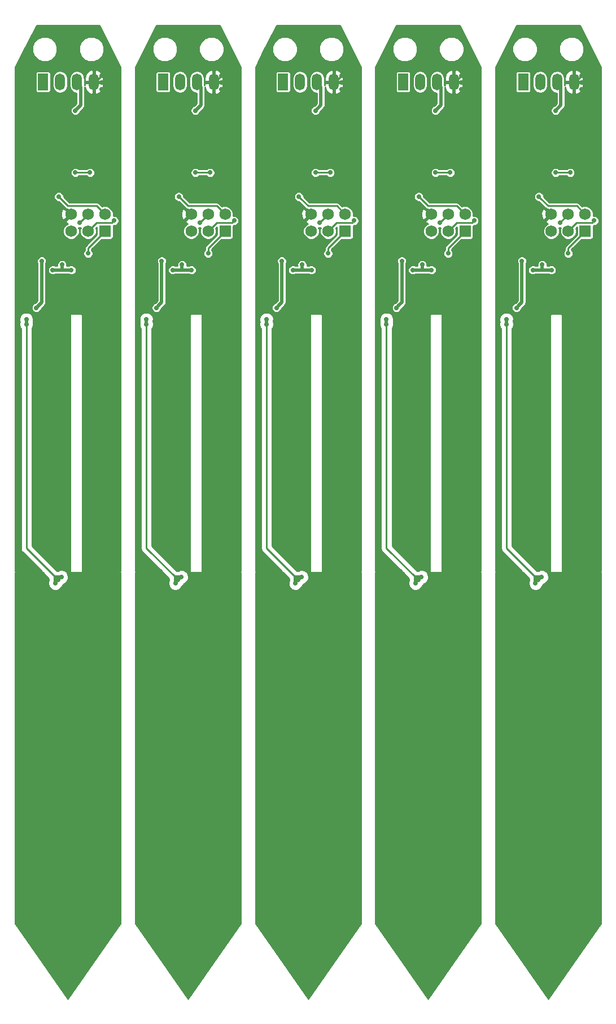
<source format=gbr>
G04 #@! TF.GenerationSoftware,KiCad,Pcbnew,no-vcs-found-097f89d~58~ubuntu16.04.1*
G04 #@! TF.CreationDate,2017-05-03T08:34:00+03:00*
G04 #@! TF.ProjectId,rs485-moist-sensor-pannel,72733438352D6D6F6973742D73656E73,rev?*
G04 #@! TF.FileFunction,Copper,L2,Bot,Signal*
G04 #@! TF.FilePolarity,Positive*
%FSLAX46Y46*%
G04 Gerber Fmt 4.6, Leading zero omitted, Abs format (unit mm)*
G04 Created by KiCad (PCBNEW no-vcs-found-097f89d~58~ubuntu16.04.1) date Wed May  3 08:34:00 2017*
%MOMM*%
%LPD*%
G01*
G04 APERTURE LIST*
%ADD10C,0.100000*%
%ADD11R,1.727200X1.727200*%
%ADD12C,1.727200*%
%ADD13O,1.500000X2.500000*%
%ADD14R,1.500000X2.500000*%
%ADD15C,0.700000*%
%ADD16C,0.254000*%
%ADD17C,0.508000*%
%ADD18C,0.500000*%
G04 APERTURE END LIST*
D10*
D11*
X154540000Y-44270000D03*
D12*
X154540000Y-41730000D03*
X152000000Y-44270000D03*
X152000000Y-41730000D03*
X149460000Y-44270000D03*
X149460000Y-41730000D03*
D13*
X152870000Y-21920000D03*
X150330000Y-21920000D03*
X147790000Y-21920000D03*
D14*
X145250000Y-21920000D03*
D12*
X131460000Y-41730000D03*
X131460000Y-44270000D03*
X134000000Y-41730000D03*
X134000000Y-44270000D03*
X136540000Y-41730000D03*
D11*
X136540000Y-44270000D03*
D14*
X127250000Y-21920000D03*
D13*
X129790000Y-21920000D03*
X132330000Y-21920000D03*
X134870000Y-21920000D03*
D12*
X113460000Y-41730000D03*
X113460000Y-44270000D03*
X116000000Y-41730000D03*
X116000000Y-44270000D03*
X118540000Y-41730000D03*
D11*
X118540000Y-44270000D03*
D14*
X109250000Y-21920000D03*
D13*
X111790000Y-21920000D03*
X114330000Y-21920000D03*
X116870000Y-21920000D03*
D11*
X100540000Y-44270000D03*
D12*
X100540000Y-41730000D03*
X98000000Y-44270000D03*
X98000000Y-41730000D03*
X95460000Y-44270000D03*
X95460000Y-41730000D03*
D13*
X98870000Y-21920000D03*
X96330000Y-21920000D03*
X93790000Y-21920000D03*
D14*
X91250000Y-21920000D03*
D11*
X172540000Y-44270000D03*
D12*
X172540000Y-41730000D03*
X170000000Y-44270000D03*
X170000000Y-41730000D03*
X167460000Y-44270000D03*
X167460000Y-41730000D03*
D13*
X170870000Y-21920000D03*
X168330000Y-21920000D03*
X165790000Y-21920000D03*
D14*
X163250000Y-21920000D03*
D15*
X151500006Y-61250000D03*
X149000000Y-63750000D03*
X149000000Y-93505330D03*
X151500000Y-88763982D03*
X149000000Y-88746139D03*
X149000000Y-91246781D03*
X155400000Y-36100000D03*
X144000000Y-76250006D03*
X149100000Y-26200000D03*
X149300000Y-30700000D03*
X147234858Y-94427314D03*
X149100000Y-25500000D03*
X143702737Y-94702737D03*
X145200000Y-31350760D03*
X148100000Y-34100000D03*
X144200000Y-52099998D03*
X144000000Y-34100000D03*
X149000000Y-66250006D03*
X151500000Y-66250000D03*
X151500000Y-68750000D03*
X144500000Y-95500000D03*
X149000000Y-65000000D03*
X151500000Y-83750000D03*
X141500000Y-62500000D03*
X151500000Y-81250000D03*
X141449997Y-57500000D03*
X151500000Y-78750000D03*
X154000000Y-21000000D03*
X149000000Y-86248063D03*
X151500000Y-93746856D03*
X151500000Y-86248063D03*
X151500000Y-95000000D03*
X146000000Y-48000000D03*
X144053888Y-54623844D03*
X149000004Y-76250000D03*
X154000000Y-22000000D03*
X149300000Y-39000000D03*
X144000000Y-58750000D03*
X142500000Y-29750000D03*
X144024757Y-57754951D03*
X141500000Y-72500000D03*
X151499996Y-76250000D03*
X145500000Y-92750000D03*
X141500000Y-70000000D03*
X141500000Y-92500000D03*
X141500000Y-67500000D03*
X154000000Y-22999994D03*
X141500000Y-80000000D03*
X141500000Y-87500000D03*
X151500000Y-91262214D03*
X146345119Y-93595119D03*
X141500000Y-65000000D03*
X131000000Y-66250006D03*
X133500000Y-66250000D03*
X133500000Y-63750000D03*
X131000000Y-63750000D03*
X131000000Y-93505330D03*
X133500000Y-93746856D03*
X133500000Y-91262214D03*
X131000000Y-61250006D03*
X133500006Y-61250000D03*
X131000000Y-68750000D03*
X133500000Y-68750000D03*
X126000000Y-34100000D03*
X126200000Y-52099998D03*
X144000000Y-73750000D03*
X136000000Y-22999994D03*
X137400000Y-36100000D03*
X130100000Y-34100000D03*
X131300000Y-30700000D03*
X131000000Y-91246781D03*
X133500000Y-88763982D03*
X131000000Y-88746139D03*
X133500000Y-86248063D03*
X131000000Y-86248063D03*
X127200000Y-31350760D03*
X126000000Y-76250006D03*
X131100000Y-26200000D03*
X131100000Y-25500000D03*
X125702737Y-94702737D03*
X129234858Y-94427314D03*
X133500000Y-83750000D03*
X131000000Y-83749984D03*
X131000000Y-81250000D03*
X133500000Y-81250000D03*
X144000000Y-86249994D03*
X149000000Y-60000000D03*
X151500000Y-75000000D03*
X149000000Y-62500000D03*
X141500000Y-58753515D03*
X144000000Y-91250000D03*
X149000000Y-92500000D03*
X141500000Y-83750000D03*
X141500000Y-73750000D03*
X141500000Y-61273302D03*
X151500000Y-62500000D03*
X144000000Y-66250000D03*
X153500000Y-39200000D03*
X123500000Y-87500000D03*
X123500000Y-85000000D03*
X123500000Y-82500000D03*
X123500000Y-80000000D03*
X123500000Y-77500000D03*
X123500000Y-75000000D03*
X123500000Y-72500000D03*
X123500000Y-70000000D03*
X123500000Y-67500000D03*
X123500000Y-65000000D03*
X123500000Y-62500000D03*
X123500000Y-60000000D03*
X123449997Y-57500000D03*
X131300000Y-39000000D03*
X126053888Y-54623844D03*
X131000000Y-62500000D03*
X131000000Y-65000000D03*
X131000000Y-67500000D03*
X128000000Y-48000000D03*
X133500000Y-95000000D03*
X131000000Y-94549990D03*
X123500000Y-92500000D03*
X126000000Y-91250000D03*
X127500000Y-92750000D03*
X125000000Y-94000000D03*
X126500000Y-95500000D03*
X151500000Y-63750000D03*
X133500000Y-78750000D03*
X123500000Y-58753515D03*
X123500000Y-90000000D03*
X123500000Y-61273302D03*
X126000000Y-61257938D03*
X136000000Y-21000000D03*
X135500000Y-39200000D03*
X124500000Y-29750000D03*
X131460000Y-41730000D03*
X141500000Y-68750000D03*
X128345119Y-93595119D03*
X126000000Y-58750000D03*
X126024757Y-57754951D03*
X134870000Y-21920000D03*
X136000000Y-22000000D03*
X133499996Y-76250000D03*
X131000004Y-76250000D03*
X131200000Y-37400000D03*
X128000000Y-54200000D03*
X127100000Y-46100000D03*
X127900000Y-45300000D03*
X128700000Y-44500000D03*
X146700000Y-44500000D03*
X141500000Y-60000000D03*
X154800000Y-40200000D03*
X141500000Y-85000000D03*
X141500000Y-77500000D03*
X141500000Y-75000000D03*
X141500000Y-82500000D03*
X145900000Y-45300000D03*
X145100000Y-46100000D03*
X151300000Y-55150000D03*
X151500000Y-73749994D03*
X154500000Y-39300000D03*
X144150000Y-53350000D03*
X151282000Y-53340000D03*
X149000000Y-73750000D03*
X144000000Y-61257938D03*
X149000000Y-77500000D03*
X151500000Y-90000000D03*
X151500000Y-72500000D03*
X151500000Y-80000000D03*
X143000000Y-94000000D03*
X151500000Y-70000000D03*
X151500000Y-67500000D03*
X151500000Y-65000000D03*
X149000000Y-87500000D03*
X149460000Y-41730000D03*
X149000000Y-80000000D03*
X149000000Y-90000000D03*
X151500000Y-92500000D03*
X141500000Y-88750000D03*
X144000000Y-88750000D03*
X149000000Y-61250006D03*
X149000000Y-72500000D03*
X141500000Y-91250000D03*
X149000000Y-78750000D03*
X149000000Y-83749984D03*
X144000000Y-81250000D03*
X146000000Y-54200000D03*
X152870000Y-21920000D03*
X141500000Y-90000000D03*
X144000000Y-82500000D03*
X144000000Y-83750006D03*
X141500000Y-78750000D03*
X144000000Y-77500000D03*
X144000000Y-62500000D03*
X144000000Y-70000000D03*
X151500000Y-60000000D03*
X144000000Y-78749992D03*
X151500000Y-85000000D03*
X144000000Y-72500000D03*
X151500000Y-57500000D03*
X151500000Y-77500000D03*
X149000000Y-75000000D03*
X149200000Y-37400000D03*
X149000000Y-85000000D03*
X151500000Y-82500000D03*
X149000000Y-82500000D03*
X149000000Y-68750000D03*
X133282000Y-53340000D03*
X133300000Y-55150000D03*
X126150000Y-53350000D03*
X136500000Y-39300000D03*
X136800000Y-40200000D03*
X131000000Y-71250000D03*
X133500000Y-71250000D03*
X133500000Y-73749994D03*
X131000000Y-73750000D03*
X123500000Y-91250000D03*
X124228329Y-93228329D03*
X131000000Y-78750000D03*
X126758622Y-92008622D03*
X126000000Y-86249994D03*
X123500000Y-86250000D03*
X126000000Y-88750000D03*
X123500000Y-88750000D03*
X131000000Y-70000000D03*
X131000000Y-72500000D03*
X131000000Y-75000000D03*
X131000000Y-77500000D03*
X131000000Y-80000000D03*
X131000000Y-82500000D03*
X131000000Y-85000000D03*
X131000000Y-87500000D03*
X131000000Y-90000000D03*
X131000000Y-92500000D03*
X133500000Y-92500000D03*
X133500000Y-90000000D03*
X133500000Y-87500000D03*
X133500000Y-85000000D03*
X133500000Y-82500000D03*
X133500000Y-80000000D03*
X133500000Y-77500000D03*
X133500000Y-75000000D03*
X133500000Y-72500000D03*
X133500000Y-70000000D03*
X133500000Y-67500000D03*
X133500000Y-65000000D03*
X126000000Y-81250000D03*
X126000000Y-78749992D03*
X123500000Y-78750000D03*
X126000000Y-83750006D03*
X123500000Y-83750000D03*
X123500000Y-73750000D03*
X131000000Y-60000000D03*
X123500000Y-76250006D03*
X123500000Y-81250010D03*
X133500000Y-62500000D03*
X133500000Y-60000000D03*
X133500000Y-57500000D03*
X126000000Y-60000000D03*
X126000000Y-62500000D03*
X126000000Y-65000000D03*
X126000000Y-67500000D03*
X126000000Y-70000000D03*
X126000000Y-72500000D03*
X126000000Y-75000000D03*
X126000000Y-77500000D03*
X126000000Y-80000000D03*
X126000000Y-82500000D03*
X126000000Y-85000000D03*
X126000000Y-87500000D03*
X126000000Y-90000000D03*
X126000000Y-68750000D03*
X123500000Y-68750000D03*
X126000000Y-71250006D03*
X123500000Y-71250000D03*
X126000000Y-73750000D03*
X149000000Y-70000000D03*
X123500000Y-63750000D03*
X126000000Y-63750000D03*
X126000000Y-66250000D03*
X123500000Y-66250004D03*
X144000000Y-67500000D03*
X144000000Y-60000000D03*
X141500000Y-63750000D03*
X144000000Y-90000000D03*
X144000000Y-80000000D03*
X144000000Y-63750000D03*
X144000000Y-85000000D03*
X141500000Y-86250000D03*
X144000000Y-75000000D03*
X144000000Y-68750000D03*
X144000000Y-87500000D03*
X141500000Y-81250010D03*
X142228329Y-93228329D03*
X144000000Y-65000000D03*
X141500000Y-66250004D03*
X151500000Y-87500000D03*
X144000000Y-71250006D03*
X149000000Y-71250000D03*
X141500000Y-71250000D03*
X151500000Y-71250000D03*
X149000000Y-67500000D03*
X149000000Y-94549990D03*
X149000000Y-81250000D03*
X141500000Y-76250006D03*
X144758622Y-92008622D03*
X113000000Y-66250006D03*
X115500000Y-66250000D03*
X115500000Y-63750000D03*
X113000000Y-63750000D03*
X113000000Y-93505330D03*
X115500000Y-93746856D03*
X115500000Y-91262214D03*
X113000000Y-61250006D03*
X115500006Y-61250000D03*
X113000000Y-68750000D03*
X115500000Y-68750000D03*
X108000000Y-34100000D03*
X108200000Y-52099998D03*
X118000000Y-22999994D03*
X119400000Y-36100000D03*
X112100000Y-34100000D03*
X113300000Y-30700000D03*
X113000000Y-91246781D03*
X115500000Y-88763982D03*
X113000000Y-88746139D03*
X115500000Y-86248063D03*
X113000000Y-86248063D03*
X109200000Y-31350760D03*
X108000000Y-76250006D03*
X113100000Y-26200000D03*
X113100000Y-25500000D03*
X107702737Y-94702737D03*
X111234858Y-94427314D03*
X115500000Y-83750000D03*
X113000000Y-83749984D03*
X113000000Y-81250000D03*
X115500000Y-81250000D03*
X105500000Y-87500000D03*
X105500000Y-85000000D03*
X105500000Y-82500000D03*
X105500000Y-80000000D03*
X105500000Y-77500000D03*
X105500000Y-75000000D03*
X105500000Y-72500000D03*
X105500000Y-70000000D03*
X105500000Y-67500000D03*
X105500000Y-65000000D03*
X105500000Y-62500000D03*
X105500000Y-60000000D03*
X105449997Y-57500000D03*
X113300000Y-39000000D03*
X108053888Y-54623844D03*
X113000000Y-62500000D03*
X113000000Y-65000000D03*
X113000000Y-67500000D03*
X110000000Y-48000000D03*
X115500000Y-95000000D03*
X113000000Y-94549990D03*
X105500000Y-92500000D03*
X108000000Y-91250000D03*
X109500000Y-92750000D03*
X107000000Y-94000000D03*
X108500000Y-95500000D03*
X115500000Y-78750000D03*
X105500000Y-58753515D03*
X105500000Y-90000000D03*
X105500000Y-61273302D03*
X108000000Y-61257938D03*
X118000000Y-21000000D03*
X117500000Y-39200000D03*
X106500000Y-29750000D03*
X113460000Y-41730000D03*
X110345119Y-93595119D03*
X108000000Y-58750000D03*
X108024757Y-57754951D03*
X116870000Y-21920000D03*
X118000000Y-22000000D03*
X115499996Y-76250000D03*
X113000004Y-76250000D03*
X113200000Y-37400000D03*
X110000000Y-54200000D03*
X109100000Y-46100000D03*
X109900000Y-45300000D03*
X110700000Y-44500000D03*
X115282000Y-53340000D03*
X115300000Y-55150000D03*
X108150000Y-53350000D03*
X118500000Y-39300000D03*
X118800000Y-40200000D03*
X113000000Y-71250000D03*
X115500000Y-71250000D03*
X115500000Y-73749994D03*
X113000000Y-73750000D03*
X105500000Y-91250000D03*
X106228329Y-93228329D03*
X113000000Y-78750000D03*
X108758622Y-92008622D03*
X108000000Y-86249994D03*
X105500000Y-86250000D03*
X108000000Y-88750000D03*
X105500000Y-88750000D03*
X113000000Y-70000000D03*
X113000000Y-72500000D03*
X113000000Y-75000000D03*
X113000000Y-77500000D03*
X113000000Y-80000000D03*
X113000000Y-82500000D03*
X113000000Y-85000000D03*
X113000000Y-87500000D03*
X113000000Y-90000000D03*
X113000000Y-92500000D03*
X115500000Y-92500000D03*
X115500000Y-90000000D03*
X115500000Y-87500000D03*
X115500000Y-85000000D03*
X115500000Y-82500000D03*
X115500000Y-80000000D03*
X115500000Y-77500000D03*
X115500000Y-75000000D03*
X115500000Y-72500000D03*
X115500000Y-70000000D03*
X115500000Y-67500000D03*
X115500000Y-65000000D03*
X108000000Y-81250000D03*
X108000000Y-78749992D03*
X105500000Y-78750000D03*
X108000000Y-83750006D03*
X105500000Y-83750000D03*
X105500000Y-73750000D03*
X113000000Y-60000000D03*
X105500000Y-76250006D03*
X105500000Y-81250010D03*
X115500000Y-62500000D03*
X115500000Y-60000000D03*
X115500000Y-57500000D03*
X108000000Y-60000000D03*
X108000000Y-62500000D03*
X108000000Y-65000000D03*
X108000000Y-67500000D03*
X108000000Y-70000000D03*
X108000000Y-72500000D03*
X108000000Y-75000000D03*
X108000000Y-77500000D03*
X108000000Y-80000000D03*
X108000000Y-82500000D03*
X108000000Y-85000000D03*
X108000000Y-87500000D03*
X108000000Y-90000000D03*
X108000000Y-68750000D03*
X105500000Y-68750000D03*
X108000000Y-71250006D03*
X105500000Y-71250000D03*
X108000000Y-73750000D03*
X105500000Y-63750000D03*
X108000000Y-63750000D03*
X108000000Y-66250000D03*
X105500000Y-66250004D03*
X95300000Y-30700000D03*
X94100000Y-34100000D03*
X101400000Y-36100000D03*
X100000000Y-22999994D03*
X90200000Y-52099998D03*
X90000000Y-34100000D03*
X93234858Y-94427314D03*
X95100000Y-25500000D03*
X95100000Y-26200000D03*
X91200000Y-31350760D03*
X95460000Y-41730000D03*
X88500000Y-29750000D03*
X99500000Y-39200000D03*
X100000000Y-21000000D03*
X100000000Y-22000000D03*
X98870000Y-21920000D03*
X90024757Y-57754951D03*
X90000000Y-58750000D03*
X92345119Y-93595119D03*
X90758622Y-92008622D03*
X89702737Y-94702737D03*
X88228329Y-93228329D03*
X87500000Y-91250000D03*
X87500000Y-88750000D03*
X90000000Y-88750000D03*
X87500000Y-86250000D03*
X90000000Y-86249994D03*
X87500000Y-83750000D03*
X90000000Y-83750006D03*
X87500000Y-78750000D03*
X90000000Y-78749992D03*
X90000000Y-81250000D03*
X87500000Y-81250010D03*
X87500000Y-76250006D03*
X90000000Y-76250006D03*
X87500000Y-73750000D03*
X90000000Y-73750000D03*
X87500000Y-71250000D03*
X90000000Y-71250006D03*
X87500000Y-68750000D03*
X90000000Y-68750000D03*
X87500000Y-66250004D03*
X90000000Y-66250000D03*
X90000000Y-63750000D03*
X87500000Y-63750000D03*
X90000000Y-61257938D03*
X87500000Y-61273302D03*
X87500000Y-58753515D03*
X97500000Y-78750000D03*
X95000000Y-78750000D03*
X95000004Y-76250000D03*
X97499996Y-76250000D03*
X95000000Y-73750000D03*
X97500000Y-73749994D03*
X97500000Y-71250000D03*
X95000000Y-71250000D03*
X97500000Y-68750000D03*
X95000000Y-68750000D03*
X97500006Y-61250000D03*
X95000000Y-61250006D03*
X95000000Y-63750000D03*
X97500000Y-63750000D03*
X97500000Y-66250000D03*
X95000000Y-66250006D03*
X97500000Y-81250000D03*
X95000000Y-81250000D03*
X95000000Y-83749984D03*
X97500000Y-83750000D03*
X95000000Y-86248063D03*
X97500000Y-86248063D03*
X95000000Y-88746139D03*
X97500000Y-88763982D03*
X95000000Y-91246781D03*
X97500000Y-91262214D03*
X97500000Y-93746856D03*
X95000000Y-93505330D03*
X90500000Y-95500000D03*
X89000000Y-94000000D03*
X91500000Y-92750000D03*
X90000000Y-91250000D03*
X87500000Y-92500000D03*
X95000000Y-94549990D03*
X97500000Y-95000000D03*
X92000000Y-48000000D03*
X87449997Y-57500000D03*
X87500000Y-60000000D03*
X87500000Y-62500000D03*
X87500000Y-65000000D03*
X87500000Y-67500000D03*
X87500000Y-70000000D03*
X87500000Y-72500000D03*
X87500000Y-75000000D03*
X87500000Y-77500000D03*
X87500000Y-80000000D03*
X87500000Y-82500000D03*
X87500000Y-85000000D03*
X87500000Y-87500000D03*
X87500000Y-90000000D03*
X90000000Y-90000000D03*
X90000000Y-87500000D03*
X90000000Y-85000000D03*
X90000000Y-82500000D03*
X90000000Y-80000000D03*
X90000000Y-77500000D03*
X90000000Y-75000000D03*
X90000000Y-72500000D03*
X90000000Y-70000000D03*
X90000000Y-67500000D03*
X90000000Y-65000000D03*
X90000000Y-62500000D03*
X90000000Y-60000000D03*
X97500000Y-57500000D03*
X97500000Y-60000000D03*
X97500000Y-62500000D03*
X97500000Y-65000000D03*
X97500000Y-67500000D03*
X97500000Y-70000000D03*
X97500000Y-72500000D03*
X97500000Y-75000000D03*
X97500000Y-77500000D03*
X97500000Y-80000000D03*
X97500000Y-82500000D03*
X97500000Y-85000000D03*
X97500000Y-87500000D03*
X97500000Y-90000000D03*
X97500000Y-92500000D03*
X95000000Y-92500000D03*
X95000000Y-90000000D03*
X95000000Y-87500000D03*
X95000000Y-85000000D03*
X95000000Y-82500000D03*
X95000000Y-80000000D03*
X95000000Y-77500000D03*
X95000000Y-75000000D03*
X95000000Y-72500000D03*
X95000000Y-70000000D03*
X95000000Y-67500000D03*
X95000000Y-65000000D03*
X95000000Y-62500000D03*
X95000000Y-60000000D03*
X90053888Y-54623844D03*
X95300000Y-39000000D03*
X92700000Y-44500000D03*
X91900000Y-45300000D03*
X91100000Y-46100000D03*
X92000000Y-54200000D03*
X95200000Y-37400000D03*
X100800000Y-40200000D03*
X100500000Y-39300000D03*
X90150000Y-53350000D03*
X97300000Y-55150000D03*
X97282000Y-53340000D03*
X167300000Y-30700000D03*
X166100000Y-34100000D03*
X173400000Y-36100000D03*
X172000000Y-22999994D03*
X162200000Y-52099998D03*
X162000000Y-34100000D03*
X165234858Y-94427314D03*
X167100000Y-25500000D03*
X167100000Y-26200000D03*
X163200000Y-31350760D03*
X167460000Y-41730000D03*
X160500000Y-29750000D03*
X171500000Y-39200000D03*
X172000000Y-21000000D03*
X172000000Y-22000000D03*
X170870000Y-21920000D03*
X162024757Y-57754951D03*
X162000000Y-58750000D03*
X164345119Y-93595119D03*
X162758622Y-92008622D03*
X161702737Y-94702737D03*
X160228329Y-93228329D03*
X159500000Y-91250000D03*
X159500000Y-88750000D03*
X162000000Y-88750000D03*
X159500000Y-86250000D03*
X162000000Y-86249994D03*
X159500000Y-83750000D03*
X162000000Y-83750006D03*
X159500000Y-78750000D03*
X162000000Y-78749992D03*
X162000000Y-81250000D03*
X159500000Y-81250010D03*
X159500000Y-76250006D03*
X162000000Y-76250006D03*
X159500000Y-73750000D03*
X162000000Y-73750000D03*
X159500000Y-71250000D03*
X162000000Y-71250006D03*
X159500000Y-68750000D03*
X162000000Y-68750000D03*
X159500000Y-66250004D03*
X162000000Y-66250000D03*
X162000000Y-63750000D03*
X159500000Y-63750000D03*
X162000000Y-61257938D03*
X159500000Y-61273302D03*
X159500000Y-58753515D03*
X169500000Y-78750000D03*
X167000000Y-78750000D03*
X167000004Y-76250000D03*
X169499996Y-76250000D03*
X167000000Y-73750000D03*
X169500000Y-73749994D03*
X169500000Y-71250000D03*
X167000000Y-71250000D03*
X169500000Y-68750000D03*
X167000000Y-68750000D03*
X169500006Y-61250000D03*
X167000000Y-61250006D03*
X167000000Y-63750000D03*
X169500000Y-63750000D03*
X169500000Y-66250000D03*
X167000000Y-66250006D03*
X169500000Y-81250000D03*
X167000000Y-81250000D03*
X167000000Y-83749984D03*
X169500000Y-83750000D03*
X167000000Y-86248063D03*
X169500000Y-86248063D03*
X167000000Y-88746139D03*
X169500000Y-88763982D03*
X167000000Y-91246781D03*
X169500000Y-91262214D03*
X169500000Y-93746856D03*
X167000000Y-93505330D03*
X162500000Y-95500000D03*
X161000000Y-94000000D03*
X163500000Y-92750000D03*
X162000000Y-91250000D03*
X159500000Y-92500000D03*
X167000000Y-94549990D03*
X169500000Y-95000000D03*
X164000000Y-48000000D03*
X159449997Y-57500000D03*
X159500000Y-60000000D03*
X159500000Y-62500000D03*
X159500000Y-65000000D03*
X159500000Y-67500000D03*
X159500000Y-70000000D03*
X159500000Y-72500000D03*
X159500000Y-75000000D03*
X159500000Y-77500000D03*
X159500000Y-80000000D03*
X159500000Y-82500000D03*
X159500000Y-85000000D03*
X159500000Y-87500000D03*
X159500000Y-90000000D03*
X162000000Y-90000000D03*
X162000000Y-87500000D03*
X162000000Y-85000000D03*
X162000000Y-82500000D03*
X162000000Y-80000000D03*
X162000000Y-77500000D03*
X162000000Y-75000000D03*
X162000000Y-72500000D03*
X162000000Y-70000000D03*
X162000000Y-67500000D03*
X162000000Y-65000000D03*
X162000000Y-62500000D03*
X162000000Y-60000000D03*
X169500000Y-57500000D03*
X169500000Y-60000000D03*
X169500000Y-62500000D03*
X169500000Y-65000000D03*
X169500000Y-67500000D03*
X169500000Y-70000000D03*
X169500000Y-72500000D03*
X169500000Y-75000000D03*
X169500000Y-77500000D03*
X169500000Y-80000000D03*
X169500000Y-82500000D03*
X169500000Y-85000000D03*
X169500000Y-87500000D03*
X169500000Y-90000000D03*
X169500000Y-92500000D03*
X167000000Y-92500000D03*
X167000000Y-90000000D03*
X167000000Y-87500000D03*
X167000000Y-85000000D03*
X167000000Y-82500000D03*
X167000000Y-80000000D03*
X167000000Y-77500000D03*
X167000000Y-75000000D03*
X167000000Y-72500000D03*
X167000000Y-70000000D03*
X167000000Y-67500000D03*
X167000000Y-65000000D03*
X167000000Y-62500000D03*
X167000000Y-60000000D03*
X162053888Y-54623844D03*
X167300000Y-39000000D03*
X164700000Y-44500000D03*
X163900000Y-45300000D03*
X163100000Y-46100000D03*
X164000000Y-54200000D03*
X167200000Y-37400000D03*
X172800000Y-40200000D03*
X172500000Y-39300000D03*
X162150000Y-53350000D03*
X169300000Y-55150000D03*
X169282000Y-53340000D03*
X127250000Y-21920000D03*
X145250000Y-21920000D03*
X109250000Y-21920000D03*
X91250000Y-21920000D03*
X163250000Y-21920000D03*
X147500000Y-96500000D03*
X124750000Y-57500000D03*
X129500000Y-96500000D03*
X142750000Y-57500000D03*
X148000000Y-96099994D03*
X124750000Y-58200000D03*
X129100000Y-97000000D03*
X130000000Y-96099994D03*
X142750000Y-58200000D03*
X147100000Y-97000000D03*
X106750000Y-57500000D03*
X111500000Y-96500000D03*
X106750000Y-58200000D03*
X111100000Y-97000000D03*
X112000000Y-96099994D03*
X94000000Y-96099994D03*
X93100000Y-97000000D03*
X88750000Y-58200000D03*
X93500000Y-96500000D03*
X88750000Y-57500000D03*
X166000000Y-96099994D03*
X165100000Y-97000000D03*
X160750000Y-58200000D03*
X165500000Y-96500000D03*
X160750000Y-57500000D03*
X149460000Y-44270000D03*
X131460000Y-44270000D03*
X113460000Y-44270000D03*
X95460000Y-44270000D03*
X167460000Y-44270000D03*
X126250000Y-55749996D03*
X127050000Y-48750002D03*
X144250000Y-55749996D03*
X145050000Y-48750002D03*
X108250000Y-55749996D03*
X109050000Y-48750002D03*
X90250000Y-55749996D03*
X91050000Y-48750002D03*
X162250000Y-55749996D03*
X163050000Y-48750002D03*
X147600000Y-39100002D03*
X129600000Y-39100002D03*
X111600000Y-39100002D03*
X93600000Y-39100002D03*
X165600000Y-39100002D03*
X134000000Y-47610000D03*
X152000000Y-47610000D03*
X116000000Y-47610000D03*
X98000000Y-47610000D03*
X170000000Y-47610000D03*
X150750000Y-43000000D03*
X148100000Y-49300000D03*
X132750000Y-43000000D03*
X130100000Y-49300000D03*
X128700000Y-50100000D03*
X131500000Y-50100000D03*
X149500000Y-50100000D03*
X146700000Y-50100000D03*
X114750000Y-43000000D03*
X112100000Y-49300000D03*
X110700000Y-50100000D03*
X113500000Y-50100000D03*
X95500000Y-50100000D03*
X92700000Y-50100000D03*
X94100000Y-49300000D03*
X96750000Y-43000000D03*
X167500000Y-50100000D03*
X164700000Y-50100000D03*
X166100000Y-49300000D03*
X168750000Y-43000000D03*
X132100000Y-26200000D03*
X150100000Y-26200000D03*
X114100000Y-26200000D03*
X96100000Y-26200000D03*
X168100000Y-26200000D03*
X129790000Y-21920000D03*
X147790000Y-21920000D03*
X111790000Y-21920000D03*
X93790000Y-21920000D03*
X165790000Y-21920000D03*
X152000000Y-44270000D03*
X134000000Y-44270000D03*
X137900000Y-42700000D03*
X155900000Y-42700000D03*
X116000000Y-44270000D03*
X119900000Y-42700000D03*
X101900000Y-42700000D03*
X98000000Y-44270000D03*
X173900000Y-42700000D03*
X170000000Y-44270000D03*
X132100000Y-35500000D03*
X134300000Y-35500000D03*
X150100000Y-35500000D03*
X152300000Y-35500000D03*
X114100000Y-35500000D03*
X116300000Y-35500000D03*
X96100000Y-35500000D03*
X98300000Y-35500000D03*
X168100000Y-35500000D03*
X170300000Y-35500000D03*
D16*
X149000000Y-67500000D02*
X149000000Y-68750000D01*
X151500000Y-62500000D02*
X151500000Y-63750000D01*
X149000000Y-70000000D02*
X149000000Y-68750000D01*
X149000000Y-82500000D02*
X149000000Y-83749984D01*
X149000000Y-87500000D02*
X149000000Y-88746139D01*
X151500000Y-88763982D02*
X151500000Y-87500000D01*
X144200000Y-51605024D02*
X144200000Y-52099998D01*
X149000000Y-75000000D02*
X149000000Y-73750000D01*
X144000000Y-60000000D02*
X144000000Y-58750000D01*
X141500000Y-65000000D02*
X141500000Y-62500000D01*
X149000000Y-75000000D02*
X149000000Y-76249996D01*
X145500000Y-92750000D02*
X146345119Y-93595119D01*
X152870000Y-21920000D02*
X153920000Y-21920000D01*
X149000000Y-72500000D02*
X149000000Y-73750000D01*
X141500000Y-70000000D02*
X141500000Y-67500000D01*
X141500000Y-57550003D02*
X141449997Y-57500000D01*
D17*
X149100000Y-26200000D02*
X149100000Y-25500000D01*
D16*
X145100000Y-47100000D02*
X146000000Y-48000000D01*
X149000000Y-92500000D02*
X149000000Y-91246781D01*
D17*
X144150000Y-53350000D02*
X144150000Y-52149998D01*
X144150000Y-52149998D02*
X144200000Y-52099998D01*
D16*
X144200000Y-47000000D02*
X144200000Y-51605024D01*
X151500000Y-65000000D02*
X151500000Y-63750000D01*
X131000000Y-65000000D02*
X131000000Y-66250006D01*
X133500000Y-65000000D02*
X133500000Y-66250000D01*
X133500000Y-62500000D02*
X133500000Y-63750000D01*
X133500000Y-65000000D02*
X133500000Y-63750000D01*
X131000000Y-65000000D02*
X131000000Y-63750000D01*
X133500000Y-92500000D02*
X133500000Y-93746856D01*
X131000000Y-67500000D02*
X131000000Y-68750000D01*
X131000000Y-70000000D02*
X131000000Y-68750000D01*
X127100000Y-46100000D02*
X126200000Y-47000000D01*
X126200000Y-47000000D02*
X126200000Y-51605024D01*
D17*
X126150000Y-52149998D02*
X126200000Y-52099998D01*
D16*
X126200000Y-51605024D02*
X126200000Y-52099998D01*
D17*
X126150000Y-53350000D02*
X126150000Y-52149998D01*
D16*
X131000000Y-92500000D02*
X131000000Y-91246781D01*
X133500000Y-88763982D02*
X133500000Y-87500000D01*
X131000000Y-87500000D02*
X131000000Y-88746139D01*
D17*
X131100000Y-26200000D02*
X131100000Y-25500000D01*
D16*
X133500000Y-82500000D02*
X133500000Y-83750000D01*
X131000000Y-82500000D02*
X131000000Y-83749984D01*
X151500000Y-72500000D02*
X151500000Y-73749994D01*
X146000000Y-54200000D02*
X146000000Y-58000000D01*
X151500000Y-55350000D02*
X151300000Y-55150000D01*
X144000000Y-72500000D02*
X144000000Y-73750000D01*
X141500000Y-90000000D02*
X141500000Y-92500000D01*
X145100000Y-46100000D02*
X144200000Y-47000000D01*
X152870000Y-21920000D02*
X153080000Y-21920000D01*
X144000000Y-65000000D02*
X144000000Y-63750000D01*
X123500000Y-70000000D02*
X123500000Y-67500000D01*
X123500000Y-65000000D02*
X123500000Y-62500000D01*
X123500000Y-57550003D02*
X123449997Y-57500000D01*
X128000000Y-54200000D02*
X128000000Y-57000000D01*
X127100000Y-47100000D02*
X128000000Y-48000000D01*
X127100000Y-46100000D02*
X127100000Y-47100000D01*
X133500000Y-55350000D02*
X133300000Y-55150000D01*
X133500000Y-57500000D02*
X133500000Y-55350000D01*
X123500000Y-90000000D02*
X123500000Y-92500000D01*
X131000000Y-80000000D02*
X131000000Y-78750000D01*
X126000000Y-87500000D02*
X126000000Y-90000000D01*
X135080000Y-21920000D02*
X136000000Y-21000000D01*
X134870000Y-21920000D02*
X135080000Y-21920000D01*
X126758622Y-92008622D02*
X127500000Y-92750000D01*
X127500000Y-92750000D02*
X128345119Y-93595119D01*
X126000000Y-60000000D02*
X126000000Y-58750000D01*
X135920000Y-21920000D02*
X136000000Y-22000000D01*
X134870000Y-21920000D02*
X135920000Y-21920000D01*
X131000000Y-72500000D02*
X131000000Y-73750000D01*
X131000000Y-75000000D02*
X131000000Y-73750000D01*
X131000000Y-75000000D02*
X131000000Y-76249996D01*
X127900000Y-45300000D02*
X128700000Y-44500000D01*
X151500000Y-70000000D02*
X151500000Y-68750000D01*
X149000000Y-70000000D02*
X149000000Y-71250000D01*
X145900000Y-45300000D02*
X146700000Y-44500000D01*
X146000000Y-54200000D02*
X146000000Y-57000000D01*
X144758622Y-92008622D02*
X145500000Y-92750000D01*
X151500000Y-82500000D02*
X151500000Y-83750000D01*
X144000000Y-85000000D02*
X144000000Y-86249994D01*
X151500000Y-75000000D02*
X151500000Y-73749994D01*
X141500000Y-85000000D02*
X141500000Y-83750000D01*
X151500000Y-80000000D02*
X151500000Y-77500000D01*
X151500000Y-70000000D02*
X151500000Y-71250000D01*
X151500000Y-67500000D02*
X151500000Y-68750000D01*
X151500000Y-65000000D02*
X151500000Y-66250000D01*
X141500000Y-85000000D02*
X141500000Y-86250000D01*
X144000000Y-77500000D02*
X144000000Y-80000000D01*
X153920000Y-21920000D02*
X154000000Y-22000000D01*
X141500000Y-72500000D02*
X141500000Y-73750000D01*
X146000000Y-57000000D02*
X149000000Y-60000000D01*
X141500000Y-80000000D02*
X141500000Y-78750000D01*
X144000000Y-85000000D02*
X144000000Y-83750006D01*
X141500000Y-77500000D02*
X141500000Y-78750000D01*
X149000000Y-80000000D02*
X149000000Y-78750000D01*
X144000000Y-75000000D02*
X144000000Y-76250006D01*
X144000000Y-87500000D02*
X144000000Y-90000000D01*
X151500000Y-92500000D02*
X151500000Y-93746856D01*
X151500000Y-57500000D02*
X151500000Y-55350000D01*
X133500000Y-70000000D02*
X133500000Y-68750000D01*
X133500000Y-67500000D02*
X133500000Y-68750000D01*
X131000000Y-70000000D02*
X131000000Y-71250000D01*
X133500000Y-70000000D02*
X133500000Y-71250000D01*
X133500000Y-72500000D02*
X133500000Y-73749994D01*
X133500000Y-75000000D02*
X133500000Y-73749994D01*
X123500000Y-90000000D02*
X123500000Y-88750000D01*
X123500000Y-58753515D02*
X123500000Y-57550003D01*
X124228329Y-93228329D02*
X125000000Y-94000000D01*
X131000000Y-76249996D02*
X131000004Y-76250000D01*
X123500000Y-85000000D02*
X123500000Y-83750000D01*
X126000000Y-85000000D02*
X126000000Y-86249994D01*
X123500000Y-85000000D02*
X123500000Y-86250000D01*
X133500000Y-80000000D02*
X133500000Y-77500000D01*
X123500000Y-77500000D02*
X123500000Y-78750000D01*
X123500000Y-80000000D02*
X123500000Y-78750000D01*
X126000000Y-85000000D02*
X126000000Y-83750006D01*
X126000000Y-72500000D02*
X126000000Y-73750000D01*
X126000000Y-75000000D02*
X126000000Y-73750000D01*
X123500000Y-72500000D02*
X123500000Y-73750000D01*
X123500000Y-75000000D02*
X123500000Y-73750000D01*
X128000000Y-54200000D02*
X128000000Y-56000000D01*
X128000000Y-57000000D02*
X131000000Y-60000000D01*
X126000000Y-75000000D02*
X126000000Y-76250006D01*
X123500000Y-75000000D02*
X123500000Y-76250006D01*
X133500000Y-60000000D02*
X133500000Y-57500000D01*
X128000000Y-58000000D02*
X126000000Y-60000000D01*
X128000000Y-54200000D02*
X128000000Y-58000000D01*
X126000000Y-77500000D02*
X126000000Y-80000000D01*
X126000000Y-70000000D02*
X126000000Y-68750000D01*
X126000000Y-70000000D02*
X126000000Y-71250006D01*
X126000000Y-65000000D02*
X126000000Y-63750000D01*
X149000000Y-65000000D02*
X149000000Y-63750000D01*
X149000000Y-65000000D02*
X149000000Y-66250006D01*
X141500000Y-90000000D02*
X141500000Y-88750000D01*
X145100000Y-46100000D02*
X145100000Y-47100000D01*
X151500000Y-60000000D02*
X151500000Y-57500000D01*
X144000000Y-75000000D02*
X144000000Y-73750000D01*
X144000000Y-70000000D02*
X144000000Y-68750000D01*
X149000000Y-76249996D02*
X149000004Y-76250000D01*
X142228329Y-93228329D02*
X143000000Y-94000000D01*
X141500000Y-75000000D02*
X141500000Y-73750000D01*
X146000000Y-54200000D02*
X146000000Y-56000000D01*
X144000000Y-70000000D02*
X144000000Y-71250006D01*
X146000000Y-58000000D02*
X144000000Y-60000000D01*
X141500000Y-58753515D02*
X141500000Y-57550003D01*
X153080000Y-21920000D02*
X154000000Y-21000000D01*
X141500000Y-75000000D02*
X141500000Y-76250006D01*
X113000000Y-65000000D02*
X113000000Y-66250006D01*
X115500000Y-65000000D02*
X115500000Y-66250000D01*
X115500000Y-62500000D02*
X115500000Y-63750000D01*
X115500000Y-65000000D02*
X115500000Y-63750000D01*
X113000000Y-65000000D02*
X113000000Y-63750000D01*
X115500000Y-92500000D02*
X115500000Y-93746856D01*
X113000000Y-67500000D02*
X113000000Y-68750000D01*
X113000000Y-70000000D02*
X113000000Y-68750000D01*
X109100000Y-46100000D02*
X108200000Y-47000000D01*
X108200000Y-47000000D02*
X108200000Y-51605024D01*
D17*
X108150000Y-52149998D02*
X108200000Y-52099998D01*
D16*
X108200000Y-51605024D02*
X108200000Y-52099998D01*
D17*
X108150000Y-53350000D02*
X108150000Y-52149998D01*
D16*
X113000000Y-92500000D02*
X113000000Y-91246781D01*
X115500000Y-88763982D02*
X115500000Y-87500000D01*
X113000000Y-87500000D02*
X113000000Y-88746139D01*
D17*
X113100000Y-26200000D02*
X113100000Y-25500000D01*
D16*
X115500000Y-82500000D02*
X115500000Y-83750000D01*
X113000000Y-82500000D02*
X113000000Y-83749984D01*
X105500000Y-70000000D02*
X105500000Y-67500000D01*
X105500000Y-65000000D02*
X105500000Y-62500000D01*
X105500000Y-57550003D02*
X105449997Y-57500000D01*
X110000000Y-54200000D02*
X110000000Y-57000000D01*
X109100000Y-47100000D02*
X110000000Y-48000000D01*
X109100000Y-46100000D02*
X109100000Y-47100000D01*
X115500000Y-55350000D02*
X115300000Y-55150000D01*
X115500000Y-57500000D02*
X115500000Y-55350000D01*
X105500000Y-90000000D02*
X105500000Y-92500000D01*
X113000000Y-80000000D02*
X113000000Y-78750000D01*
X108000000Y-87500000D02*
X108000000Y-90000000D01*
X117080000Y-21920000D02*
X118000000Y-21000000D01*
X116870000Y-21920000D02*
X117080000Y-21920000D01*
X108758622Y-92008622D02*
X109500000Y-92750000D01*
X109500000Y-92750000D02*
X110345119Y-93595119D01*
X108000000Y-60000000D02*
X108000000Y-58750000D01*
X117920000Y-21920000D02*
X118000000Y-22000000D01*
X116870000Y-21920000D02*
X117920000Y-21920000D01*
X113000000Y-72500000D02*
X113000000Y-73750000D01*
X113000000Y-75000000D02*
X113000000Y-73750000D01*
X113000000Y-75000000D02*
X113000000Y-76249996D01*
X109900000Y-45300000D02*
X110700000Y-44500000D01*
X115500000Y-70000000D02*
X115500000Y-68750000D01*
X115500000Y-67500000D02*
X115500000Y-68750000D01*
X113000000Y-70000000D02*
X113000000Y-71250000D01*
X115500000Y-70000000D02*
X115500000Y-71250000D01*
X115500000Y-72500000D02*
X115500000Y-73749994D01*
X115500000Y-75000000D02*
X115500000Y-73749994D01*
X105500000Y-90000000D02*
X105500000Y-88750000D01*
X105500000Y-58753515D02*
X105500000Y-57550003D01*
X106228329Y-93228329D02*
X107000000Y-94000000D01*
X113000000Y-76249996D02*
X113000004Y-76250000D01*
X105500000Y-85000000D02*
X105500000Y-83750000D01*
X108000000Y-85000000D02*
X108000000Y-86249994D01*
X105500000Y-85000000D02*
X105500000Y-86250000D01*
X115500000Y-80000000D02*
X115500000Y-77500000D01*
X105500000Y-77500000D02*
X105500000Y-78750000D01*
X105500000Y-80000000D02*
X105500000Y-78750000D01*
X108000000Y-85000000D02*
X108000000Y-83750006D01*
X108000000Y-72500000D02*
X108000000Y-73750000D01*
X108000000Y-75000000D02*
X108000000Y-73750000D01*
X105500000Y-72500000D02*
X105500000Y-73750000D01*
X105500000Y-75000000D02*
X105500000Y-73750000D01*
X110000000Y-54200000D02*
X110000000Y-56000000D01*
X110000000Y-57000000D02*
X113000000Y-60000000D01*
X108000000Y-75000000D02*
X108000000Y-76250006D01*
X105500000Y-75000000D02*
X105500000Y-76250006D01*
X115500000Y-60000000D02*
X115500000Y-57500000D01*
X110000000Y-58000000D02*
X108000000Y-60000000D01*
X110000000Y-54200000D02*
X110000000Y-58000000D01*
X108000000Y-77500000D02*
X108000000Y-80000000D01*
X108000000Y-70000000D02*
X108000000Y-68750000D01*
X108000000Y-70000000D02*
X108000000Y-71250006D01*
X108000000Y-65000000D02*
X108000000Y-63750000D01*
D17*
X90150000Y-53350000D02*
X90150000Y-52149998D01*
D16*
X90200000Y-51605024D02*
X90200000Y-52099998D01*
D17*
X90150000Y-52149998D02*
X90200000Y-52099998D01*
D16*
X90200000Y-47000000D02*
X90200000Y-51605024D01*
X91100000Y-46100000D02*
X90200000Y-47000000D01*
D17*
X95100000Y-26200000D02*
X95100000Y-25500000D01*
D16*
X98870000Y-21920000D02*
X99080000Y-21920000D01*
X99080000Y-21920000D02*
X100000000Y-21000000D01*
X98870000Y-21920000D02*
X99920000Y-21920000D01*
X99920000Y-21920000D02*
X100000000Y-22000000D01*
X90000000Y-60000000D02*
X90000000Y-58750000D01*
X91500000Y-92750000D02*
X92345119Y-93595119D01*
X90758622Y-92008622D02*
X91500000Y-92750000D01*
X88228329Y-93228329D02*
X89000000Y-94000000D01*
X87500000Y-90000000D02*
X87500000Y-88750000D01*
X87500000Y-85000000D02*
X87500000Y-86250000D01*
X90000000Y-85000000D02*
X90000000Y-86249994D01*
X87500000Y-85000000D02*
X87500000Y-83750000D01*
X90000000Y-85000000D02*
X90000000Y-83750006D01*
X87500000Y-80000000D02*
X87500000Y-78750000D01*
X87500000Y-77500000D02*
X87500000Y-78750000D01*
X87500000Y-75000000D02*
X87500000Y-76250006D01*
X90000000Y-75000000D02*
X90000000Y-76250006D01*
X87500000Y-75000000D02*
X87500000Y-73750000D01*
X87500000Y-72500000D02*
X87500000Y-73750000D01*
X90000000Y-75000000D02*
X90000000Y-73750000D01*
X90000000Y-72500000D02*
X90000000Y-73750000D01*
X90000000Y-70000000D02*
X90000000Y-71250006D01*
X90000000Y-70000000D02*
X90000000Y-68750000D01*
X90000000Y-65000000D02*
X90000000Y-63750000D01*
X87500000Y-58753515D02*
X87500000Y-57550003D01*
X95000000Y-80000000D02*
X95000000Y-78750000D01*
X95000000Y-76249996D02*
X95000004Y-76250000D01*
X95000000Y-75000000D02*
X95000000Y-76249996D01*
X95000000Y-75000000D02*
X95000000Y-73750000D01*
X95000000Y-72500000D02*
X95000000Y-73750000D01*
X97500000Y-75000000D02*
X97500000Y-73749994D01*
X97500000Y-72500000D02*
X97500000Y-73749994D01*
X97500000Y-70000000D02*
X97500000Y-71250000D01*
X95000000Y-70000000D02*
X95000000Y-71250000D01*
X97500000Y-67500000D02*
X97500000Y-68750000D01*
X97500000Y-70000000D02*
X97500000Y-68750000D01*
X95000000Y-70000000D02*
X95000000Y-68750000D01*
X95000000Y-67500000D02*
X95000000Y-68750000D01*
X95000000Y-65000000D02*
X95000000Y-63750000D01*
X97500000Y-65000000D02*
X97500000Y-63750000D01*
X97500000Y-62500000D02*
X97500000Y-63750000D01*
X97500000Y-65000000D02*
X97500000Y-66250000D01*
X95000000Y-65000000D02*
X95000000Y-66250006D01*
X95000000Y-82500000D02*
X95000000Y-83749984D01*
X97500000Y-82500000D02*
X97500000Y-83750000D01*
X95000000Y-87500000D02*
X95000000Y-88746139D01*
X97500000Y-88763982D02*
X97500000Y-87500000D01*
X95000000Y-92500000D02*
X95000000Y-91246781D01*
X97500000Y-92500000D02*
X97500000Y-93746856D01*
X87500000Y-90000000D02*
X87500000Y-92500000D01*
X97500000Y-57500000D02*
X97500000Y-55350000D01*
X97500000Y-55350000D02*
X97300000Y-55150000D01*
X91100000Y-46100000D02*
X91100000Y-47100000D01*
X91100000Y-47100000D02*
X92000000Y-48000000D01*
X87500000Y-57550003D02*
X87449997Y-57500000D01*
X87500000Y-65000000D02*
X87500000Y-62500000D01*
X87500000Y-70000000D02*
X87500000Y-67500000D01*
X90000000Y-87500000D02*
X90000000Y-90000000D01*
X90000000Y-77500000D02*
X90000000Y-80000000D01*
X92000000Y-54200000D02*
X92000000Y-58000000D01*
X92000000Y-58000000D02*
X90000000Y-60000000D01*
X97500000Y-60000000D02*
X97500000Y-57500000D01*
X97500000Y-80000000D02*
X97500000Y-77500000D01*
X92000000Y-54200000D02*
X92000000Y-57000000D01*
X92000000Y-57000000D02*
X95000000Y-60000000D01*
X92000000Y-54200000D02*
X92000000Y-56000000D01*
X91900000Y-45300000D02*
X92700000Y-44500000D01*
D17*
X162150000Y-53350000D02*
X162150000Y-52149998D01*
D16*
X162200000Y-51605024D02*
X162200000Y-52099998D01*
D17*
X162150000Y-52149998D02*
X162200000Y-52099998D01*
D16*
X162200000Y-47000000D02*
X162200000Y-51605024D01*
X163100000Y-46100000D02*
X162200000Y-47000000D01*
D17*
X167100000Y-26200000D02*
X167100000Y-25500000D01*
D16*
X170870000Y-21920000D02*
X171080000Y-21920000D01*
X171080000Y-21920000D02*
X172000000Y-21000000D01*
X170870000Y-21920000D02*
X171920000Y-21920000D01*
X171920000Y-21920000D02*
X172000000Y-22000000D01*
X162000000Y-60000000D02*
X162000000Y-58750000D01*
X163500000Y-92750000D02*
X164345119Y-93595119D01*
X162758622Y-92008622D02*
X163500000Y-92750000D01*
X160228329Y-93228329D02*
X161000000Y-94000000D01*
X159500000Y-90000000D02*
X159500000Y-88750000D01*
X159500000Y-85000000D02*
X159500000Y-86250000D01*
X162000000Y-85000000D02*
X162000000Y-86249994D01*
X159500000Y-85000000D02*
X159500000Y-83750000D01*
X162000000Y-85000000D02*
X162000000Y-83750006D01*
X159500000Y-80000000D02*
X159500000Y-78750000D01*
X159500000Y-77500000D02*
X159500000Y-78750000D01*
X159500000Y-75000000D02*
X159500000Y-76250006D01*
X162000000Y-75000000D02*
X162000000Y-76250006D01*
X159500000Y-75000000D02*
X159500000Y-73750000D01*
X159500000Y-72500000D02*
X159500000Y-73750000D01*
X162000000Y-75000000D02*
X162000000Y-73750000D01*
X162000000Y-72500000D02*
X162000000Y-73750000D01*
X162000000Y-70000000D02*
X162000000Y-71250006D01*
X162000000Y-70000000D02*
X162000000Y-68750000D01*
X162000000Y-65000000D02*
X162000000Y-63750000D01*
X159500000Y-58753515D02*
X159500000Y-57550003D01*
X167000000Y-80000000D02*
X167000000Y-78750000D01*
X167000000Y-76249996D02*
X167000004Y-76250000D01*
X167000000Y-75000000D02*
X167000000Y-76249996D01*
X167000000Y-75000000D02*
X167000000Y-73750000D01*
X167000000Y-72500000D02*
X167000000Y-73750000D01*
X169500000Y-75000000D02*
X169500000Y-73749994D01*
X169500000Y-72500000D02*
X169500000Y-73749994D01*
X169500000Y-70000000D02*
X169500000Y-71250000D01*
X167000000Y-70000000D02*
X167000000Y-71250000D01*
X169500000Y-67500000D02*
X169500000Y-68750000D01*
X169500000Y-70000000D02*
X169500000Y-68750000D01*
X167000000Y-70000000D02*
X167000000Y-68750000D01*
X167000000Y-67500000D02*
X167000000Y-68750000D01*
X167000000Y-65000000D02*
X167000000Y-63750000D01*
X169500000Y-65000000D02*
X169500000Y-63750000D01*
X169500000Y-62500000D02*
X169500000Y-63750000D01*
X169500000Y-65000000D02*
X169500000Y-66250000D01*
X167000000Y-65000000D02*
X167000000Y-66250006D01*
X167000000Y-82500000D02*
X167000000Y-83749984D01*
X169500000Y-82500000D02*
X169500000Y-83750000D01*
X167000000Y-87500000D02*
X167000000Y-88746139D01*
X169500000Y-88763982D02*
X169500000Y-87500000D01*
X167000000Y-92500000D02*
X167000000Y-91246781D01*
X169500000Y-92500000D02*
X169500000Y-93746856D01*
X159500000Y-90000000D02*
X159500000Y-92500000D01*
X169500000Y-57500000D02*
X169500000Y-55350000D01*
X169500000Y-55350000D02*
X169300000Y-55150000D01*
X163100000Y-46100000D02*
X163100000Y-47100000D01*
X163100000Y-47100000D02*
X164000000Y-48000000D01*
X159500000Y-57550003D02*
X159449997Y-57500000D01*
X159500000Y-65000000D02*
X159500000Y-62500000D01*
X159500000Y-70000000D02*
X159500000Y-67500000D01*
X162000000Y-87500000D02*
X162000000Y-90000000D01*
X162000000Y-77500000D02*
X162000000Y-80000000D01*
X164000000Y-54200000D02*
X164000000Y-58000000D01*
X164000000Y-58000000D02*
X162000000Y-60000000D01*
X169500000Y-60000000D02*
X169500000Y-57500000D01*
X169500000Y-80000000D02*
X169500000Y-77500000D01*
X164000000Y-54200000D02*
X164000000Y-57000000D01*
X164000000Y-57000000D02*
X167000000Y-60000000D01*
X164000000Y-54200000D02*
X164000000Y-56000000D01*
X163900000Y-45300000D02*
X164700000Y-44500000D01*
D17*
X147100000Y-97000000D02*
X147100000Y-96505026D01*
X147100006Y-96099994D02*
X147100000Y-96100000D01*
X147900006Y-96099994D02*
X148000000Y-96099994D01*
D16*
X124750000Y-57500000D02*
X124750000Y-91750000D01*
X142750000Y-91750000D02*
X143000000Y-92000000D01*
D17*
X147100000Y-96505026D02*
X147100000Y-96100000D01*
X147500000Y-96500000D02*
X147900006Y-96099994D01*
D16*
X124750000Y-91750000D02*
X125000000Y-92000000D01*
D17*
X124750000Y-57500000D02*
X124750000Y-58200000D01*
X129500000Y-96500000D02*
X129900006Y-96099994D01*
X129900006Y-96099994D02*
X130000000Y-96099994D01*
X129100000Y-96505026D02*
X129100000Y-96100000D01*
X129100000Y-97000000D02*
X129100000Y-96505026D01*
D16*
X129100000Y-96100000D02*
X129500000Y-96500000D01*
X125000000Y-92000000D02*
X129100000Y-96100000D01*
D17*
X129100006Y-96099994D02*
X129100000Y-96100000D01*
X130000000Y-96099994D02*
X129100006Y-96099994D01*
X148000000Y-96099994D02*
X147100006Y-96099994D01*
D16*
X142750000Y-57500000D02*
X142750000Y-91750000D01*
X147100000Y-96100000D02*
X147500000Y-96500000D01*
X143000000Y-92000000D02*
X147100000Y-96100000D01*
D17*
X142750000Y-57500000D02*
X142750000Y-58200000D01*
D16*
X106750000Y-57500000D02*
X106750000Y-91750000D01*
X106750000Y-91750000D02*
X107000000Y-92000000D01*
D17*
X106750000Y-57500000D02*
X106750000Y-58200000D01*
X111500000Y-96500000D02*
X111900006Y-96099994D01*
X111900006Y-96099994D02*
X112000000Y-96099994D01*
X111100000Y-96505026D02*
X111100000Y-96100000D01*
X111100000Y-97000000D02*
X111100000Y-96505026D01*
D16*
X111100000Y-96100000D02*
X111500000Y-96500000D01*
X107000000Y-92000000D02*
X111100000Y-96100000D01*
D17*
X111100006Y-96099994D02*
X111100000Y-96100000D01*
X112000000Y-96099994D02*
X111100006Y-96099994D01*
X94000000Y-96099994D02*
X93100006Y-96099994D01*
X93100006Y-96099994D02*
X93100000Y-96100000D01*
D16*
X89000000Y-92000000D02*
X93100000Y-96100000D01*
X93100000Y-96100000D02*
X93500000Y-96500000D01*
D17*
X93100000Y-97000000D02*
X93100000Y-96505026D01*
X93100000Y-96505026D02*
X93100000Y-96100000D01*
X93900006Y-96099994D02*
X94000000Y-96099994D01*
X93500000Y-96500000D02*
X93900006Y-96099994D01*
X88750000Y-57500000D02*
X88750000Y-58200000D01*
D16*
X88750000Y-91750000D02*
X89000000Y-92000000D01*
X88750000Y-57500000D02*
X88750000Y-91750000D01*
D17*
X166000000Y-96099994D02*
X165100006Y-96099994D01*
X165100006Y-96099994D02*
X165100000Y-96100000D01*
D16*
X161000000Y-92000000D02*
X165100000Y-96100000D01*
X165100000Y-96100000D02*
X165500000Y-96500000D01*
D17*
X165100000Y-97000000D02*
X165100000Y-96505026D01*
X165100000Y-96505026D02*
X165100000Y-96100000D01*
X165900006Y-96099994D02*
X166000000Y-96099994D01*
X165500000Y-96500000D02*
X165900006Y-96099994D01*
X160750000Y-57500000D02*
X160750000Y-58200000D01*
D16*
X160750000Y-91750000D02*
X161000000Y-92000000D01*
X160750000Y-57500000D02*
X160750000Y-91750000D01*
D17*
X145050000Y-48750002D02*
X145050000Y-54949996D01*
X144599999Y-55399997D02*
X144250000Y-55749996D01*
X145050000Y-54949996D02*
X144599999Y-55399997D01*
X127050000Y-54949996D02*
X126599999Y-55399997D01*
X127050000Y-48750002D02*
X127050000Y-54949996D01*
X126599999Y-55399997D02*
X126250000Y-55749996D01*
X109050000Y-54949996D02*
X108599999Y-55399997D01*
X109050000Y-48750002D02*
X109050000Y-54949996D01*
X108599999Y-55399997D02*
X108250000Y-55749996D01*
X90599999Y-55399997D02*
X90250000Y-55749996D01*
X91050000Y-48750002D02*
X91050000Y-54949996D01*
X91050000Y-54949996D02*
X90599999Y-55399997D01*
X162599999Y-55399997D02*
X162250000Y-55749996D01*
X163050000Y-48750002D02*
X163050000Y-54949996D01*
X163050000Y-54949996D02*
X162599999Y-55399997D01*
D16*
X148999998Y-40500000D02*
X147949999Y-39450001D01*
X153310000Y-40500000D02*
X148999998Y-40500000D01*
X129949999Y-39450001D02*
X129600000Y-39100002D01*
X136540000Y-41730000D02*
X135310000Y-40500000D01*
X130999998Y-40500000D02*
X129949999Y-39450001D01*
X135310000Y-40500000D02*
X130999998Y-40500000D01*
X154540000Y-41730000D02*
X153310000Y-40500000D01*
X147949999Y-39450001D02*
X147600000Y-39100002D01*
X111949999Y-39450001D02*
X111600000Y-39100002D01*
X118540000Y-41730000D02*
X117310000Y-40500000D01*
X112999998Y-40500000D02*
X111949999Y-39450001D01*
X117310000Y-40500000D02*
X112999998Y-40500000D01*
X99310000Y-40500000D02*
X94999998Y-40500000D01*
X94999998Y-40500000D02*
X93949999Y-39450001D01*
X100540000Y-41730000D02*
X99310000Y-40500000D01*
X93949999Y-39450001D02*
X93600000Y-39100002D01*
X171310000Y-40500000D02*
X166999998Y-40500000D01*
X166999998Y-40500000D02*
X165949999Y-39450001D01*
X172540000Y-41730000D02*
X171310000Y-40500000D01*
X165949999Y-39450001D02*
X165600000Y-39100002D01*
X152000000Y-46810000D02*
X154540000Y-44270000D01*
X152000000Y-47610000D02*
X152000000Y-46810000D01*
X134000000Y-46810000D02*
X136540000Y-44270000D01*
X134000000Y-47610000D02*
X134000000Y-46810000D01*
X116000000Y-46810000D02*
X118540000Y-44270000D01*
X116000000Y-47610000D02*
X116000000Y-46810000D01*
X98000000Y-47610000D02*
X98000000Y-46810000D01*
X98000000Y-46810000D02*
X100540000Y-44270000D01*
X170000000Y-47610000D02*
X170000000Y-46810000D01*
X170000000Y-46810000D02*
X172540000Y-44270000D01*
X150750000Y-42980000D02*
X152000000Y-41730000D01*
X150750000Y-43000000D02*
X150750000Y-42980000D01*
D17*
X148038000Y-50100000D02*
X147194974Y-50100000D01*
X148100000Y-50038000D02*
X148038000Y-50100000D01*
X147194974Y-50100000D02*
X146700000Y-50100000D01*
D16*
X132750000Y-42980000D02*
X134000000Y-41730000D01*
X132750000Y-43000000D02*
X132750000Y-42980000D01*
D18*
X130100000Y-49300000D02*
X130100000Y-50038000D01*
D17*
X130100000Y-50038000D02*
X130038000Y-50100000D01*
X130038000Y-50100000D02*
X129194974Y-50100000D01*
X129194974Y-50100000D02*
X128700000Y-50100000D01*
X130100000Y-50038000D02*
X130162000Y-50100000D01*
X130162000Y-50100000D02*
X131005026Y-50100000D01*
X131005026Y-50100000D02*
X131500000Y-50100000D01*
X148100000Y-50038000D02*
X148162000Y-50100000D01*
X148162000Y-50100000D02*
X149005026Y-50100000D01*
D18*
X148100000Y-49300000D02*
X148100000Y-50038000D01*
D17*
X149005026Y-50100000D02*
X149500000Y-50100000D01*
D16*
X114750000Y-42980000D02*
X116000000Y-41730000D01*
X114750000Y-43000000D02*
X114750000Y-42980000D01*
D18*
X112100000Y-49300000D02*
X112100000Y-50038000D01*
D17*
X112100000Y-50038000D02*
X112038000Y-50100000D01*
X112038000Y-50100000D02*
X111194974Y-50100000D01*
X111194974Y-50100000D02*
X110700000Y-50100000D01*
X112100000Y-50038000D02*
X112162000Y-50100000D01*
X112162000Y-50100000D02*
X113005026Y-50100000D01*
X113005026Y-50100000D02*
X113500000Y-50100000D01*
X95005026Y-50100000D02*
X95500000Y-50100000D01*
X94162000Y-50100000D02*
X95005026Y-50100000D01*
X94100000Y-50038000D02*
X94162000Y-50100000D01*
X93194974Y-50100000D02*
X92700000Y-50100000D01*
X94038000Y-50100000D02*
X93194974Y-50100000D01*
X94100000Y-50038000D02*
X94038000Y-50100000D01*
D18*
X94100000Y-49300000D02*
X94100000Y-50038000D01*
D16*
X96750000Y-43000000D02*
X96750000Y-42980000D01*
X96750000Y-42980000D02*
X98000000Y-41730000D01*
D17*
X167005026Y-50100000D02*
X167500000Y-50100000D01*
X166162000Y-50100000D02*
X167005026Y-50100000D01*
X166100000Y-50038000D02*
X166162000Y-50100000D01*
X165194974Y-50100000D02*
X164700000Y-50100000D01*
X166038000Y-50100000D02*
X165194974Y-50100000D01*
X166100000Y-50038000D02*
X166038000Y-50100000D01*
D18*
X166100000Y-49300000D02*
X166100000Y-50038000D01*
D16*
X168750000Y-43000000D02*
X168750000Y-42980000D01*
X168750000Y-42980000D02*
X170000000Y-41730000D01*
D17*
X150900000Y-25400000D02*
X150900000Y-22700000D01*
X150100000Y-26200000D02*
X150900000Y-25400000D01*
X150330000Y-22130000D02*
X150330000Y-21920000D01*
X150900000Y-22700000D02*
X150330000Y-22130000D01*
D16*
X132750000Y-21500000D02*
X132330000Y-21920000D01*
D17*
X132900000Y-22700000D02*
X132330000Y-22130000D01*
X132330000Y-22130000D02*
X132330000Y-21920000D01*
X132900000Y-25400000D02*
X132900000Y-22700000D01*
X132100000Y-26200000D02*
X132900000Y-25400000D01*
D16*
X150750000Y-21500000D02*
X150330000Y-21920000D01*
X114750000Y-21500000D02*
X114330000Y-21920000D01*
D17*
X114900000Y-22700000D02*
X114330000Y-22130000D01*
X114330000Y-22130000D02*
X114330000Y-21920000D01*
X114900000Y-25400000D02*
X114900000Y-22700000D01*
X114100000Y-26200000D02*
X114900000Y-25400000D01*
X96100000Y-26200000D02*
X96900000Y-25400000D01*
X96900000Y-25400000D02*
X96900000Y-22700000D01*
X96330000Y-22130000D02*
X96330000Y-21920000D01*
X96900000Y-22700000D02*
X96330000Y-22130000D01*
D16*
X96750000Y-21500000D02*
X96330000Y-21920000D01*
D17*
X168100000Y-26200000D02*
X168900000Y-25400000D01*
X168900000Y-25400000D02*
X168900000Y-22700000D01*
X168330000Y-22130000D02*
X168330000Y-21920000D01*
X168900000Y-22700000D02*
X168330000Y-22130000D01*
D16*
X168750000Y-21500000D02*
X168330000Y-21920000D01*
X137600000Y-43000000D02*
X137900000Y-42700000D01*
X135270000Y-43000000D02*
X137600000Y-43000000D01*
X134000000Y-44270000D02*
X135270000Y-43000000D01*
X155600000Y-43000000D02*
X155900000Y-42700000D01*
X153270000Y-43000000D02*
X155600000Y-43000000D01*
X152000000Y-44270000D02*
X153270000Y-43000000D01*
X119600000Y-43000000D02*
X119900000Y-42700000D01*
X117270000Y-43000000D02*
X119600000Y-43000000D01*
X116000000Y-44270000D02*
X117270000Y-43000000D01*
X98000000Y-44270000D02*
X99270000Y-43000000D01*
X99270000Y-43000000D02*
X101600000Y-43000000D01*
X101600000Y-43000000D02*
X101900000Y-42700000D01*
X170000000Y-44270000D02*
X171270000Y-43000000D01*
X171270000Y-43000000D02*
X173600000Y-43000000D01*
X173600000Y-43000000D02*
X173900000Y-42700000D01*
X152300000Y-35500000D02*
X150100000Y-35500000D01*
X134300000Y-35500000D02*
X132100000Y-35500000D01*
X116300000Y-35500000D02*
X114100000Y-35500000D01*
X98300000Y-35500000D02*
X96100000Y-35500000D01*
X170300000Y-35500000D02*
X168100000Y-35500000D01*
G36*
X92119000Y-96326738D02*
X92119000Y-96554089D01*
X92023187Y-96784832D01*
X92022813Y-97213289D01*
X92186431Y-97609275D01*
X92489132Y-97912504D01*
X92884832Y-98076813D01*
X93313289Y-98077187D01*
X93709275Y-97913569D01*
X94012504Y-97610868D01*
X94091355Y-97420973D01*
X94109275Y-97413569D01*
X94412504Y-97110868D01*
X94420524Y-97091553D01*
X94609275Y-97013563D01*
X94912504Y-96710862D01*
X95076813Y-96315162D01*
X95077187Y-95886705D01*
X94913569Y-95490719D01*
X94849961Y-95427000D01*
X102873000Y-95427000D01*
X102873000Y-147960171D01*
X95000000Y-159277608D01*
X87127000Y-147960171D01*
X87127000Y-95427000D01*
X91219262Y-95427000D01*
X92119000Y-96326738D01*
X92119000Y-96326738D01*
G37*
X92119000Y-96326738D02*
X92119000Y-96554089D01*
X92023187Y-96784832D01*
X92022813Y-97213289D01*
X92186431Y-97609275D01*
X92489132Y-97912504D01*
X92884832Y-98076813D01*
X93313289Y-98077187D01*
X93709275Y-97913569D01*
X94012504Y-97610868D01*
X94091355Y-97420973D01*
X94109275Y-97413569D01*
X94412504Y-97110868D01*
X94420524Y-97091553D01*
X94609275Y-97013563D01*
X94912504Y-96710862D01*
X95076813Y-96315162D01*
X95077187Y-95886705D01*
X94913569Y-95490719D01*
X94849961Y-95427000D01*
X102873000Y-95427000D01*
X102873000Y-147960171D01*
X95000000Y-159277608D01*
X87127000Y-147960171D01*
X87127000Y-95427000D01*
X91219262Y-95427000D01*
X92119000Y-96326738D01*
G36*
X102873000Y-19709745D02*
X102873000Y-95273000D01*
X97127000Y-95273000D01*
X97127000Y-56800000D01*
X97117333Y-56751399D01*
X97089803Y-56710197D01*
X97048601Y-56682667D01*
X97000000Y-56673000D01*
X95400000Y-56673000D01*
X95351399Y-56682667D01*
X95310197Y-56710197D01*
X95282667Y-56751399D01*
X95273000Y-56800000D01*
X95273000Y-95273000D01*
X94696229Y-95273000D01*
X94610868Y-95187490D01*
X94215168Y-95023181D01*
X93786711Y-95022807D01*
X93553921Y-95118994D01*
X93326732Y-95118994D01*
X89604000Y-91396262D01*
X89604000Y-58869270D01*
X89662504Y-58810868D01*
X89826813Y-58415168D01*
X89827187Y-57986711D01*
X89770762Y-57850153D01*
X89826813Y-57715168D01*
X89827187Y-57286711D01*
X89663569Y-56890725D01*
X89360868Y-56587496D01*
X88965168Y-56423187D01*
X88536711Y-56422813D01*
X88140725Y-56586431D01*
X87837496Y-56889132D01*
X87673187Y-57284832D01*
X87672813Y-57713289D01*
X87729238Y-57849847D01*
X87673187Y-57984832D01*
X87672813Y-58413289D01*
X87836431Y-58809275D01*
X87896000Y-58868948D01*
X87896000Y-91750000D01*
X87961007Y-92076812D01*
X88128051Y-92326811D01*
X88146131Y-92353869D01*
X91065262Y-95273000D01*
X87127000Y-95273000D01*
X87127000Y-55894763D01*
X89518874Y-55894763D01*
X89629927Y-56163533D01*
X89835381Y-56369346D01*
X90103957Y-56480869D01*
X90394767Y-56481122D01*
X90663537Y-56370069D01*
X90869350Y-56164615D01*
X90965883Y-55932139D01*
X91049012Y-55849010D01*
X91499010Y-55399011D01*
X91499013Y-55399009D01*
X91636664Y-55193000D01*
X91649211Y-55129923D01*
X91685001Y-54949996D01*
X91685000Y-54949991D01*
X91685000Y-50244767D01*
X91968874Y-50244767D01*
X92079927Y-50513537D01*
X92285381Y-50719350D01*
X92553957Y-50830873D01*
X92844767Y-50831126D01*
X93077411Y-50735000D01*
X94038000Y-50735000D01*
X94100000Y-50722668D01*
X94162000Y-50735000D01*
X95123070Y-50735000D01*
X95353957Y-50830873D01*
X95644767Y-50831126D01*
X95913537Y-50720073D01*
X96119350Y-50514619D01*
X96230873Y-50246043D01*
X96231126Y-49955233D01*
X96120073Y-49686463D01*
X95914619Y-49480650D01*
X95646043Y-49369127D01*
X95355233Y-49368874D01*
X95122589Y-49465000D01*
X94823001Y-49465000D01*
X94830873Y-49446043D01*
X94831126Y-49155233D01*
X94720073Y-48886463D01*
X94514619Y-48680650D01*
X94246043Y-48569127D01*
X93955233Y-48568874D01*
X93686463Y-48679927D01*
X93480650Y-48885381D01*
X93369127Y-49153957D01*
X93368874Y-49444767D01*
X93377234Y-49465000D01*
X93076930Y-49465000D01*
X92846043Y-49369127D01*
X92555233Y-49368874D01*
X92286463Y-49479927D01*
X92080650Y-49685381D01*
X91969127Y-49953957D01*
X91968874Y-50244767D01*
X91685000Y-50244767D01*
X91685000Y-49126932D01*
X91780873Y-48896045D01*
X91781126Y-48605235D01*
X91670073Y-48336465D01*
X91464619Y-48130652D01*
X91196043Y-48019129D01*
X90905233Y-48018876D01*
X90636463Y-48129929D01*
X90430650Y-48335383D01*
X90319127Y-48603959D01*
X90318874Y-48894769D01*
X90415000Y-49127413D01*
X90415000Y-54686971D01*
X90150986Y-54950984D01*
X90067516Y-55034454D01*
X89836463Y-55129923D01*
X89630650Y-55335377D01*
X89519127Y-55603953D01*
X89518874Y-55894763D01*
X87127000Y-55894763D01*
X87127000Y-41498030D01*
X93949752Y-41498030D01*
X93975942Y-42093635D01*
X94153484Y-42522259D01*
X94406195Y-42604200D01*
X95280395Y-41730000D01*
X94406195Y-40855800D01*
X94153484Y-40937741D01*
X93949752Y-41498030D01*
X87127000Y-41498030D01*
X87127000Y-39244769D01*
X92868874Y-39244769D01*
X92979927Y-39513539D01*
X93185381Y-39719352D01*
X93453957Y-39830875D01*
X93612591Y-39831013D01*
X94640788Y-40859210D01*
X94805595Y-40969331D01*
X94897147Y-40987542D01*
X95460000Y-41550395D01*
X95474143Y-41536253D01*
X95653748Y-41715858D01*
X95639605Y-41730000D01*
X95653748Y-41744143D01*
X95474143Y-41923748D01*
X95460000Y-41909605D01*
X94585800Y-42783805D01*
X94667741Y-43036516D01*
X94943458Y-43136772D01*
X94755912Y-43214264D01*
X94405495Y-43564070D01*
X94215617Y-44021348D01*
X94215185Y-44516480D01*
X94404264Y-44974088D01*
X94754070Y-45324505D01*
X95211348Y-45514383D01*
X95706480Y-45514815D01*
X96164088Y-45325736D01*
X96514505Y-44975930D01*
X96704383Y-44518652D01*
X96704815Y-44023520D01*
X96579742Y-43720818D01*
X96603957Y-43730873D01*
X96876134Y-43731110D01*
X96755617Y-44021348D01*
X96755185Y-44516480D01*
X96944264Y-44974088D01*
X97294070Y-45324505D01*
X97751348Y-45514383D01*
X98246480Y-45514815D01*
X98704088Y-45325736D01*
X99054505Y-44975930D01*
X99244383Y-44518652D01*
X99244815Y-44023520D01*
X99162973Y-43825447D01*
X99287936Y-43700484D01*
X99287936Y-44803643D01*
X97640790Y-46450790D01*
X97530669Y-46615597D01*
X97492000Y-46810000D01*
X97492000Y-47084225D01*
X97380650Y-47195381D01*
X97269127Y-47463957D01*
X97268874Y-47754767D01*
X97379927Y-48023537D01*
X97585381Y-48229350D01*
X97853957Y-48340873D01*
X98144767Y-48341126D01*
X98413537Y-48230073D01*
X98619350Y-48024619D01*
X98730873Y-47756043D01*
X98731126Y-47465233D01*
X98620073Y-47196463D01*
X98508000Y-47084194D01*
X98508000Y-47020420D01*
X100006357Y-45522064D01*
X101403600Y-45522064D01*
X101552259Y-45492494D01*
X101678286Y-45408286D01*
X101762494Y-45282259D01*
X101792064Y-45133600D01*
X101792064Y-43469796D01*
X101794403Y-43469331D01*
X101851832Y-43430958D01*
X102044767Y-43431126D01*
X102313537Y-43320073D01*
X102519350Y-43114619D01*
X102630873Y-42846043D01*
X102631126Y-42555233D01*
X102520073Y-42286463D01*
X102314619Y-42080650D01*
X102046043Y-41969127D01*
X101784392Y-41968899D01*
X101784815Y-41483520D01*
X101595736Y-41025912D01*
X101245930Y-40675495D01*
X100788652Y-40485617D01*
X100293520Y-40485185D01*
X100095447Y-40567027D01*
X99669210Y-40140790D01*
X99504403Y-40030669D01*
X99310000Y-39992000D01*
X95210418Y-39992000D01*
X94330989Y-39112571D01*
X94331126Y-38955235D01*
X94220073Y-38686465D01*
X94014619Y-38480652D01*
X93746043Y-38369129D01*
X93455233Y-38368876D01*
X93186463Y-38479929D01*
X92980650Y-38685383D01*
X92869127Y-38953959D01*
X92868874Y-39244769D01*
X87127000Y-39244769D01*
X87127000Y-35644767D01*
X95368874Y-35644767D01*
X95479927Y-35913537D01*
X95685381Y-36119350D01*
X95953957Y-36230873D01*
X96244767Y-36231126D01*
X96513537Y-36120073D01*
X96625806Y-36008000D01*
X97774225Y-36008000D01*
X97885381Y-36119350D01*
X98153957Y-36230873D01*
X98444767Y-36231126D01*
X98713537Y-36120073D01*
X98919350Y-35914619D01*
X99030873Y-35646043D01*
X99031126Y-35355233D01*
X98920073Y-35086463D01*
X98714619Y-34880650D01*
X98446043Y-34769127D01*
X98155233Y-34768874D01*
X97886463Y-34879927D01*
X97774194Y-34992000D01*
X96625775Y-34992000D01*
X96514619Y-34880650D01*
X96246043Y-34769127D01*
X95955233Y-34768874D01*
X95686463Y-34879927D01*
X95480650Y-35085381D01*
X95369127Y-35353957D01*
X95368874Y-35644767D01*
X87127000Y-35644767D01*
X87127000Y-20670000D01*
X90111536Y-20670000D01*
X90111536Y-23170000D01*
X90141106Y-23318659D01*
X90225314Y-23444686D01*
X90351341Y-23528894D01*
X90500000Y-23558464D01*
X92000000Y-23558464D01*
X92148659Y-23528894D01*
X92274686Y-23444686D01*
X92358894Y-23318659D01*
X92388464Y-23170000D01*
X92388464Y-21388047D01*
X92659000Y-21388047D01*
X92659000Y-22451953D01*
X92745092Y-22884768D01*
X92990262Y-23251691D01*
X93357185Y-23496861D01*
X93790000Y-23582953D01*
X94222815Y-23496861D01*
X94589738Y-23251691D01*
X94834908Y-22884768D01*
X94921000Y-22451953D01*
X94921000Y-21388047D01*
X95199000Y-21388047D01*
X95199000Y-22451953D01*
X95285092Y-22884768D01*
X95530262Y-23251691D01*
X95897185Y-23496861D01*
X96265000Y-23570024D01*
X96265000Y-25136974D01*
X95917516Y-25484458D01*
X95686463Y-25579927D01*
X95480650Y-25785381D01*
X95369127Y-26053957D01*
X95368874Y-26344767D01*
X95479927Y-26613537D01*
X95685381Y-26819350D01*
X95953957Y-26930873D01*
X96244767Y-26931126D01*
X96513537Y-26820073D01*
X96719350Y-26614619D01*
X96815883Y-26382143D01*
X97349013Y-25849013D01*
X97486664Y-25643004D01*
X97535000Y-25400000D01*
X97535000Y-22715914D01*
X97639028Y-23067349D01*
X97980460Y-23489145D01*
X98457316Y-23748173D01*
X98528815Y-23762318D01*
X98743000Y-23639656D01*
X98743000Y-22047000D01*
X98997000Y-22047000D01*
X98997000Y-23639656D01*
X99211185Y-23762318D01*
X99282684Y-23748173D01*
X99759540Y-23489145D01*
X100100972Y-23067349D01*
X100255000Y-22547000D01*
X100255000Y-22047000D01*
X98997000Y-22047000D01*
X98743000Y-22047000D01*
X97485000Y-22047000D01*
X97485000Y-22454506D01*
X97461000Y-22418587D01*
X97461000Y-21388047D01*
X97442095Y-21293000D01*
X97485000Y-21293000D01*
X97485000Y-21793000D01*
X98743000Y-21793000D01*
X98743000Y-20200344D01*
X98997000Y-20200344D01*
X98997000Y-21793000D01*
X100255000Y-21793000D01*
X100255000Y-21293000D01*
X100100972Y-20772651D01*
X99759540Y-20350855D01*
X99282684Y-20091827D01*
X99211185Y-20077682D01*
X98997000Y-20200344D01*
X98743000Y-20200344D01*
X98528815Y-20077682D01*
X98457316Y-20091827D01*
X97980460Y-20350855D01*
X97639028Y-20772651D01*
X97485000Y-21293000D01*
X97442095Y-21293000D01*
X97374908Y-20955232D01*
X97129738Y-20588309D01*
X96762815Y-20343139D01*
X96330000Y-20257047D01*
X95897185Y-20343139D01*
X95530262Y-20588309D01*
X95285092Y-20955232D01*
X95199000Y-21388047D01*
X94921000Y-21388047D01*
X94834908Y-20955232D01*
X94589738Y-20588309D01*
X94222815Y-20343139D01*
X93790000Y-20257047D01*
X93357185Y-20343139D01*
X92990262Y-20588309D01*
X92745092Y-20955232D01*
X92659000Y-21388047D01*
X92388464Y-21388047D01*
X92388464Y-20670000D01*
X92358894Y-20521341D01*
X92274686Y-20395314D01*
X92148659Y-20311106D01*
X92000000Y-20281536D01*
X90500000Y-20281536D01*
X90351341Y-20311106D01*
X90225314Y-20395314D01*
X90141106Y-20521341D01*
X90111536Y-20670000D01*
X87127000Y-20670000D01*
X87127000Y-19709745D01*
X88295629Y-17372487D01*
X89618805Y-17372487D01*
X89904547Y-18064035D01*
X90433182Y-18593594D01*
X91124231Y-18880542D01*
X91872487Y-18881195D01*
X92564035Y-18595453D01*
X93093594Y-18066818D01*
X93380542Y-17375769D01*
X93380544Y-17372487D01*
X96618805Y-17372487D01*
X96904547Y-18064035D01*
X97433182Y-18593594D01*
X98124231Y-18880542D01*
X98872487Y-18881195D01*
X99564035Y-18595453D01*
X100093594Y-18066818D01*
X100380542Y-17375769D01*
X100381195Y-16627513D01*
X100095453Y-15935965D01*
X99566818Y-15406406D01*
X98875769Y-15119458D01*
X98127513Y-15118805D01*
X97435965Y-15404547D01*
X96906406Y-15933182D01*
X96619458Y-16624231D01*
X96618805Y-17372487D01*
X93380544Y-17372487D01*
X93381195Y-16627513D01*
X93095453Y-15935965D01*
X92566818Y-15406406D01*
X91875769Y-15119458D01*
X91127513Y-15118805D01*
X90435965Y-15404547D01*
X89906406Y-15933182D01*
X89619458Y-16624231D01*
X89618805Y-17372487D01*
X88295629Y-17372487D01*
X90266373Y-13431000D01*
X99733627Y-13431000D01*
X102873000Y-19709745D01*
X102873000Y-19709745D01*
G37*
X102873000Y-19709745D02*
X102873000Y-95273000D01*
X97127000Y-95273000D01*
X97127000Y-56800000D01*
X97117333Y-56751399D01*
X97089803Y-56710197D01*
X97048601Y-56682667D01*
X97000000Y-56673000D01*
X95400000Y-56673000D01*
X95351399Y-56682667D01*
X95310197Y-56710197D01*
X95282667Y-56751399D01*
X95273000Y-56800000D01*
X95273000Y-95273000D01*
X94696229Y-95273000D01*
X94610868Y-95187490D01*
X94215168Y-95023181D01*
X93786711Y-95022807D01*
X93553921Y-95118994D01*
X93326732Y-95118994D01*
X89604000Y-91396262D01*
X89604000Y-58869270D01*
X89662504Y-58810868D01*
X89826813Y-58415168D01*
X89827187Y-57986711D01*
X89770762Y-57850153D01*
X89826813Y-57715168D01*
X89827187Y-57286711D01*
X89663569Y-56890725D01*
X89360868Y-56587496D01*
X88965168Y-56423187D01*
X88536711Y-56422813D01*
X88140725Y-56586431D01*
X87837496Y-56889132D01*
X87673187Y-57284832D01*
X87672813Y-57713289D01*
X87729238Y-57849847D01*
X87673187Y-57984832D01*
X87672813Y-58413289D01*
X87836431Y-58809275D01*
X87896000Y-58868948D01*
X87896000Y-91750000D01*
X87961007Y-92076812D01*
X88128051Y-92326811D01*
X88146131Y-92353869D01*
X91065262Y-95273000D01*
X87127000Y-95273000D01*
X87127000Y-55894763D01*
X89518874Y-55894763D01*
X89629927Y-56163533D01*
X89835381Y-56369346D01*
X90103957Y-56480869D01*
X90394767Y-56481122D01*
X90663537Y-56370069D01*
X90869350Y-56164615D01*
X90965883Y-55932139D01*
X91049012Y-55849010D01*
X91499010Y-55399011D01*
X91499013Y-55399009D01*
X91636664Y-55193000D01*
X91649211Y-55129923D01*
X91685001Y-54949996D01*
X91685000Y-54949991D01*
X91685000Y-50244767D01*
X91968874Y-50244767D01*
X92079927Y-50513537D01*
X92285381Y-50719350D01*
X92553957Y-50830873D01*
X92844767Y-50831126D01*
X93077411Y-50735000D01*
X94038000Y-50735000D01*
X94100000Y-50722668D01*
X94162000Y-50735000D01*
X95123070Y-50735000D01*
X95353957Y-50830873D01*
X95644767Y-50831126D01*
X95913537Y-50720073D01*
X96119350Y-50514619D01*
X96230873Y-50246043D01*
X96231126Y-49955233D01*
X96120073Y-49686463D01*
X95914619Y-49480650D01*
X95646043Y-49369127D01*
X95355233Y-49368874D01*
X95122589Y-49465000D01*
X94823001Y-49465000D01*
X94830873Y-49446043D01*
X94831126Y-49155233D01*
X94720073Y-48886463D01*
X94514619Y-48680650D01*
X94246043Y-48569127D01*
X93955233Y-48568874D01*
X93686463Y-48679927D01*
X93480650Y-48885381D01*
X93369127Y-49153957D01*
X93368874Y-49444767D01*
X93377234Y-49465000D01*
X93076930Y-49465000D01*
X92846043Y-49369127D01*
X92555233Y-49368874D01*
X92286463Y-49479927D01*
X92080650Y-49685381D01*
X91969127Y-49953957D01*
X91968874Y-50244767D01*
X91685000Y-50244767D01*
X91685000Y-49126932D01*
X91780873Y-48896045D01*
X91781126Y-48605235D01*
X91670073Y-48336465D01*
X91464619Y-48130652D01*
X91196043Y-48019129D01*
X90905233Y-48018876D01*
X90636463Y-48129929D01*
X90430650Y-48335383D01*
X90319127Y-48603959D01*
X90318874Y-48894769D01*
X90415000Y-49127413D01*
X90415000Y-54686971D01*
X90150986Y-54950984D01*
X90067516Y-55034454D01*
X89836463Y-55129923D01*
X89630650Y-55335377D01*
X89519127Y-55603953D01*
X89518874Y-55894763D01*
X87127000Y-55894763D01*
X87127000Y-41498030D01*
X93949752Y-41498030D01*
X93975942Y-42093635D01*
X94153484Y-42522259D01*
X94406195Y-42604200D01*
X95280395Y-41730000D01*
X94406195Y-40855800D01*
X94153484Y-40937741D01*
X93949752Y-41498030D01*
X87127000Y-41498030D01*
X87127000Y-39244769D01*
X92868874Y-39244769D01*
X92979927Y-39513539D01*
X93185381Y-39719352D01*
X93453957Y-39830875D01*
X93612591Y-39831013D01*
X94640788Y-40859210D01*
X94805595Y-40969331D01*
X94897147Y-40987542D01*
X95460000Y-41550395D01*
X95474143Y-41536253D01*
X95653748Y-41715858D01*
X95639605Y-41730000D01*
X95653748Y-41744143D01*
X95474143Y-41923748D01*
X95460000Y-41909605D01*
X94585800Y-42783805D01*
X94667741Y-43036516D01*
X94943458Y-43136772D01*
X94755912Y-43214264D01*
X94405495Y-43564070D01*
X94215617Y-44021348D01*
X94215185Y-44516480D01*
X94404264Y-44974088D01*
X94754070Y-45324505D01*
X95211348Y-45514383D01*
X95706480Y-45514815D01*
X96164088Y-45325736D01*
X96514505Y-44975930D01*
X96704383Y-44518652D01*
X96704815Y-44023520D01*
X96579742Y-43720818D01*
X96603957Y-43730873D01*
X96876134Y-43731110D01*
X96755617Y-44021348D01*
X96755185Y-44516480D01*
X96944264Y-44974088D01*
X97294070Y-45324505D01*
X97751348Y-45514383D01*
X98246480Y-45514815D01*
X98704088Y-45325736D01*
X99054505Y-44975930D01*
X99244383Y-44518652D01*
X99244815Y-44023520D01*
X99162973Y-43825447D01*
X99287936Y-43700484D01*
X99287936Y-44803643D01*
X97640790Y-46450790D01*
X97530669Y-46615597D01*
X97492000Y-46810000D01*
X97492000Y-47084225D01*
X97380650Y-47195381D01*
X97269127Y-47463957D01*
X97268874Y-47754767D01*
X97379927Y-48023537D01*
X97585381Y-48229350D01*
X97853957Y-48340873D01*
X98144767Y-48341126D01*
X98413537Y-48230073D01*
X98619350Y-48024619D01*
X98730873Y-47756043D01*
X98731126Y-47465233D01*
X98620073Y-47196463D01*
X98508000Y-47084194D01*
X98508000Y-47020420D01*
X100006357Y-45522064D01*
X101403600Y-45522064D01*
X101552259Y-45492494D01*
X101678286Y-45408286D01*
X101762494Y-45282259D01*
X101792064Y-45133600D01*
X101792064Y-43469796D01*
X101794403Y-43469331D01*
X101851832Y-43430958D01*
X102044767Y-43431126D01*
X102313537Y-43320073D01*
X102519350Y-43114619D01*
X102630873Y-42846043D01*
X102631126Y-42555233D01*
X102520073Y-42286463D01*
X102314619Y-42080650D01*
X102046043Y-41969127D01*
X101784392Y-41968899D01*
X101784815Y-41483520D01*
X101595736Y-41025912D01*
X101245930Y-40675495D01*
X100788652Y-40485617D01*
X100293520Y-40485185D01*
X100095447Y-40567027D01*
X99669210Y-40140790D01*
X99504403Y-40030669D01*
X99310000Y-39992000D01*
X95210418Y-39992000D01*
X94330989Y-39112571D01*
X94331126Y-38955235D01*
X94220073Y-38686465D01*
X94014619Y-38480652D01*
X93746043Y-38369129D01*
X93455233Y-38368876D01*
X93186463Y-38479929D01*
X92980650Y-38685383D01*
X92869127Y-38953959D01*
X92868874Y-39244769D01*
X87127000Y-39244769D01*
X87127000Y-35644767D01*
X95368874Y-35644767D01*
X95479927Y-35913537D01*
X95685381Y-36119350D01*
X95953957Y-36230873D01*
X96244767Y-36231126D01*
X96513537Y-36120073D01*
X96625806Y-36008000D01*
X97774225Y-36008000D01*
X97885381Y-36119350D01*
X98153957Y-36230873D01*
X98444767Y-36231126D01*
X98713537Y-36120073D01*
X98919350Y-35914619D01*
X99030873Y-35646043D01*
X99031126Y-35355233D01*
X98920073Y-35086463D01*
X98714619Y-34880650D01*
X98446043Y-34769127D01*
X98155233Y-34768874D01*
X97886463Y-34879927D01*
X97774194Y-34992000D01*
X96625775Y-34992000D01*
X96514619Y-34880650D01*
X96246043Y-34769127D01*
X95955233Y-34768874D01*
X95686463Y-34879927D01*
X95480650Y-35085381D01*
X95369127Y-35353957D01*
X95368874Y-35644767D01*
X87127000Y-35644767D01*
X87127000Y-20670000D01*
X90111536Y-20670000D01*
X90111536Y-23170000D01*
X90141106Y-23318659D01*
X90225314Y-23444686D01*
X90351341Y-23528894D01*
X90500000Y-23558464D01*
X92000000Y-23558464D01*
X92148659Y-23528894D01*
X92274686Y-23444686D01*
X92358894Y-23318659D01*
X92388464Y-23170000D01*
X92388464Y-21388047D01*
X92659000Y-21388047D01*
X92659000Y-22451953D01*
X92745092Y-22884768D01*
X92990262Y-23251691D01*
X93357185Y-23496861D01*
X93790000Y-23582953D01*
X94222815Y-23496861D01*
X94589738Y-23251691D01*
X94834908Y-22884768D01*
X94921000Y-22451953D01*
X94921000Y-21388047D01*
X95199000Y-21388047D01*
X95199000Y-22451953D01*
X95285092Y-22884768D01*
X95530262Y-23251691D01*
X95897185Y-23496861D01*
X96265000Y-23570024D01*
X96265000Y-25136974D01*
X95917516Y-25484458D01*
X95686463Y-25579927D01*
X95480650Y-25785381D01*
X95369127Y-26053957D01*
X95368874Y-26344767D01*
X95479927Y-26613537D01*
X95685381Y-26819350D01*
X95953957Y-26930873D01*
X96244767Y-26931126D01*
X96513537Y-26820073D01*
X96719350Y-26614619D01*
X96815883Y-26382143D01*
X97349013Y-25849013D01*
X97486664Y-25643004D01*
X97535000Y-25400000D01*
X97535000Y-22715914D01*
X97639028Y-23067349D01*
X97980460Y-23489145D01*
X98457316Y-23748173D01*
X98528815Y-23762318D01*
X98743000Y-23639656D01*
X98743000Y-22047000D01*
X98997000Y-22047000D01*
X98997000Y-23639656D01*
X99211185Y-23762318D01*
X99282684Y-23748173D01*
X99759540Y-23489145D01*
X100100972Y-23067349D01*
X100255000Y-22547000D01*
X100255000Y-22047000D01*
X98997000Y-22047000D01*
X98743000Y-22047000D01*
X97485000Y-22047000D01*
X97485000Y-22454506D01*
X97461000Y-22418587D01*
X97461000Y-21388047D01*
X97442095Y-21293000D01*
X97485000Y-21293000D01*
X97485000Y-21793000D01*
X98743000Y-21793000D01*
X98743000Y-20200344D01*
X98997000Y-20200344D01*
X98997000Y-21793000D01*
X100255000Y-21793000D01*
X100255000Y-21293000D01*
X100100972Y-20772651D01*
X99759540Y-20350855D01*
X99282684Y-20091827D01*
X99211185Y-20077682D01*
X98997000Y-20200344D01*
X98743000Y-20200344D01*
X98528815Y-20077682D01*
X98457316Y-20091827D01*
X97980460Y-20350855D01*
X97639028Y-20772651D01*
X97485000Y-21293000D01*
X97442095Y-21293000D01*
X97374908Y-20955232D01*
X97129738Y-20588309D01*
X96762815Y-20343139D01*
X96330000Y-20257047D01*
X95897185Y-20343139D01*
X95530262Y-20588309D01*
X95285092Y-20955232D01*
X95199000Y-21388047D01*
X94921000Y-21388047D01*
X94834908Y-20955232D01*
X94589738Y-20588309D01*
X94222815Y-20343139D01*
X93790000Y-20257047D01*
X93357185Y-20343139D01*
X92990262Y-20588309D01*
X92745092Y-20955232D01*
X92659000Y-21388047D01*
X92388464Y-21388047D01*
X92388464Y-20670000D01*
X92358894Y-20521341D01*
X92274686Y-20395314D01*
X92148659Y-20311106D01*
X92000000Y-20281536D01*
X90500000Y-20281536D01*
X90351341Y-20311106D01*
X90225314Y-20395314D01*
X90141106Y-20521341D01*
X90111536Y-20670000D01*
X87127000Y-20670000D01*
X87127000Y-19709745D01*
X88295629Y-17372487D01*
X89618805Y-17372487D01*
X89904547Y-18064035D01*
X90433182Y-18593594D01*
X91124231Y-18880542D01*
X91872487Y-18881195D01*
X92564035Y-18595453D01*
X93093594Y-18066818D01*
X93380542Y-17375769D01*
X93380544Y-17372487D01*
X96618805Y-17372487D01*
X96904547Y-18064035D01*
X97433182Y-18593594D01*
X98124231Y-18880542D01*
X98872487Y-18881195D01*
X99564035Y-18595453D01*
X100093594Y-18066818D01*
X100380542Y-17375769D01*
X100381195Y-16627513D01*
X100095453Y-15935965D01*
X99566818Y-15406406D01*
X98875769Y-15119458D01*
X98127513Y-15118805D01*
X97435965Y-15404547D01*
X96906406Y-15933182D01*
X96619458Y-16624231D01*
X96618805Y-17372487D01*
X93380544Y-17372487D01*
X93381195Y-16627513D01*
X93095453Y-15935965D01*
X92566818Y-15406406D01*
X91875769Y-15119458D01*
X91127513Y-15118805D01*
X90435965Y-15404547D01*
X89906406Y-15933182D01*
X89619458Y-16624231D01*
X89618805Y-17372487D01*
X88295629Y-17372487D01*
X90266373Y-13431000D01*
X99733627Y-13431000D01*
X102873000Y-19709745D01*
G36*
X120873000Y-19709745D02*
X120873000Y-95273000D01*
X115127000Y-95273000D01*
X115127000Y-56800000D01*
X115117333Y-56751399D01*
X115089803Y-56710197D01*
X115048601Y-56682667D01*
X115000000Y-56673000D01*
X113400000Y-56673000D01*
X113351399Y-56682667D01*
X113310197Y-56710197D01*
X113282667Y-56751399D01*
X113273000Y-56800000D01*
X113273000Y-95273000D01*
X112696229Y-95273000D01*
X112610868Y-95187490D01*
X112215168Y-95023181D01*
X111786711Y-95022807D01*
X111553921Y-95118994D01*
X111326732Y-95118994D01*
X107604000Y-91396262D01*
X107604000Y-58869270D01*
X107662504Y-58810868D01*
X107826813Y-58415168D01*
X107827187Y-57986711D01*
X107770762Y-57850153D01*
X107826813Y-57715168D01*
X107827187Y-57286711D01*
X107663569Y-56890725D01*
X107360868Y-56587496D01*
X106965168Y-56423187D01*
X106536711Y-56422813D01*
X106140725Y-56586431D01*
X105837496Y-56889132D01*
X105673187Y-57284832D01*
X105672813Y-57713289D01*
X105729238Y-57849847D01*
X105673187Y-57984832D01*
X105672813Y-58413289D01*
X105836431Y-58809275D01*
X105896000Y-58868948D01*
X105896000Y-91750000D01*
X105961007Y-92076812D01*
X106128051Y-92326811D01*
X106146131Y-92353869D01*
X109065262Y-95273000D01*
X105127000Y-95273000D01*
X105127000Y-55894763D01*
X107518874Y-55894763D01*
X107629927Y-56163533D01*
X107835381Y-56369346D01*
X108103957Y-56480869D01*
X108394767Y-56481122D01*
X108663537Y-56370069D01*
X108869350Y-56164615D01*
X108965883Y-55932139D01*
X109049012Y-55849010D01*
X109499010Y-55399011D01*
X109499013Y-55399009D01*
X109636664Y-55193000D01*
X109649211Y-55129923D01*
X109685001Y-54949996D01*
X109685000Y-54949991D01*
X109685000Y-50244767D01*
X109968874Y-50244767D01*
X110079927Y-50513537D01*
X110285381Y-50719350D01*
X110553957Y-50830873D01*
X110844767Y-50831126D01*
X111077411Y-50735000D01*
X112038000Y-50735000D01*
X112100000Y-50722668D01*
X112162000Y-50735000D01*
X113123070Y-50735000D01*
X113353957Y-50830873D01*
X113644767Y-50831126D01*
X113913537Y-50720073D01*
X114119350Y-50514619D01*
X114230873Y-50246043D01*
X114231126Y-49955233D01*
X114120073Y-49686463D01*
X113914619Y-49480650D01*
X113646043Y-49369127D01*
X113355233Y-49368874D01*
X113122589Y-49465000D01*
X112823001Y-49465000D01*
X112830873Y-49446043D01*
X112831126Y-49155233D01*
X112720073Y-48886463D01*
X112514619Y-48680650D01*
X112246043Y-48569127D01*
X111955233Y-48568874D01*
X111686463Y-48679927D01*
X111480650Y-48885381D01*
X111369127Y-49153957D01*
X111368874Y-49444767D01*
X111377234Y-49465000D01*
X111076930Y-49465000D01*
X110846043Y-49369127D01*
X110555233Y-49368874D01*
X110286463Y-49479927D01*
X110080650Y-49685381D01*
X109969127Y-49953957D01*
X109968874Y-50244767D01*
X109685000Y-50244767D01*
X109685000Y-49126932D01*
X109780873Y-48896045D01*
X109781126Y-48605235D01*
X109670073Y-48336465D01*
X109464619Y-48130652D01*
X109196043Y-48019129D01*
X108905233Y-48018876D01*
X108636463Y-48129929D01*
X108430650Y-48335383D01*
X108319127Y-48603959D01*
X108318874Y-48894769D01*
X108415000Y-49127413D01*
X108415000Y-54686971D01*
X108150986Y-54950984D01*
X108067516Y-55034454D01*
X107836463Y-55129923D01*
X107630650Y-55335377D01*
X107519127Y-55603953D01*
X107518874Y-55894763D01*
X105127000Y-55894763D01*
X105127000Y-41498030D01*
X111949752Y-41498030D01*
X111975942Y-42093635D01*
X112153484Y-42522259D01*
X112406195Y-42604200D01*
X113280395Y-41730000D01*
X112406195Y-40855800D01*
X112153484Y-40937741D01*
X111949752Y-41498030D01*
X105127000Y-41498030D01*
X105127000Y-39244769D01*
X110868874Y-39244769D01*
X110979927Y-39513539D01*
X111185381Y-39719352D01*
X111453957Y-39830875D01*
X111612591Y-39831013D01*
X112640788Y-40859210D01*
X112805595Y-40969331D01*
X112897147Y-40987542D01*
X113460000Y-41550395D01*
X113474143Y-41536253D01*
X113653748Y-41715858D01*
X113639605Y-41730000D01*
X113653748Y-41744143D01*
X113474143Y-41923748D01*
X113460000Y-41909605D01*
X112585800Y-42783805D01*
X112667741Y-43036516D01*
X112943458Y-43136772D01*
X112755912Y-43214264D01*
X112405495Y-43564070D01*
X112215617Y-44021348D01*
X112215185Y-44516480D01*
X112404264Y-44974088D01*
X112754070Y-45324505D01*
X113211348Y-45514383D01*
X113706480Y-45514815D01*
X114164088Y-45325736D01*
X114514505Y-44975930D01*
X114704383Y-44518652D01*
X114704815Y-44023520D01*
X114579742Y-43720818D01*
X114603957Y-43730873D01*
X114876134Y-43731110D01*
X114755617Y-44021348D01*
X114755185Y-44516480D01*
X114944264Y-44974088D01*
X115294070Y-45324505D01*
X115751348Y-45514383D01*
X116246480Y-45514815D01*
X116704088Y-45325736D01*
X117054505Y-44975930D01*
X117244383Y-44518652D01*
X117244815Y-44023520D01*
X117162973Y-43825447D01*
X117287936Y-43700484D01*
X117287936Y-44803643D01*
X115640790Y-46450790D01*
X115530669Y-46615597D01*
X115492000Y-46810000D01*
X115492000Y-47084225D01*
X115380650Y-47195381D01*
X115269127Y-47463957D01*
X115268874Y-47754767D01*
X115379927Y-48023537D01*
X115585381Y-48229350D01*
X115853957Y-48340873D01*
X116144767Y-48341126D01*
X116413537Y-48230073D01*
X116619350Y-48024619D01*
X116730873Y-47756043D01*
X116731126Y-47465233D01*
X116620073Y-47196463D01*
X116508000Y-47084194D01*
X116508000Y-47020420D01*
X118006357Y-45522064D01*
X119403600Y-45522064D01*
X119552259Y-45492494D01*
X119678286Y-45408286D01*
X119762494Y-45282259D01*
X119792064Y-45133600D01*
X119792064Y-43469796D01*
X119794403Y-43469331D01*
X119851832Y-43430958D01*
X120044767Y-43431126D01*
X120313537Y-43320073D01*
X120519350Y-43114619D01*
X120630873Y-42846043D01*
X120631126Y-42555233D01*
X120520073Y-42286463D01*
X120314619Y-42080650D01*
X120046043Y-41969127D01*
X119784392Y-41968899D01*
X119784815Y-41483520D01*
X119595736Y-41025912D01*
X119245930Y-40675495D01*
X118788652Y-40485617D01*
X118293520Y-40485185D01*
X118095447Y-40567027D01*
X117669210Y-40140790D01*
X117504403Y-40030669D01*
X117310000Y-39992000D01*
X113210418Y-39992000D01*
X112330989Y-39112571D01*
X112331126Y-38955235D01*
X112220073Y-38686465D01*
X112014619Y-38480652D01*
X111746043Y-38369129D01*
X111455233Y-38368876D01*
X111186463Y-38479929D01*
X110980650Y-38685383D01*
X110869127Y-38953959D01*
X110868874Y-39244769D01*
X105127000Y-39244769D01*
X105127000Y-35644767D01*
X113368874Y-35644767D01*
X113479927Y-35913537D01*
X113685381Y-36119350D01*
X113953957Y-36230873D01*
X114244767Y-36231126D01*
X114513537Y-36120073D01*
X114625806Y-36008000D01*
X115774225Y-36008000D01*
X115885381Y-36119350D01*
X116153957Y-36230873D01*
X116444767Y-36231126D01*
X116713537Y-36120073D01*
X116919350Y-35914619D01*
X117030873Y-35646043D01*
X117031126Y-35355233D01*
X116920073Y-35086463D01*
X116714619Y-34880650D01*
X116446043Y-34769127D01*
X116155233Y-34768874D01*
X115886463Y-34879927D01*
X115774194Y-34992000D01*
X114625775Y-34992000D01*
X114514619Y-34880650D01*
X114246043Y-34769127D01*
X113955233Y-34768874D01*
X113686463Y-34879927D01*
X113480650Y-35085381D01*
X113369127Y-35353957D01*
X113368874Y-35644767D01*
X105127000Y-35644767D01*
X105127000Y-20670000D01*
X108111536Y-20670000D01*
X108111536Y-23170000D01*
X108141106Y-23318659D01*
X108225314Y-23444686D01*
X108351341Y-23528894D01*
X108500000Y-23558464D01*
X110000000Y-23558464D01*
X110148659Y-23528894D01*
X110274686Y-23444686D01*
X110358894Y-23318659D01*
X110388464Y-23170000D01*
X110388464Y-21388047D01*
X110659000Y-21388047D01*
X110659000Y-22451953D01*
X110745092Y-22884768D01*
X110990262Y-23251691D01*
X111357185Y-23496861D01*
X111790000Y-23582953D01*
X112222815Y-23496861D01*
X112589738Y-23251691D01*
X112834908Y-22884768D01*
X112921000Y-22451953D01*
X112921000Y-21388047D01*
X113199000Y-21388047D01*
X113199000Y-22451953D01*
X113285092Y-22884768D01*
X113530262Y-23251691D01*
X113897185Y-23496861D01*
X114265000Y-23570024D01*
X114265000Y-25136974D01*
X113917516Y-25484458D01*
X113686463Y-25579927D01*
X113480650Y-25785381D01*
X113369127Y-26053957D01*
X113368874Y-26344767D01*
X113479927Y-26613537D01*
X113685381Y-26819350D01*
X113953957Y-26930873D01*
X114244767Y-26931126D01*
X114513537Y-26820073D01*
X114719350Y-26614619D01*
X114815883Y-26382143D01*
X115349013Y-25849013D01*
X115486664Y-25643004D01*
X115535000Y-25400000D01*
X115535000Y-22715914D01*
X115639028Y-23067349D01*
X115980460Y-23489145D01*
X116457316Y-23748173D01*
X116528815Y-23762318D01*
X116743000Y-23639656D01*
X116743000Y-22047000D01*
X116997000Y-22047000D01*
X116997000Y-23639656D01*
X117211185Y-23762318D01*
X117282684Y-23748173D01*
X117759540Y-23489145D01*
X118100972Y-23067349D01*
X118255000Y-22547000D01*
X118255000Y-22047000D01*
X116997000Y-22047000D01*
X116743000Y-22047000D01*
X115485000Y-22047000D01*
X115485000Y-22454506D01*
X115461000Y-22418587D01*
X115461000Y-21388047D01*
X115442095Y-21293000D01*
X115485000Y-21293000D01*
X115485000Y-21793000D01*
X116743000Y-21793000D01*
X116743000Y-20200344D01*
X116997000Y-20200344D01*
X116997000Y-21793000D01*
X118255000Y-21793000D01*
X118255000Y-21293000D01*
X118100972Y-20772651D01*
X117759540Y-20350855D01*
X117282684Y-20091827D01*
X117211185Y-20077682D01*
X116997000Y-20200344D01*
X116743000Y-20200344D01*
X116528815Y-20077682D01*
X116457316Y-20091827D01*
X115980460Y-20350855D01*
X115639028Y-20772651D01*
X115485000Y-21293000D01*
X115442095Y-21293000D01*
X115374908Y-20955232D01*
X115129738Y-20588309D01*
X114762815Y-20343139D01*
X114330000Y-20257047D01*
X113897185Y-20343139D01*
X113530262Y-20588309D01*
X113285092Y-20955232D01*
X113199000Y-21388047D01*
X112921000Y-21388047D01*
X112834908Y-20955232D01*
X112589738Y-20588309D01*
X112222815Y-20343139D01*
X111790000Y-20257047D01*
X111357185Y-20343139D01*
X110990262Y-20588309D01*
X110745092Y-20955232D01*
X110659000Y-21388047D01*
X110388464Y-21388047D01*
X110388464Y-20670000D01*
X110358894Y-20521341D01*
X110274686Y-20395314D01*
X110148659Y-20311106D01*
X110000000Y-20281536D01*
X108500000Y-20281536D01*
X108351341Y-20311106D01*
X108225314Y-20395314D01*
X108141106Y-20521341D01*
X108111536Y-20670000D01*
X105127000Y-20670000D01*
X105127000Y-19709745D01*
X106295629Y-17372487D01*
X107618805Y-17372487D01*
X107904547Y-18064035D01*
X108433182Y-18593594D01*
X109124231Y-18880542D01*
X109872487Y-18881195D01*
X110564035Y-18595453D01*
X111093594Y-18066818D01*
X111380542Y-17375769D01*
X111380544Y-17372487D01*
X114618805Y-17372487D01*
X114904547Y-18064035D01*
X115433182Y-18593594D01*
X116124231Y-18880542D01*
X116872487Y-18881195D01*
X117564035Y-18595453D01*
X118093594Y-18066818D01*
X118380542Y-17375769D01*
X118381195Y-16627513D01*
X118095453Y-15935965D01*
X117566818Y-15406406D01*
X116875769Y-15119458D01*
X116127513Y-15118805D01*
X115435965Y-15404547D01*
X114906406Y-15933182D01*
X114619458Y-16624231D01*
X114618805Y-17372487D01*
X111380544Y-17372487D01*
X111381195Y-16627513D01*
X111095453Y-15935965D01*
X110566818Y-15406406D01*
X109875769Y-15119458D01*
X109127513Y-15118805D01*
X108435965Y-15404547D01*
X107906406Y-15933182D01*
X107619458Y-16624231D01*
X107618805Y-17372487D01*
X106295629Y-17372487D01*
X108266373Y-13431000D01*
X117733627Y-13431000D01*
X120873000Y-19709745D01*
X120873000Y-19709745D01*
G37*
X120873000Y-19709745D02*
X120873000Y-95273000D01*
X115127000Y-95273000D01*
X115127000Y-56800000D01*
X115117333Y-56751399D01*
X115089803Y-56710197D01*
X115048601Y-56682667D01*
X115000000Y-56673000D01*
X113400000Y-56673000D01*
X113351399Y-56682667D01*
X113310197Y-56710197D01*
X113282667Y-56751399D01*
X113273000Y-56800000D01*
X113273000Y-95273000D01*
X112696229Y-95273000D01*
X112610868Y-95187490D01*
X112215168Y-95023181D01*
X111786711Y-95022807D01*
X111553921Y-95118994D01*
X111326732Y-95118994D01*
X107604000Y-91396262D01*
X107604000Y-58869270D01*
X107662504Y-58810868D01*
X107826813Y-58415168D01*
X107827187Y-57986711D01*
X107770762Y-57850153D01*
X107826813Y-57715168D01*
X107827187Y-57286711D01*
X107663569Y-56890725D01*
X107360868Y-56587496D01*
X106965168Y-56423187D01*
X106536711Y-56422813D01*
X106140725Y-56586431D01*
X105837496Y-56889132D01*
X105673187Y-57284832D01*
X105672813Y-57713289D01*
X105729238Y-57849847D01*
X105673187Y-57984832D01*
X105672813Y-58413289D01*
X105836431Y-58809275D01*
X105896000Y-58868948D01*
X105896000Y-91750000D01*
X105961007Y-92076812D01*
X106128051Y-92326811D01*
X106146131Y-92353869D01*
X109065262Y-95273000D01*
X105127000Y-95273000D01*
X105127000Y-55894763D01*
X107518874Y-55894763D01*
X107629927Y-56163533D01*
X107835381Y-56369346D01*
X108103957Y-56480869D01*
X108394767Y-56481122D01*
X108663537Y-56370069D01*
X108869350Y-56164615D01*
X108965883Y-55932139D01*
X109049012Y-55849010D01*
X109499010Y-55399011D01*
X109499013Y-55399009D01*
X109636664Y-55193000D01*
X109649211Y-55129923D01*
X109685001Y-54949996D01*
X109685000Y-54949991D01*
X109685000Y-50244767D01*
X109968874Y-50244767D01*
X110079927Y-50513537D01*
X110285381Y-50719350D01*
X110553957Y-50830873D01*
X110844767Y-50831126D01*
X111077411Y-50735000D01*
X112038000Y-50735000D01*
X112100000Y-50722668D01*
X112162000Y-50735000D01*
X113123070Y-50735000D01*
X113353957Y-50830873D01*
X113644767Y-50831126D01*
X113913537Y-50720073D01*
X114119350Y-50514619D01*
X114230873Y-50246043D01*
X114231126Y-49955233D01*
X114120073Y-49686463D01*
X113914619Y-49480650D01*
X113646043Y-49369127D01*
X113355233Y-49368874D01*
X113122589Y-49465000D01*
X112823001Y-49465000D01*
X112830873Y-49446043D01*
X112831126Y-49155233D01*
X112720073Y-48886463D01*
X112514619Y-48680650D01*
X112246043Y-48569127D01*
X111955233Y-48568874D01*
X111686463Y-48679927D01*
X111480650Y-48885381D01*
X111369127Y-49153957D01*
X111368874Y-49444767D01*
X111377234Y-49465000D01*
X111076930Y-49465000D01*
X110846043Y-49369127D01*
X110555233Y-49368874D01*
X110286463Y-49479927D01*
X110080650Y-49685381D01*
X109969127Y-49953957D01*
X109968874Y-50244767D01*
X109685000Y-50244767D01*
X109685000Y-49126932D01*
X109780873Y-48896045D01*
X109781126Y-48605235D01*
X109670073Y-48336465D01*
X109464619Y-48130652D01*
X109196043Y-48019129D01*
X108905233Y-48018876D01*
X108636463Y-48129929D01*
X108430650Y-48335383D01*
X108319127Y-48603959D01*
X108318874Y-48894769D01*
X108415000Y-49127413D01*
X108415000Y-54686971D01*
X108150986Y-54950984D01*
X108067516Y-55034454D01*
X107836463Y-55129923D01*
X107630650Y-55335377D01*
X107519127Y-55603953D01*
X107518874Y-55894763D01*
X105127000Y-55894763D01*
X105127000Y-41498030D01*
X111949752Y-41498030D01*
X111975942Y-42093635D01*
X112153484Y-42522259D01*
X112406195Y-42604200D01*
X113280395Y-41730000D01*
X112406195Y-40855800D01*
X112153484Y-40937741D01*
X111949752Y-41498030D01*
X105127000Y-41498030D01*
X105127000Y-39244769D01*
X110868874Y-39244769D01*
X110979927Y-39513539D01*
X111185381Y-39719352D01*
X111453957Y-39830875D01*
X111612591Y-39831013D01*
X112640788Y-40859210D01*
X112805595Y-40969331D01*
X112897147Y-40987542D01*
X113460000Y-41550395D01*
X113474143Y-41536253D01*
X113653748Y-41715858D01*
X113639605Y-41730000D01*
X113653748Y-41744143D01*
X113474143Y-41923748D01*
X113460000Y-41909605D01*
X112585800Y-42783805D01*
X112667741Y-43036516D01*
X112943458Y-43136772D01*
X112755912Y-43214264D01*
X112405495Y-43564070D01*
X112215617Y-44021348D01*
X112215185Y-44516480D01*
X112404264Y-44974088D01*
X112754070Y-45324505D01*
X113211348Y-45514383D01*
X113706480Y-45514815D01*
X114164088Y-45325736D01*
X114514505Y-44975930D01*
X114704383Y-44518652D01*
X114704815Y-44023520D01*
X114579742Y-43720818D01*
X114603957Y-43730873D01*
X114876134Y-43731110D01*
X114755617Y-44021348D01*
X114755185Y-44516480D01*
X114944264Y-44974088D01*
X115294070Y-45324505D01*
X115751348Y-45514383D01*
X116246480Y-45514815D01*
X116704088Y-45325736D01*
X117054505Y-44975930D01*
X117244383Y-44518652D01*
X117244815Y-44023520D01*
X117162973Y-43825447D01*
X117287936Y-43700484D01*
X117287936Y-44803643D01*
X115640790Y-46450790D01*
X115530669Y-46615597D01*
X115492000Y-46810000D01*
X115492000Y-47084225D01*
X115380650Y-47195381D01*
X115269127Y-47463957D01*
X115268874Y-47754767D01*
X115379927Y-48023537D01*
X115585381Y-48229350D01*
X115853957Y-48340873D01*
X116144767Y-48341126D01*
X116413537Y-48230073D01*
X116619350Y-48024619D01*
X116730873Y-47756043D01*
X116731126Y-47465233D01*
X116620073Y-47196463D01*
X116508000Y-47084194D01*
X116508000Y-47020420D01*
X118006357Y-45522064D01*
X119403600Y-45522064D01*
X119552259Y-45492494D01*
X119678286Y-45408286D01*
X119762494Y-45282259D01*
X119792064Y-45133600D01*
X119792064Y-43469796D01*
X119794403Y-43469331D01*
X119851832Y-43430958D01*
X120044767Y-43431126D01*
X120313537Y-43320073D01*
X120519350Y-43114619D01*
X120630873Y-42846043D01*
X120631126Y-42555233D01*
X120520073Y-42286463D01*
X120314619Y-42080650D01*
X120046043Y-41969127D01*
X119784392Y-41968899D01*
X119784815Y-41483520D01*
X119595736Y-41025912D01*
X119245930Y-40675495D01*
X118788652Y-40485617D01*
X118293520Y-40485185D01*
X118095447Y-40567027D01*
X117669210Y-40140790D01*
X117504403Y-40030669D01*
X117310000Y-39992000D01*
X113210418Y-39992000D01*
X112330989Y-39112571D01*
X112331126Y-38955235D01*
X112220073Y-38686465D01*
X112014619Y-38480652D01*
X111746043Y-38369129D01*
X111455233Y-38368876D01*
X111186463Y-38479929D01*
X110980650Y-38685383D01*
X110869127Y-38953959D01*
X110868874Y-39244769D01*
X105127000Y-39244769D01*
X105127000Y-35644767D01*
X113368874Y-35644767D01*
X113479927Y-35913537D01*
X113685381Y-36119350D01*
X113953957Y-36230873D01*
X114244767Y-36231126D01*
X114513537Y-36120073D01*
X114625806Y-36008000D01*
X115774225Y-36008000D01*
X115885381Y-36119350D01*
X116153957Y-36230873D01*
X116444767Y-36231126D01*
X116713537Y-36120073D01*
X116919350Y-35914619D01*
X117030873Y-35646043D01*
X117031126Y-35355233D01*
X116920073Y-35086463D01*
X116714619Y-34880650D01*
X116446043Y-34769127D01*
X116155233Y-34768874D01*
X115886463Y-34879927D01*
X115774194Y-34992000D01*
X114625775Y-34992000D01*
X114514619Y-34880650D01*
X114246043Y-34769127D01*
X113955233Y-34768874D01*
X113686463Y-34879927D01*
X113480650Y-35085381D01*
X113369127Y-35353957D01*
X113368874Y-35644767D01*
X105127000Y-35644767D01*
X105127000Y-20670000D01*
X108111536Y-20670000D01*
X108111536Y-23170000D01*
X108141106Y-23318659D01*
X108225314Y-23444686D01*
X108351341Y-23528894D01*
X108500000Y-23558464D01*
X110000000Y-23558464D01*
X110148659Y-23528894D01*
X110274686Y-23444686D01*
X110358894Y-23318659D01*
X110388464Y-23170000D01*
X110388464Y-21388047D01*
X110659000Y-21388047D01*
X110659000Y-22451953D01*
X110745092Y-22884768D01*
X110990262Y-23251691D01*
X111357185Y-23496861D01*
X111790000Y-23582953D01*
X112222815Y-23496861D01*
X112589738Y-23251691D01*
X112834908Y-22884768D01*
X112921000Y-22451953D01*
X112921000Y-21388047D01*
X113199000Y-21388047D01*
X113199000Y-22451953D01*
X113285092Y-22884768D01*
X113530262Y-23251691D01*
X113897185Y-23496861D01*
X114265000Y-23570024D01*
X114265000Y-25136974D01*
X113917516Y-25484458D01*
X113686463Y-25579927D01*
X113480650Y-25785381D01*
X113369127Y-26053957D01*
X113368874Y-26344767D01*
X113479927Y-26613537D01*
X113685381Y-26819350D01*
X113953957Y-26930873D01*
X114244767Y-26931126D01*
X114513537Y-26820073D01*
X114719350Y-26614619D01*
X114815883Y-26382143D01*
X115349013Y-25849013D01*
X115486664Y-25643004D01*
X115535000Y-25400000D01*
X115535000Y-22715914D01*
X115639028Y-23067349D01*
X115980460Y-23489145D01*
X116457316Y-23748173D01*
X116528815Y-23762318D01*
X116743000Y-23639656D01*
X116743000Y-22047000D01*
X116997000Y-22047000D01*
X116997000Y-23639656D01*
X117211185Y-23762318D01*
X117282684Y-23748173D01*
X117759540Y-23489145D01*
X118100972Y-23067349D01*
X118255000Y-22547000D01*
X118255000Y-22047000D01*
X116997000Y-22047000D01*
X116743000Y-22047000D01*
X115485000Y-22047000D01*
X115485000Y-22454506D01*
X115461000Y-22418587D01*
X115461000Y-21388047D01*
X115442095Y-21293000D01*
X115485000Y-21293000D01*
X115485000Y-21793000D01*
X116743000Y-21793000D01*
X116743000Y-20200344D01*
X116997000Y-20200344D01*
X116997000Y-21793000D01*
X118255000Y-21793000D01*
X118255000Y-21293000D01*
X118100972Y-20772651D01*
X117759540Y-20350855D01*
X117282684Y-20091827D01*
X117211185Y-20077682D01*
X116997000Y-20200344D01*
X116743000Y-20200344D01*
X116528815Y-20077682D01*
X116457316Y-20091827D01*
X115980460Y-20350855D01*
X115639028Y-20772651D01*
X115485000Y-21293000D01*
X115442095Y-21293000D01*
X115374908Y-20955232D01*
X115129738Y-20588309D01*
X114762815Y-20343139D01*
X114330000Y-20257047D01*
X113897185Y-20343139D01*
X113530262Y-20588309D01*
X113285092Y-20955232D01*
X113199000Y-21388047D01*
X112921000Y-21388047D01*
X112834908Y-20955232D01*
X112589738Y-20588309D01*
X112222815Y-20343139D01*
X111790000Y-20257047D01*
X111357185Y-20343139D01*
X110990262Y-20588309D01*
X110745092Y-20955232D01*
X110659000Y-21388047D01*
X110388464Y-21388047D01*
X110388464Y-20670000D01*
X110358894Y-20521341D01*
X110274686Y-20395314D01*
X110148659Y-20311106D01*
X110000000Y-20281536D01*
X108500000Y-20281536D01*
X108351341Y-20311106D01*
X108225314Y-20395314D01*
X108141106Y-20521341D01*
X108111536Y-20670000D01*
X105127000Y-20670000D01*
X105127000Y-19709745D01*
X106295629Y-17372487D01*
X107618805Y-17372487D01*
X107904547Y-18064035D01*
X108433182Y-18593594D01*
X109124231Y-18880542D01*
X109872487Y-18881195D01*
X110564035Y-18595453D01*
X111093594Y-18066818D01*
X111380542Y-17375769D01*
X111380544Y-17372487D01*
X114618805Y-17372487D01*
X114904547Y-18064035D01*
X115433182Y-18593594D01*
X116124231Y-18880542D01*
X116872487Y-18881195D01*
X117564035Y-18595453D01*
X118093594Y-18066818D01*
X118380542Y-17375769D01*
X118381195Y-16627513D01*
X118095453Y-15935965D01*
X117566818Y-15406406D01*
X116875769Y-15119458D01*
X116127513Y-15118805D01*
X115435965Y-15404547D01*
X114906406Y-15933182D01*
X114619458Y-16624231D01*
X114618805Y-17372487D01*
X111380544Y-17372487D01*
X111381195Y-16627513D01*
X111095453Y-15935965D01*
X110566818Y-15406406D01*
X109875769Y-15119458D01*
X109127513Y-15118805D01*
X108435965Y-15404547D01*
X107906406Y-15933182D01*
X107619458Y-16624231D01*
X107618805Y-17372487D01*
X106295629Y-17372487D01*
X108266373Y-13431000D01*
X117733627Y-13431000D01*
X120873000Y-19709745D01*
G36*
X110119000Y-96326738D02*
X110119000Y-96554089D01*
X110023187Y-96784832D01*
X110022813Y-97213289D01*
X110186431Y-97609275D01*
X110489132Y-97912504D01*
X110884832Y-98076813D01*
X111313289Y-98077187D01*
X111709275Y-97913569D01*
X112012504Y-97610868D01*
X112091355Y-97420973D01*
X112109275Y-97413569D01*
X112412504Y-97110868D01*
X112420524Y-97091553D01*
X112609275Y-97013563D01*
X112912504Y-96710862D01*
X113076813Y-96315162D01*
X113077187Y-95886705D01*
X112913569Y-95490719D01*
X112849961Y-95427000D01*
X120873000Y-95427000D01*
X120873000Y-147960171D01*
X113000000Y-159277608D01*
X105127000Y-147960171D01*
X105127000Y-95427000D01*
X109219262Y-95427000D01*
X110119000Y-96326738D01*
X110119000Y-96326738D01*
G37*
X110119000Y-96326738D02*
X110119000Y-96554089D01*
X110023187Y-96784832D01*
X110022813Y-97213289D01*
X110186431Y-97609275D01*
X110489132Y-97912504D01*
X110884832Y-98076813D01*
X111313289Y-98077187D01*
X111709275Y-97913569D01*
X112012504Y-97610868D01*
X112091355Y-97420973D01*
X112109275Y-97413569D01*
X112412504Y-97110868D01*
X112420524Y-97091553D01*
X112609275Y-97013563D01*
X112912504Y-96710862D01*
X113076813Y-96315162D01*
X113077187Y-95886705D01*
X112913569Y-95490719D01*
X112849961Y-95427000D01*
X120873000Y-95427000D01*
X120873000Y-147960171D01*
X113000000Y-159277608D01*
X105127000Y-147960171D01*
X105127000Y-95427000D01*
X109219262Y-95427000D01*
X110119000Y-96326738D01*
G36*
X146119000Y-96326738D02*
X146119000Y-96554089D01*
X146023187Y-96784832D01*
X146022813Y-97213289D01*
X146186431Y-97609275D01*
X146489132Y-97912504D01*
X146884832Y-98076813D01*
X147313289Y-98077187D01*
X147709275Y-97913569D01*
X148012504Y-97610868D01*
X148091355Y-97420973D01*
X148109275Y-97413569D01*
X148412504Y-97110868D01*
X148420524Y-97091553D01*
X148609275Y-97013563D01*
X148912504Y-96710862D01*
X149076813Y-96315162D01*
X149077187Y-95886705D01*
X148913569Y-95490719D01*
X148849961Y-95427000D01*
X156873000Y-95427000D01*
X156873000Y-147960171D01*
X149000000Y-159277608D01*
X141127000Y-147960171D01*
X141127000Y-95427000D01*
X145219262Y-95427000D01*
X146119000Y-96326738D01*
X146119000Y-96326738D01*
G37*
X146119000Y-96326738D02*
X146119000Y-96554089D01*
X146023187Y-96784832D01*
X146022813Y-97213289D01*
X146186431Y-97609275D01*
X146489132Y-97912504D01*
X146884832Y-98076813D01*
X147313289Y-98077187D01*
X147709275Y-97913569D01*
X148012504Y-97610868D01*
X148091355Y-97420973D01*
X148109275Y-97413569D01*
X148412504Y-97110868D01*
X148420524Y-97091553D01*
X148609275Y-97013563D01*
X148912504Y-96710862D01*
X149076813Y-96315162D01*
X149077187Y-95886705D01*
X148913569Y-95490719D01*
X148849961Y-95427000D01*
X156873000Y-95427000D01*
X156873000Y-147960171D01*
X149000000Y-159277608D01*
X141127000Y-147960171D01*
X141127000Y-95427000D01*
X145219262Y-95427000D01*
X146119000Y-96326738D01*
G36*
X138873000Y-19709745D02*
X138873000Y-95273000D01*
X133127000Y-95273000D01*
X133127000Y-56800000D01*
X133117333Y-56751399D01*
X133089803Y-56710197D01*
X133048601Y-56682667D01*
X133000000Y-56673000D01*
X131400000Y-56673000D01*
X131351399Y-56682667D01*
X131310197Y-56710197D01*
X131282667Y-56751399D01*
X131273000Y-56800000D01*
X131273000Y-95273000D01*
X130696229Y-95273000D01*
X130610868Y-95187490D01*
X130215168Y-95023181D01*
X129786711Y-95022807D01*
X129553921Y-95118994D01*
X129326732Y-95118994D01*
X125604000Y-91396262D01*
X125604000Y-58869270D01*
X125662504Y-58810868D01*
X125826813Y-58415168D01*
X125827187Y-57986711D01*
X125770762Y-57850153D01*
X125826813Y-57715168D01*
X125827187Y-57286711D01*
X125663569Y-56890725D01*
X125360868Y-56587496D01*
X124965168Y-56423187D01*
X124536711Y-56422813D01*
X124140725Y-56586431D01*
X123837496Y-56889132D01*
X123673187Y-57284832D01*
X123672813Y-57713289D01*
X123729238Y-57849847D01*
X123673187Y-57984832D01*
X123672813Y-58413289D01*
X123836431Y-58809275D01*
X123896000Y-58868948D01*
X123896000Y-91750000D01*
X123961007Y-92076812D01*
X124128051Y-92326811D01*
X124146131Y-92353869D01*
X127065262Y-95273000D01*
X123127000Y-95273000D01*
X123127000Y-55894763D01*
X125518874Y-55894763D01*
X125629927Y-56163533D01*
X125835381Y-56369346D01*
X126103957Y-56480869D01*
X126394767Y-56481122D01*
X126663537Y-56370069D01*
X126869350Y-56164615D01*
X126965883Y-55932139D01*
X127049012Y-55849010D01*
X127499010Y-55399011D01*
X127499013Y-55399009D01*
X127636664Y-55193000D01*
X127649211Y-55129923D01*
X127685001Y-54949996D01*
X127685000Y-54949991D01*
X127685000Y-50244767D01*
X127968874Y-50244767D01*
X128079927Y-50513537D01*
X128285381Y-50719350D01*
X128553957Y-50830873D01*
X128844767Y-50831126D01*
X129077411Y-50735000D01*
X130038000Y-50735000D01*
X130100000Y-50722668D01*
X130162000Y-50735000D01*
X131123070Y-50735000D01*
X131353957Y-50830873D01*
X131644767Y-50831126D01*
X131913537Y-50720073D01*
X132119350Y-50514619D01*
X132230873Y-50246043D01*
X132231126Y-49955233D01*
X132120073Y-49686463D01*
X131914619Y-49480650D01*
X131646043Y-49369127D01*
X131355233Y-49368874D01*
X131122589Y-49465000D01*
X130823001Y-49465000D01*
X130830873Y-49446043D01*
X130831126Y-49155233D01*
X130720073Y-48886463D01*
X130514619Y-48680650D01*
X130246043Y-48569127D01*
X129955233Y-48568874D01*
X129686463Y-48679927D01*
X129480650Y-48885381D01*
X129369127Y-49153957D01*
X129368874Y-49444767D01*
X129377234Y-49465000D01*
X129076930Y-49465000D01*
X128846043Y-49369127D01*
X128555233Y-49368874D01*
X128286463Y-49479927D01*
X128080650Y-49685381D01*
X127969127Y-49953957D01*
X127968874Y-50244767D01*
X127685000Y-50244767D01*
X127685000Y-49126932D01*
X127780873Y-48896045D01*
X127781126Y-48605235D01*
X127670073Y-48336465D01*
X127464619Y-48130652D01*
X127196043Y-48019129D01*
X126905233Y-48018876D01*
X126636463Y-48129929D01*
X126430650Y-48335383D01*
X126319127Y-48603959D01*
X126318874Y-48894769D01*
X126415000Y-49127413D01*
X126415000Y-54686971D01*
X126150986Y-54950984D01*
X126067516Y-55034454D01*
X125836463Y-55129923D01*
X125630650Y-55335377D01*
X125519127Y-55603953D01*
X125518874Y-55894763D01*
X123127000Y-55894763D01*
X123127000Y-41498030D01*
X129949752Y-41498030D01*
X129975942Y-42093635D01*
X130153484Y-42522259D01*
X130406195Y-42604200D01*
X131280395Y-41730000D01*
X130406195Y-40855800D01*
X130153484Y-40937741D01*
X129949752Y-41498030D01*
X123127000Y-41498030D01*
X123127000Y-39244769D01*
X128868874Y-39244769D01*
X128979927Y-39513539D01*
X129185381Y-39719352D01*
X129453957Y-39830875D01*
X129612591Y-39831013D01*
X130640788Y-40859210D01*
X130805595Y-40969331D01*
X130897147Y-40987542D01*
X131460000Y-41550395D01*
X131474143Y-41536253D01*
X131653748Y-41715858D01*
X131639605Y-41730000D01*
X131653748Y-41744143D01*
X131474143Y-41923748D01*
X131460000Y-41909605D01*
X130585800Y-42783805D01*
X130667741Y-43036516D01*
X130943458Y-43136772D01*
X130755912Y-43214264D01*
X130405495Y-43564070D01*
X130215617Y-44021348D01*
X130215185Y-44516480D01*
X130404264Y-44974088D01*
X130754070Y-45324505D01*
X131211348Y-45514383D01*
X131706480Y-45514815D01*
X132164088Y-45325736D01*
X132514505Y-44975930D01*
X132704383Y-44518652D01*
X132704815Y-44023520D01*
X132579742Y-43720818D01*
X132603957Y-43730873D01*
X132876134Y-43731110D01*
X132755617Y-44021348D01*
X132755185Y-44516480D01*
X132944264Y-44974088D01*
X133294070Y-45324505D01*
X133751348Y-45514383D01*
X134246480Y-45514815D01*
X134704088Y-45325736D01*
X135054505Y-44975930D01*
X135244383Y-44518652D01*
X135244815Y-44023520D01*
X135162973Y-43825447D01*
X135287936Y-43700484D01*
X135287936Y-44803643D01*
X133640790Y-46450790D01*
X133530669Y-46615597D01*
X133492000Y-46810000D01*
X133492000Y-47084225D01*
X133380650Y-47195381D01*
X133269127Y-47463957D01*
X133268874Y-47754767D01*
X133379927Y-48023537D01*
X133585381Y-48229350D01*
X133853957Y-48340873D01*
X134144767Y-48341126D01*
X134413537Y-48230073D01*
X134619350Y-48024619D01*
X134730873Y-47756043D01*
X134731126Y-47465233D01*
X134620073Y-47196463D01*
X134508000Y-47084194D01*
X134508000Y-47020420D01*
X136006357Y-45522064D01*
X137403600Y-45522064D01*
X137552259Y-45492494D01*
X137678286Y-45408286D01*
X137762494Y-45282259D01*
X137792064Y-45133600D01*
X137792064Y-43469796D01*
X137794403Y-43469331D01*
X137851832Y-43430958D01*
X138044767Y-43431126D01*
X138313537Y-43320073D01*
X138519350Y-43114619D01*
X138630873Y-42846043D01*
X138631126Y-42555233D01*
X138520073Y-42286463D01*
X138314619Y-42080650D01*
X138046043Y-41969127D01*
X137784392Y-41968899D01*
X137784815Y-41483520D01*
X137595736Y-41025912D01*
X137245930Y-40675495D01*
X136788652Y-40485617D01*
X136293520Y-40485185D01*
X136095447Y-40567027D01*
X135669210Y-40140790D01*
X135504403Y-40030669D01*
X135310000Y-39992000D01*
X131210418Y-39992000D01*
X130330989Y-39112571D01*
X130331126Y-38955235D01*
X130220073Y-38686465D01*
X130014619Y-38480652D01*
X129746043Y-38369129D01*
X129455233Y-38368876D01*
X129186463Y-38479929D01*
X128980650Y-38685383D01*
X128869127Y-38953959D01*
X128868874Y-39244769D01*
X123127000Y-39244769D01*
X123127000Y-35644767D01*
X131368874Y-35644767D01*
X131479927Y-35913537D01*
X131685381Y-36119350D01*
X131953957Y-36230873D01*
X132244767Y-36231126D01*
X132513537Y-36120073D01*
X132625806Y-36008000D01*
X133774225Y-36008000D01*
X133885381Y-36119350D01*
X134153957Y-36230873D01*
X134444767Y-36231126D01*
X134713537Y-36120073D01*
X134919350Y-35914619D01*
X135030873Y-35646043D01*
X135031126Y-35355233D01*
X134920073Y-35086463D01*
X134714619Y-34880650D01*
X134446043Y-34769127D01*
X134155233Y-34768874D01*
X133886463Y-34879927D01*
X133774194Y-34992000D01*
X132625775Y-34992000D01*
X132514619Y-34880650D01*
X132246043Y-34769127D01*
X131955233Y-34768874D01*
X131686463Y-34879927D01*
X131480650Y-35085381D01*
X131369127Y-35353957D01*
X131368874Y-35644767D01*
X123127000Y-35644767D01*
X123127000Y-20670000D01*
X126111536Y-20670000D01*
X126111536Y-23170000D01*
X126141106Y-23318659D01*
X126225314Y-23444686D01*
X126351341Y-23528894D01*
X126500000Y-23558464D01*
X128000000Y-23558464D01*
X128148659Y-23528894D01*
X128274686Y-23444686D01*
X128358894Y-23318659D01*
X128388464Y-23170000D01*
X128388464Y-21388047D01*
X128659000Y-21388047D01*
X128659000Y-22451953D01*
X128745092Y-22884768D01*
X128990262Y-23251691D01*
X129357185Y-23496861D01*
X129790000Y-23582953D01*
X130222815Y-23496861D01*
X130589738Y-23251691D01*
X130834908Y-22884768D01*
X130921000Y-22451953D01*
X130921000Y-21388047D01*
X131199000Y-21388047D01*
X131199000Y-22451953D01*
X131285092Y-22884768D01*
X131530262Y-23251691D01*
X131897185Y-23496861D01*
X132265000Y-23570024D01*
X132265000Y-25136974D01*
X131917516Y-25484458D01*
X131686463Y-25579927D01*
X131480650Y-25785381D01*
X131369127Y-26053957D01*
X131368874Y-26344767D01*
X131479927Y-26613537D01*
X131685381Y-26819350D01*
X131953957Y-26930873D01*
X132244767Y-26931126D01*
X132513537Y-26820073D01*
X132719350Y-26614619D01*
X132815883Y-26382143D01*
X133349013Y-25849013D01*
X133486664Y-25643004D01*
X133535000Y-25400000D01*
X133535000Y-22715914D01*
X133639028Y-23067349D01*
X133980460Y-23489145D01*
X134457316Y-23748173D01*
X134528815Y-23762318D01*
X134743000Y-23639656D01*
X134743000Y-22047000D01*
X134997000Y-22047000D01*
X134997000Y-23639656D01*
X135211185Y-23762318D01*
X135282684Y-23748173D01*
X135759540Y-23489145D01*
X136100972Y-23067349D01*
X136255000Y-22547000D01*
X136255000Y-22047000D01*
X134997000Y-22047000D01*
X134743000Y-22047000D01*
X133485000Y-22047000D01*
X133485000Y-22454506D01*
X133461000Y-22418587D01*
X133461000Y-21388047D01*
X133442095Y-21293000D01*
X133485000Y-21293000D01*
X133485000Y-21793000D01*
X134743000Y-21793000D01*
X134743000Y-20200344D01*
X134997000Y-20200344D01*
X134997000Y-21793000D01*
X136255000Y-21793000D01*
X136255000Y-21293000D01*
X136100972Y-20772651D01*
X135759540Y-20350855D01*
X135282684Y-20091827D01*
X135211185Y-20077682D01*
X134997000Y-20200344D01*
X134743000Y-20200344D01*
X134528815Y-20077682D01*
X134457316Y-20091827D01*
X133980460Y-20350855D01*
X133639028Y-20772651D01*
X133485000Y-21293000D01*
X133442095Y-21293000D01*
X133374908Y-20955232D01*
X133129738Y-20588309D01*
X132762815Y-20343139D01*
X132330000Y-20257047D01*
X131897185Y-20343139D01*
X131530262Y-20588309D01*
X131285092Y-20955232D01*
X131199000Y-21388047D01*
X130921000Y-21388047D01*
X130834908Y-20955232D01*
X130589738Y-20588309D01*
X130222815Y-20343139D01*
X129790000Y-20257047D01*
X129357185Y-20343139D01*
X128990262Y-20588309D01*
X128745092Y-20955232D01*
X128659000Y-21388047D01*
X128388464Y-21388047D01*
X128388464Y-20670000D01*
X128358894Y-20521341D01*
X128274686Y-20395314D01*
X128148659Y-20311106D01*
X128000000Y-20281536D01*
X126500000Y-20281536D01*
X126351341Y-20311106D01*
X126225314Y-20395314D01*
X126141106Y-20521341D01*
X126111536Y-20670000D01*
X123127000Y-20670000D01*
X123127000Y-19709745D01*
X124295629Y-17372487D01*
X125618805Y-17372487D01*
X125904547Y-18064035D01*
X126433182Y-18593594D01*
X127124231Y-18880542D01*
X127872487Y-18881195D01*
X128564035Y-18595453D01*
X129093594Y-18066818D01*
X129380542Y-17375769D01*
X129380544Y-17372487D01*
X132618805Y-17372487D01*
X132904547Y-18064035D01*
X133433182Y-18593594D01*
X134124231Y-18880542D01*
X134872487Y-18881195D01*
X135564035Y-18595453D01*
X136093594Y-18066818D01*
X136380542Y-17375769D01*
X136381195Y-16627513D01*
X136095453Y-15935965D01*
X135566818Y-15406406D01*
X134875769Y-15119458D01*
X134127513Y-15118805D01*
X133435965Y-15404547D01*
X132906406Y-15933182D01*
X132619458Y-16624231D01*
X132618805Y-17372487D01*
X129380544Y-17372487D01*
X129381195Y-16627513D01*
X129095453Y-15935965D01*
X128566818Y-15406406D01*
X127875769Y-15119458D01*
X127127513Y-15118805D01*
X126435965Y-15404547D01*
X125906406Y-15933182D01*
X125619458Y-16624231D01*
X125618805Y-17372487D01*
X124295629Y-17372487D01*
X126266373Y-13431000D01*
X135733627Y-13431000D01*
X138873000Y-19709745D01*
X138873000Y-19709745D01*
G37*
X138873000Y-19709745D02*
X138873000Y-95273000D01*
X133127000Y-95273000D01*
X133127000Y-56800000D01*
X133117333Y-56751399D01*
X133089803Y-56710197D01*
X133048601Y-56682667D01*
X133000000Y-56673000D01*
X131400000Y-56673000D01*
X131351399Y-56682667D01*
X131310197Y-56710197D01*
X131282667Y-56751399D01*
X131273000Y-56800000D01*
X131273000Y-95273000D01*
X130696229Y-95273000D01*
X130610868Y-95187490D01*
X130215168Y-95023181D01*
X129786711Y-95022807D01*
X129553921Y-95118994D01*
X129326732Y-95118994D01*
X125604000Y-91396262D01*
X125604000Y-58869270D01*
X125662504Y-58810868D01*
X125826813Y-58415168D01*
X125827187Y-57986711D01*
X125770762Y-57850153D01*
X125826813Y-57715168D01*
X125827187Y-57286711D01*
X125663569Y-56890725D01*
X125360868Y-56587496D01*
X124965168Y-56423187D01*
X124536711Y-56422813D01*
X124140725Y-56586431D01*
X123837496Y-56889132D01*
X123673187Y-57284832D01*
X123672813Y-57713289D01*
X123729238Y-57849847D01*
X123673187Y-57984832D01*
X123672813Y-58413289D01*
X123836431Y-58809275D01*
X123896000Y-58868948D01*
X123896000Y-91750000D01*
X123961007Y-92076812D01*
X124128051Y-92326811D01*
X124146131Y-92353869D01*
X127065262Y-95273000D01*
X123127000Y-95273000D01*
X123127000Y-55894763D01*
X125518874Y-55894763D01*
X125629927Y-56163533D01*
X125835381Y-56369346D01*
X126103957Y-56480869D01*
X126394767Y-56481122D01*
X126663537Y-56370069D01*
X126869350Y-56164615D01*
X126965883Y-55932139D01*
X127049012Y-55849010D01*
X127499010Y-55399011D01*
X127499013Y-55399009D01*
X127636664Y-55193000D01*
X127649211Y-55129923D01*
X127685001Y-54949996D01*
X127685000Y-54949991D01*
X127685000Y-50244767D01*
X127968874Y-50244767D01*
X128079927Y-50513537D01*
X128285381Y-50719350D01*
X128553957Y-50830873D01*
X128844767Y-50831126D01*
X129077411Y-50735000D01*
X130038000Y-50735000D01*
X130100000Y-50722668D01*
X130162000Y-50735000D01*
X131123070Y-50735000D01*
X131353957Y-50830873D01*
X131644767Y-50831126D01*
X131913537Y-50720073D01*
X132119350Y-50514619D01*
X132230873Y-50246043D01*
X132231126Y-49955233D01*
X132120073Y-49686463D01*
X131914619Y-49480650D01*
X131646043Y-49369127D01*
X131355233Y-49368874D01*
X131122589Y-49465000D01*
X130823001Y-49465000D01*
X130830873Y-49446043D01*
X130831126Y-49155233D01*
X130720073Y-48886463D01*
X130514619Y-48680650D01*
X130246043Y-48569127D01*
X129955233Y-48568874D01*
X129686463Y-48679927D01*
X129480650Y-48885381D01*
X129369127Y-49153957D01*
X129368874Y-49444767D01*
X129377234Y-49465000D01*
X129076930Y-49465000D01*
X128846043Y-49369127D01*
X128555233Y-49368874D01*
X128286463Y-49479927D01*
X128080650Y-49685381D01*
X127969127Y-49953957D01*
X127968874Y-50244767D01*
X127685000Y-50244767D01*
X127685000Y-49126932D01*
X127780873Y-48896045D01*
X127781126Y-48605235D01*
X127670073Y-48336465D01*
X127464619Y-48130652D01*
X127196043Y-48019129D01*
X126905233Y-48018876D01*
X126636463Y-48129929D01*
X126430650Y-48335383D01*
X126319127Y-48603959D01*
X126318874Y-48894769D01*
X126415000Y-49127413D01*
X126415000Y-54686971D01*
X126150986Y-54950984D01*
X126067516Y-55034454D01*
X125836463Y-55129923D01*
X125630650Y-55335377D01*
X125519127Y-55603953D01*
X125518874Y-55894763D01*
X123127000Y-55894763D01*
X123127000Y-41498030D01*
X129949752Y-41498030D01*
X129975942Y-42093635D01*
X130153484Y-42522259D01*
X130406195Y-42604200D01*
X131280395Y-41730000D01*
X130406195Y-40855800D01*
X130153484Y-40937741D01*
X129949752Y-41498030D01*
X123127000Y-41498030D01*
X123127000Y-39244769D01*
X128868874Y-39244769D01*
X128979927Y-39513539D01*
X129185381Y-39719352D01*
X129453957Y-39830875D01*
X129612591Y-39831013D01*
X130640788Y-40859210D01*
X130805595Y-40969331D01*
X130897147Y-40987542D01*
X131460000Y-41550395D01*
X131474143Y-41536253D01*
X131653748Y-41715858D01*
X131639605Y-41730000D01*
X131653748Y-41744143D01*
X131474143Y-41923748D01*
X131460000Y-41909605D01*
X130585800Y-42783805D01*
X130667741Y-43036516D01*
X130943458Y-43136772D01*
X130755912Y-43214264D01*
X130405495Y-43564070D01*
X130215617Y-44021348D01*
X130215185Y-44516480D01*
X130404264Y-44974088D01*
X130754070Y-45324505D01*
X131211348Y-45514383D01*
X131706480Y-45514815D01*
X132164088Y-45325736D01*
X132514505Y-44975930D01*
X132704383Y-44518652D01*
X132704815Y-44023520D01*
X132579742Y-43720818D01*
X132603957Y-43730873D01*
X132876134Y-43731110D01*
X132755617Y-44021348D01*
X132755185Y-44516480D01*
X132944264Y-44974088D01*
X133294070Y-45324505D01*
X133751348Y-45514383D01*
X134246480Y-45514815D01*
X134704088Y-45325736D01*
X135054505Y-44975930D01*
X135244383Y-44518652D01*
X135244815Y-44023520D01*
X135162973Y-43825447D01*
X135287936Y-43700484D01*
X135287936Y-44803643D01*
X133640790Y-46450790D01*
X133530669Y-46615597D01*
X133492000Y-46810000D01*
X133492000Y-47084225D01*
X133380650Y-47195381D01*
X133269127Y-47463957D01*
X133268874Y-47754767D01*
X133379927Y-48023537D01*
X133585381Y-48229350D01*
X133853957Y-48340873D01*
X134144767Y-48341126D01*
X134413537Y-48230073D01*
X134619350Y-48024619D01*
X134730873Y-47756043D01*
X134731126Y-47465233D01*
X134620073Y-47196463D01*
X134508000Y-47084194D01*
X134508000Y-47020420D01*
X136006357Y-45522064D01*
X137403600Y-45522064D01*
X137552259Y-45492494D01*
X137678286Y-45408286D01*
X137762494Y-45282259D01*
X137792064Y-45133600D01*
X137792064Y-43469796D01*
X137794403Y-43469331D01*
X137851832Y-43430958D01*
X138044767Y-43431126D01*
X138313537Y-43320073D01*
X138519350Y-43114619D01*
X138630873Y-42846043D01*
X138631126Y-42555233D01*
X138520073Y-42286463D01*
X138314619Y-42080650D01*
X138046043Y-41969127D01*
X137784392Y-41968899D01*
X137784815Y-41483520D01*
X137595736Y-41025912D01*
X137245930Y-40675495D01*
X136788652Y-40485617D01*
X136293520Y-40485185D01*
X136095447Y-40567027D01*
X135669210Y-40140790D01*
X135504403Y-40030669D01*
X135310000Y-39992000D01*
X131210418Y-39992000D01*
X130330989Y-39112571D01*
X130331126Y-38955235D01*
X130220073Y-38686465D01*
X130014619Y-38480652D01*
X129746043Y-38369129D01*
X129455233Y-38368876D01*
X129186463Y-38479929D01*
X128980650Y-38685383D01*
X128869127Y-38953959D01*
X128868874Y-39244769D01*
X123127000Y-39244769D01*
X123127000Y-35644767D01*
X131368874Y-35644767D01*
X131479927Y-35913537D01*
X131685381Y-36119350D01*
X131953957Y-36230873D01*
X132244767Y-36231126D01*
X132513537Y-36120073D01*
X132625806Y-36008000D01*
X133774225Y-36008000D01*
X133885381Y-36119350D01*
X134153957Y-36230873D01*
X134444767Y-36231126D01*
X134713537Y-36120073D01*
X134919350Y-35914619D01*
X135030873Y-35646043D01*
X135031126Y-35355233D01*
X134920073Y-35086463D01*
X134714619Y-34880650D01*
X134446043Y-34769127D01*
X134155233Y-34768874D01*
X133886463Y-34879927D01*
X133774194Y-34992000D01*
X132625775Y-34992000D01*
X132514619Y-34880650D01*
X132246043Y-34769127D01*
X131955233Y-34768874D01*
X131686463Y-34879927D01*
X131480650Y-35085381D01*
X131369127Y-35353957D01*
X131368874Y-35644767D01*
X123127000Y-35644767D01*
X123127000Y-20670000D01*
X126111536Y-20670000D01*
X126111536Y-23170000D01*
X126141106Y-23318659D01*
X126225314Y-23444686D01*
X126351341Y-23528894D01*
X126500000Y-23558464D01*
X128000000Y-23558464D01*
X128148659Y-23528894D01*
X128274686Y-23444686D01*
X128358894Y-23318659D01*
X128388464Y-23170000D01*
X128388464Y-21388047D01*
X128659000Y-21388047D01*
X128659000Y-22451953D01*
X128745092Y-22884768D01*
X128990262Y-23251691D01*
X129357185Y-23496861D01*
X129790000Y-23582953D01*
X130222815Y-23496861D01*
X130589738Y-23251691D01*
X130834908Y-22884768D01*
X130921000Y-22451953D01*
X130921000Y-21388047D01*
X131199000Y-21388047D01*
X131199000Y-22451953D01*
X131285092Y-22884768D01*
X131530262Y-23251691D01*
X131897185Y-23496861D01*
X132265000Y-23570024D01*
X132265000Y-25136974D01*
X131917516Y-25484458D01*
X131686463Y-25579927D01*
X131480650Y-25785381D01*
X131369127Y-26053957D01*
X131368874Y-26344767D01*
X131479927Y-26613537D01*
X131685381Y-26819350D01*
X131953957Y-26930873D01*
X132244767Y-26931126D01*
X132513537Y-26820073D01*
X132719350Y-26614619D01*
X132815883Y-26382143D01*
X133349013Y-25849013D01*
X133486664Y-25643004D01*
X133535000Y-25400000D01*
X133535000Y-22715914D01*
X133639028Y-23067349D01*
X133980460Y-23489145D01*
X134457316Y-23748173D01*
X134528815Y-23762318D01*
X134743000Y-23639656D01*
X134743000Y-22047000D01*
X134997000Y-22047000D01*
X134997000Y-23639656D01*
X135211185Y-23762318D01*
X135282684Y-23748173D01*
X135759540Y-23489145D01*
X136100972Y-23067349D01*
X136255000Y-22547000D01*
X136255000Y-22047000D01*
X134997000Y-22047000D01*
X134743000Y-22047000D01*
X133485000Y-22047000D01*
X133485000Y-22454506D01*
X133461000Y-22418587D01*
X133461000Y-21388047D01*
X133442095Y-21293000D01*
X133485000Y-21293000D01*
X133485000Y-21793000D01*
X134743000Y-21793000D01*
X134743000Y-20200344D01*
X134997000Y-20200344D01*
X134997000Y-21793000D01*
X136255000Y-21793000D01*
X136255000Y-21293000D01*
X136100972Y-20772651D01*
X135759540Y-20350855D01*
X135282684Y-20091827D01*
X135211185Y-20077682D01*
X134997000Y-20200344D01*
X134743000Y-20200344D01*
X134528815Y-20077682D01*
X134457316Y-20091827D01*
X133980460Y-20350855D01*
X133639028Y-20772651D01*
X133485000Y-21293000D01*
X133442095Y-21293000D01*
X133374908Y-20955232D01*
X133129738Y-20588309D01*
X132762815Y-20343139D01*
X132330000Y-20257047D01*
X131897185Y-20343139D01*
X131530262Y-20588309D01*
X131285092Y-20955232D01*
X131199000Y-21388047D01*
X130921000Y-21388047D01*
X130834908Y-20955232D01*
X130589738Y-20588309D01*
X130222815Y-20343139D01*
X129790000Y-20257047D01*
X129357185Y-20343139D01*
X128990262Y-20588309D01*
X128745092Y-20955232D01*
X128659000Y-21388047D01*
X128388464Y-21388047D01*
X128388464Y-20670000D01*
X128358894Y-20521341D01*
X128274686Y-20395314D01*
X128148659Y-20311106D01*
X128000000Y-20281536D01*
X126500000Y-20281536D01*
X126351341Y-20311106D01*
X126225314Y-20395314D01*
X126141106Y-20521341D01*
X126111536Y-20670000D01*
X123127000Y-20670000D01*
X123127000Y-19709745D01*
X124295629Y-17372487D01*
X125618805Y-17372487D01*
X125904547Y-18064035D01*
X126433182Y-18593594D01*
X127124231Y-18880542D01*
X127872487Y-18881195D01*
X128564035Y-18595453D01*
X129093594Y-18066818D01*
X129380542Y-17375769D01*
X129380544Y-17372487D01*
X132618805Y-17372487D01*
X132904547Y-18064035D01*
X133433182Y-18593594D01*
X134124231Y-18880542D01*
X134872487Y-18881195D01*
X135564035Y-18595453D01*
X136093594Y-18066818D01*
X136380542Y-17375769D01*
X136381195Y-16627513D01*
X136095453Y-15935965D01*
X135566818Y-15406406D01*
X134875769Y-15119458D01*
X134127513Y-15118805D01*
X133435965Y-15404547D01*
X132906406Y-15933182D01*
X132619458Y-16624231D01*
X132618805Y-17372487D01*
X129380544Y-17372487D01*
X129381195Y-16627513D01*
X129095453Y-15935965D01*
X128566818Y-15406406D01*
X127875769Y-15119458D01*
X127127513Y-15118805D01*
X126435965Y-15404547D01*
X125906406Y-15933182D01*
X125619458Y-16624231D01*
X125618805Y-17372487D01*
X124295629Y-17372487D01*
X126266373Y-13431000D01*
X135733627Y-13431000D01*
X138873000Y-19709745D01*
G36*
X128119000Y-96326738D02*
X128119000Y-96554089D01*
X128023187Y-96784832D01*
X128022813Y-97213289D01*
X128186431Y-97609275D01*
X128489132Y-97912504D01*
X128884832Y-98076813D01*
X129313289Y-98077187D01*
X129709275Y-97913569D01*
X130012504Y-97610868D01*
X130091355Y-97420973D01*
X130109275Y-97413569D01*
X130412504Y-97110868D01*
X130420524Y-97091553D01*
X130609275Y-97013563D01*
X130912504Y-96710862D01*
X131076813Y-96315162D01*
X131077187Y-95886705D01*
X130913569Y-95490719D01*
X130849961Y-95427000D01*
X138873000Y-95427000D01*
X138873000Y-147960171D01*
X131000000Y-159277608D01*
X123127000Y-147960171D01*
X123127000Y-95427000D01*
X127219262Y-95427000D01*
X128119000Y-96326738D01*
X128119000Y-96326738D01*
G37*
X128119000Y-96326738D02*
X128119000Y-96554089D01*
X128023187Y-96784832D01*
X128022813Y-97213289D01*
X128186431Y-97609275D01*
X128489132Y-97912504D01*
X128884832Y-98076813D01*
X129313289Y-98077187D01*
X129709275Y-97913569D01*
X130012504Y-97610868D01*
X130091355Y-97420973D01*
X130109275Y-97413569D01*
X130412504Y-97110868D01*
X130420524Y-97091553D01*
X130609275Y-97013563D01*
X130912504Y-96710862D01*
X131076813Y-96315162D01*
X131077187Y-95886705D01*
X130913569Y-95490719D01*
X130849961Y-95427000D01*
X138873000Y-95427000D01*
X138873000Y-147960171D01*
X131000000Y-159277608D01*
X123127000Y-147960171D01*
X123127000Y-95427000D01*
X127219262Y-95427000D01*
X128119000Y-96326738D01*
G36*
X156873000Y-19709745D02*
X156873000Y-95273000D01*
X151127000Y-95273000D01*
X151127000Y-56800000D01*
X151117333Y-56751399D01*
X151089803Y-56710197D01*
X151048601Y-56682667D01*
X151000000Y-56673000D01*
X149400000Y-56673000D01*
X149351399Y-56682667D01*
X149310197Y-56710197D01*
X149282667Y-56751399D01*
X149273000Y-56800000D01*
X149273000Y-95273000D01*
X148696229Y-95273000D01*
X148610868Y-95187490D01*
X148215168Y-95023181D01*
X147786711Y-95022807D01*
X147553921Y-95118994D01*
X147326732Y-95118994D01*
X143604000Y-91396262D01*
X143604000Y-58869270D01*
X143662504Y-58810868D01*
X143826813Y-58415168D01*
X143827187Y-57986711D01*
X143770762Y-57850153D01*
X143826813Y-57715168D01*
X143827187Y-57286711D01*
X143663569Y-56890725D01*
X143360868Y-56587496D01*
X142965168Y-56423187D01*
X142536711Y-56422813D01*
X142140725Y-56586431D01*
X141837496Y-56889132D01*
X141673187Y-57284832D01*
X141672813Y-57713289D01*
X141729238Y-57849847D01*
X141673187Y-57984832D01*
X141672813Y-58413289D01*
X141836431Y-58809275D01*
X141896000Y-58868948D01*
X141896000Y-91750000D01*
X141961007Y-92076812D01*
X142128051Y-92326811D01*
X142146131Y-92353869D01*
X145065262Y-95273000D01*
X141127000Y-95273000D01*
X141127000Y-55894763D01*
X143518874Y-55894763D01*
X143629927Y-56163533D01*
X143835381Y-56369346D01*
X144103957Y-56480869D01*
X144394767Y-56481122D01*
X144663537Y-56370069D01*
X144869350Y-56164615D01*
X144965883Y-55932139D01*
X145049012Y-55849010D01*
X145499010Y-55399011D01*
X145499013Y-55399009D01*
X145636664Y-55193000D01*
X145649211Y-55129923D01*
X145685001Y-54949996D01*
X145685000Y-54949991D01*
X145685000Y-50244767D01*
X145968874Y-50244767D01*
X146079927Y-50513537D01*
X146285381Y-50719350D01*
X146553957Y-50830873D01*
X146844767Y-50831126D01*
X147077411Y-50735000D01*
X148038000Y-50735000D01*
X148100000Y-50722668D01*
X148162000Y-50735000D01*
X149123070Y-50735000D01*
X149353957Y-50830873D01*
X149644767Y-50831126D01*
X149913537Y-50720073D01*
X150119350Y-50514619D01*
X150230873Y-50246043D01*
X150231126Y-49955233D01*
X150120073Y-49686463D01*
X149914619Y-49480650D01*
X149646043Y-49369127D01*
X149355233Y-49368874D01*
X149122589Y-49465000D01*
X148823001Y-49465000D01*
X148830873Y-49446043D01*
X148831126Y-49155233D01*
X148720073Y-48886463D01*
X148514619Y-48680650D01*
X148246043Y-48569127D01*
X147955233Y-48568874D01*
X147686463Y-48679927D01*
X147480650Y-48885381D01*
X147369127Y-49153957D01*
X147368874Y-49444767D01*
X147377234Y-49465000D01*
X147076930Y-49465000D01*
X146846043Y-49369127D01*
X146555233Y-49368874D01*
X146286463Y-49479927D01*
X146080650Y-49685381D01*
X145969127Y-49953957D01*
X145968874Y-50244767D01*
X145685000Y-50244767D01*
X145685000Y-49126932D01*
X145780873Y-48896045D01*
X145781126Y-48605235D01*
X145670073Y-48336465D01*
X145464619Y-48130652D01*
X145196043Y-48019129D01*
X144905233Y-48018876D01*
X144636463Y-48129929D01*
X144430650Y-48335383D01*
X144319127Y-48603959D01*
X144318874Y-48894769D01*
X144415000Y-49127413D01*
X144415000Y-54686971D01*
X144150986Y-54950984D01*
X144067516Y-55034454D01*
X143836463Y-55129923D01*
X143630650Y-55335377D01*
X143519127Y-55603953D01*
X143518874Y-55894763D01*
X141127000Y-55894763D01*
X141127000Y-41498030D01*
X147949752Y-41498030D01*
X147975942Y-42093635D01*
X148153484Y-42522259D01*
X148406195Y-42604200D01*
X149280395Y-41730000D01*
X148406195Y-40855800D01*
X148153484Y-40937741D01*
X147949752Y-41498030D01*
X141127000Y-41498030D01*
X141127000Y-39244769D01*
X146868874Y-39244769D01*
X146979927Y-39513539D01*
X147185381Y-39719352D01*
X147453957Y-39830875D01*
X147612591Y-39831013D01*
X148640788Y-40859210D01*
X148805595Y-40969331D01*
X148897147Y-40987542D01*
X149460000Y-41550395D01*
X149474143Y-41536253D01*
X149653748Y-41715858D01*
X149639605Y-41730000D01*
X149653748Y-41744143D01*
X149474143Y-41923748D01*
X149460000Y-41909605D01*
X148585800Y-42783805D01*
X148667741Y-43036516D01*
X148943458Y-43136772D01*
X148755912Y-43214264D01*
X148405495Y-43564070D01*
X148215617Y-44021348D01*
X148215185Y-44516480D01*
X148404264Y-44974088D01*
X148754070Y-45324505D01*
X149211348Y-45514383D01*
X149706480Y-45514815D01*
X150164088Y-45325736D01*
X150514505Y-44975930D01*
X150704383Y-44518652D01*
X150704815Y-44023520D01*
X150579742Y-43720818D01*
X150603957Y-43730873D01*
X150876134Y-43731110D01*
X150755617Y-44021348D01*
X150755185Y-44516480D01*
X150944264Y-44974088D01*
X151294070Y-45324505D01*
X151751348Y-45514383D01*
X152246480Y-45514815D01*
X152704088Y-45325736D01*
X153054505Y-44975930D01*
X153244383Y-44518652D01*
X153244815Y-44023520D01*
X153162973Y-43825447D01*
X153287936Y-43700484D01*
X153287936Y-44803643D01*
X151640790Y-46450790D01*
X151530669Y-46615597D01*
X151492000Y-46810000D01*
X151492000Y-47084225D01*
X151380650Y-47195381D01*
X151269127Y-47463957D01*
X151268874Y-47754767D01*
X151379927Y-48023537D01*
X151585381Y-48229350D01*
X151853957Y-48340873D01*
X152144767Y-48341126D01*
X152413537Y-48230073D01*
X152619350Y-48024619D01*
X152730873Y-47756043D01*
X152731126Y-47465233D01*
X152620073Y-47196463D01*
X152508000Y-47084194D01*
X152508000Y-47020420D01*
X154006357Y-45522064D01*
X155403600Y-45522064D01*
X155552259Y-45492494D01*
X155678286Y-45408286D01*
X155762494Y-45282259D01*
X155792064Y-45133600D01*
X155792064Y-43469796D01*
X155794403Y-43469331D01*
X155851832Y-43430958D01*
X156044767Y-43431126D01*
X156313537Y-43320073D01*
X156519350Y-43114619D01*
X156630873Y-42846043D01*
X156631126Y-42555233D01*
X156520073Y-42286463D01*
X156314619Y-42080650D01*
X156046043Y-41969127D01*
X155784392Y-41968899D01*
X155784815Y-41483520D01*
X155595736Y-41025912D01*
X155245930Y-40675495D01*
X154788652Y-40485617D01*
X154293520Y-40485185D01*
X154095447Y-40567027D01*
X153669210Y-40140790D01*
X153504403Y-40030669D01*
X153310000Y-39992000D01*
X149210418Y-39992000D01*
X148330989Y-39112571D01*
X148331126Y-38955235D01*
X148220073Y-38686465D01*
X148014619Y-38480652D01*
X147746043Y-38369129D01*
X147455233Y-38368876D01*
X147186463Y-38479929D01*
X146980650Y-38685383D01*
X146869127Y-38953959D01*
X146868874Y-39244769D01*
X141127000Y-39244769D01*
X141127000Y-35644767D01*
X149368874Y-35644767D01*
X149479927Y-35913537D01*
X149685381Y-36119350D01*
X149953957Y-36230873D01*
X150244767Y-36231126D01*
X150513537Y-36120073D01*
X150625806Y-36008000D01*
X151774225Y-36008000D01*
X151885381Y-36119350D01*
X152153957Y-36230873D01*
X152444767Y-36231126D01*
X152713537Y-36120073D01*
X152919350Y-35914619D01*
X153030873Y-35646043D01*
X153031126Y-35355233D01*
X152920073Y-35086463D01*
X152714619Y-34880650D01*
X152446043Y-34769127D01*
X152155233Y-34768874D01*
X151886463Y-34879927D01*
X151774194Y-34992000D01*
X150625775Y-34992000D01*
X150514619Y-34880650D01*
X150246043Y-34769127D01*
X149955233Y-34768874D01*
X149686463Y-34879927D01*
X149480650Y-35085381D01*
X149369127Y-35353957D01*
X149368874Y-35644767D01*
X141127000Y-35644767D01*
X141127000Y-20670000D01*
X144111536Y-20670000D01*
X144111536Y-23170000D01*
X144141106Y-23318659D01*
X144225314Y-23444686D01*
X144351341Y-23528894D01*
X144500000Y-23558464D01*
X146000000Y-23558464D01*
X146148659Y-23528894D01*
X146274686Y-23444686D01*
X146358894Y-23318659D01*
X146388464Y-23170000D01*
X146388464Y-21388047D01*
X146659000Y-21388047D01*
X146659000Y-22451953D01*
X146745092Y-22884768D01*
X146990262Y-23251691D01*
X147357185Y-23496861D01*
X147790000Y-23582953D01*
X148222815Y-23496861D01*
X148589738Y-23251691D01*
X148834908Y-22884768D01*
X148921000Y-22451953D01*
X148921000Y-21388047D01*
X149199000Y-21388047D01*
X149199000Y-22451953D01*
X149285092Y-22884768D01*
X149530262Y-23251691D01*
X149897185Y-23496861D01*
X150265000Y-23570024D01*
X150265000Y-25136974D01*
X149917516Y-25484458D01*
X149686463Y-25579927D01*
X149480650Y-25785381D01*
X149369127Y-26053957D01*
X149368874Y-26344767D01*
X149479927Y-26613537D01*
X149685381Y-26819350D01*
X149953957Y-26930873D01*
X150244767Y-26931126D01*
X150513537Y-26820073D01*
X150719350Y-26614619D01*
X150815883Y-26382143D01*
X151349013Y-25849013D01*
X151486664Y-25643004D01*
X151535000Y-25400000D01*
X151535000Y-22715914D01*
X151639028Y-23067349D01*
X151980460Y-23489145D01*
X152457316Y-23748173D01*
X152528815Y-23762318D01*
X152743000Y-23639656D01*
X152743000Y-22047000D01*
X152997000Y-22047000D01*
X152997000Y-23639656D01*
X153211185Y-23762318D01*
X153282684Y-23748173D01*
X153759540Y-23489145D01*
X154100972Y-23067349D01*
X154255000Y-22547000D01*
X154255000Y-22047000D01*
X152997000Y-22047000D01*
X152743000Y-22047000D01*
X151485000Y-22047000D01*
X151485000Y-22454506D01*
X151461000Y-22418587D01*
X151461000Y-21388047D01*
X151442095Y-21293000D01*
X151485000Y-21293000D01*
X151485000Y-21793000D01*
X152743000Y-21793000D01*
X152743000Y-20200344D01*
X152997000Y-20200344D01*
X152997000Y-21793000D01*
X154255000Y-21793000D01*
X154255000Y-21293000D01*
X154100972Y-20772651D01*
X153759540Y-20350855D01*
X153282684Y-20091827D01*
X153211185Y-20077682D01*
X152997000Y-20200344D01*
X152743000Y-20200344D01*
X152528815Y-20077682D01*
X152457316Y-20091827D01*
X151980460Y-20350855D01*
X151639028Y-20772651D01*
X151485000Y-21293000D01*
X151442095Y-21293000D01*
X151374908Y-20955232D01*
X151129738Y-20588309D01*
X150762815Y-20343139D01*
X150330000Y-20257047D01*
X149897185Y-20343139D01*
X149530262Y-20588309D01*
X149285092Y-20955232D01*
X149199000Y-21388047D01*
X148921000Y-21388047D01*
X148834908Y-20955232D01*
X148589738Y-20588309D01*
X148222815Y-20343139D01*
X147790000Y-20257047D01*
X147357185Y-20343139D01*
X146990262Y-20588309D01*
X146745092Y-20955232D01*
X146659000Y-21388047D01*
X146388464Y-21388047D01*
X146388464Y-20670000D01*
X146358894Y-20521341D01*
X146274686Y-20395314D01*
X146148659Y-20311106D01*
X146000000Y-20281536D01*
X144500000Y-20281536D01*
X144351341Y-20311106D01*
X144225314Y-20395314D01*
X144141106Y-20521341D01*
X144111536Y-20670000D01*
X141127000Y-20670000D01*
X141127000Y-19709745D01*
X142295629Y-17372487D01*
X143618805Y-17372487D01*
X143904547Y-18064035D01*
X144433182Y-18593594D01*
X145124231Y-18880542D01*
X145872487Y-18881195D01*
X146564035Y-18595453D01*
X147093594Y-18066818D01*
X147380542Y-17375769D01*
X147380544Y-17372487D01*
X150618805Y-17372487D01*
X150904547Y-18064035D01*
X151433182Y-18593594D01*
X152124231Y-18880542D01*
X152872487Y-18881195D01*
X153564035Y-18595453D01*
X154093594Y-18066818D01*
X154380542Y-17375769D01*
X154381195Y-16627513D01*
X154095453Y-15935965D01*
X153566818Y-15406406D01*
X152875769Y-15119458D01*
X152127513Y-15118805D01*
X151435965Y-15404547D01*
X150906406Y-15933182D01*
X150619458Y-16624231D01*
X150618805Y-17372487D01*
X147380544Y-17372487D01*
X147381195Y-16627513D01*
X147095453Y-15935965D01*
X146566818Y-15406406D01*
X145875769Y-15119458D01*
X145127513Y-15118805D01*
X144435965Y-15404547D01*
X143906406Y-15933182D01*
X143619458Y-16624231D01*
X143618805Y-17372487D01*
X142295629Y-17372487D01*
X144266373Y-13431000D01*
X153733627Y-13431000D01*
X156873000Y-19709745D01*
X156873000Y-19709745D01*
G37*
X156873000Y-19709745D02*
X156873000Y-95273000D01*
X151127000Y-95273000D01*
X151127000Y-56800000D01*
X151117333Y-56751399D01*
X151089803Y-56710197D01*
X151048601Y-56682667D01*
X151000000Y-56673000D01*
X149400000Y-56673000D01*
X149351399Y-56682667D01*
X149310197Y-56710197D01*
X149282667Y-56751399D01*
X149273000Y-56800000D01*
X149273000Y-95273000D01*
X148696229Y-95273000D01*
X148610868Y-95187490D01*
X148215168Y-95023181D01*
X147786711Y-95022807D01*
X147553921Y-95118994D01*
X147326732Y-95118994D01*
X143604000Y-91396262D01*
X143604000Y-58869270D01*
X143662504Y-58810868D01*
X143826813Y-58415168D01*
X143827187Y-57986711D01*
X143770762Y-57850153D01*
X143826813Y-57715168D01*
X143827187Y-57286711D01*
X143663569Y-56890725D01*
X143360868Y-56587496D01*
X142965168Y-56423187D01*
X142536711Y-56422813D01*
X142140725Y-56586431D01*
X141837496Y-56889132D01*
X141673187Y-57284832D01*
X141672813Y-57713289D01*
X141729238Y-57849847D01*
X141673187Y-57984832D01*
X141672813Y-58413289D01*
X141836431Y-58809275D01*
X141896000Y-58868948D01*
X141896000Y-91750000D01*
X141961007Y-92076812D01*
X142128051Y-92326811D01*
X142146131Y-92353869D01*
X145065262Y-95273000D01*
X141127000Y-95273000D01*
X141127000Y-55894763D01*
X143518874Y-55894763D01*
X143629927Y-56163533D01*
X143835381Y-56369346D01*
X144103957Y-56480869D01*
X144394767Y-56481122D01*
X144663537Y-56370069D01*
X144869350Y-56164615D01*
X144965883Y-55932139D01*
X145049012Y-55849010D01*
X145499010Y-55399011D01*
X145499013Y-55399009D01*
X145636664Y-55193000D01*
X145649211Y-55129923D01*
X145685001Y-54949996D01*
X145685000Y-54949991D01*
X145685000Y-50244767D01*
X145968874Y-50244767D01*
X146079927Y-50513537D01*
X146285381Y-50719350D01*
X146553957Y-50830873D01*
X146844767Y-50831126D01*
X147077411Y-50735000D01*
X148038000Y-50735000D01*
X148100000Y-50722668D01*
X148162000Y-50735000D01*
X149123070Y-50735000D01*
X149353957Y-50830873D01*
X149644767Y-50831126D01*
X149913537Y-50720073D01*
X150119350Y-50514619D01*
X150230873Y-50246043D01*
X150231126Y-49955233D01*
X150120073Y-49686463D01*
X149914619Y-49480650D01*
X149646043Y-49369127D01*
X149355233Y-49368874D01*
X149122589Y-49465000D01*
X148823001Y-49465000D01*
X148830873Y-49446043D01*
X148831126Y-49155233D01*
X148720073Y-48886463D01*
X148514619Y-48680650D01*
X148246043Y-48569127D01*
X147955233Y-48568874D01*
X147686463Y-48679927D01*
X147480650Y-48885381D01*
X147369127Y-49153957D01*
X147368874Y-49444767D01*
X147377234Y-49465000D01*
X147076930Y-49465000D01*
X146846043Y-49369127D01*
X146555233Y-49368874D01*
X146286463Y-49479927D01*
X146080650Y-49685381D01*
X145969127Y-49953957D01*
X145968874Y-50244767D01*
X145685000Y-50244767D01*
X145685000Y-49126932D01*
X145780873Y-48896045D01*
X145781126Y-48605235D01*
X145670073Y-48336465D01*
X145464619Y-48130652D01*
X145196043Y-48019129D01*
X144905233Y-48018876D01*
X144636463Y-48129929D01*
X144430650Y-48335383D01*
X144319127Y-48603959D01*
X144318874Y-48894769D01*
X144415000Y-49127413D01*
X144415000Y-54686971D01*
X144150986Y-54950984D01*
X144067516Y-55034454D01*
X143836463Y-55129923D01*
X143630650Y-55335377D01*
X143519127Y-55603953D01*
X143518874Y-55894763D01*
X141127000Y-55894763D01*
X141127000Y-41498030D01*
X147949752Y-41498030D01*
X147975942Y-42093635D01*
X148153484Y-42522259D01*
X148406195Y-42604200D01*
X149280395Y-41730000D01*
X148406195Y-40855800D01*
X148153484Y-40937741D01*
X147949752Y-41498030D01*
X141127000Y-41498030D01*
X141127000Y-39244769D01*
X146868874Y-39244769D01*
X146979927Y-39513539D01*
X147185381Y-39719352D01*
X147453957Y-39830875D01*
X147612591Y-39831013D01*
X148640788Y-40859210D01*
X148805595Y-40969331D01*
X148897147Y-40987542D01*
X149460000Y-41550395D01*
X149474143Y-41536253D01*
X149653748Y-41715858D01*
X149639605Y-41730000D01*
X149653748Y-41744143D01*
X149474143Y-41923748D01*
X149460000Y-41909605D01*
X148585800Y-42783805D01*
X148667741Y-43036516D01*
X148943458Y-43136772D01*
X148755912Y-43214264D01*
X148405495Y-43564070D01*
X148215617Y-44021348D01*
X148215185Y-44516480D01*
X148404264Y-44974088D01*
X148754070Y-45324505D01*
X149211348Y-45514383D01*
X149706480Y-45514815D01*
X150164088Y-45325736D01*
X150514505Y-44975930D01*
X150704383Y-44518652D01*
X150704815Y-44023520D01*
X150579742Y-43720818D01*
X150603957Y-43730873D01*
X150876134Y-43731110D01*
X150755617Y-44021348D01*
X150755185Y-44516480D01*
X150944264Y-44974088D01*
X151294070Y-45324505D01*
X151751348Y-45514383D01*
X152246480Y-45514815D01*
X152704088Y-45325736D01*
X153054505Y-44975930D01*
X153244383Y-44518652D01*
X153244815Y-44023520D01*
X153162973Y-43825447D01*
X153287936Y-43700484D01*
X153287936Y-44803643D01*
X151640790Y-46450790D01*
X151530669Y-46615597D01*
X151492000Y-46810000D01*
X151492000Y-47084225D01*
X151380650Y-47195381D01*
X151269127Y-47463957D01*
X151268874Y-47754767D01*
X151379927Y-48023537D01*
X151585381Y-48229350D01*
X151853957Y-48340873D01*
X152144767Y-48341126D01*
X152413537Y-48230073D01*
X152619350Y-48024619D01*
X152730873Y-47756043D01*
X152731126Y-47465233D01*
X152620073Y-47196463D01*
X152508000Y-47084194D01*
X152508000Y-47020420D01*
X154006357Y-45522064D01*
X155403600Y-45522064D01*
X155552259Y-45492494D01*
X155678286Y-45408286D01*
X155762494Y-45282259D01*
X155792064Y-45133600D01*
X155792064Y-43469796D01*
X155794403Y-43469331D01*
X155851832Y-43430958D01*
X156044767Y-43431126D01*
X156313537Y-43320073D01*
X156519350Y-43114619D01*
X156630873Y-42846043D01*
X156631126Y-42555233D01*
X156520073Y-42286463D01*
X156314619Y-42080650D01*
X156046043Y-41969127D01*
X155784392Y-41968899D01*
X155784815Y-41483520D01*
X155595736Y-41025912D01*
X155245930Y-40675495D01*
X154788652Y-40485617D01*
X154293520Y-40485185D01*
X154095447Y-40567027D01*
X153669210Y-40140790D01*
X153504403Y-40030669D01*
X153310000Y-39992000D01*
X149210418Y-39992000D01*
X148330989Y-39112571D01*
X148331126Y-38955235D01*
X148220073Y-38686465D01*
X148014619Y-38480652D01*
X147746043Y-38369129D01*
X147455233Y-38368876D01*
X147186463Y-38479929D01*
X146980650Y-38685383D01*
X146869127Y-38953959D01*
X146868874Y-39244769D01*
X141127000Y-39244769D01*
X141127000Y-35644767D01*
X149368874Y-35644767D01*
X149479927Y-35913537D01*
X149685381Y-36119350D01*
X149953957Y-36230873D01*
X150244767Y-36231126D01*
X150513537Y-36120073D01*
X150625806Y-36008000D01*
X151774225Y-36008000D01*
X151885381Y-36119350D01*
X152153957Y-36230873D01*
X152444767Y-36231126D01*
X152713537Y-36120073D01*
X152919350Y-35914619D01*
X153030873Y-35646043D01*
X153031126Y-35355233D01*
X152920073Y-35086463D01*
X152714619Y-34880650D01*
X152446043Y-34769127D01*
X152155233Y-34768874D01*
X151886463Y-34879927D01*
X151774194Y-34992000D01*
X150625775Y-34992000D01*
X150514619Y-34880650D01*
X150246043Y-34769127D01*
X149955233Y-34768874D01*
X149686463Y-34879927D01*
X149480650Y-35085381D01*
X149369127Y-35353957D01*
X149368874Y-35644767D01*
X141127000Y-35644767D01*
X141127000Y-20670000D01*
X144111536Y-20670000D01*
X144111536Y-23170000D01*
X144141106Y-23318659D01*
X144225314Y-23444686D01*
X144351341Y-23528894D01*
X144500000Y-23558464D01*
X146000000Y-23558464D01*
X146148659Y-23528894D01*
X146274686Y-23444686D01*
X146358894Y-23318659D01*
X146388464Y-23170000D01*
X146388464Y-21388047D01*
X146659000Y-21388047D01*
X146659000Y-22451953D01*
X146745092Y-22884768D01*
X146990262Y-23251691D01*
X147357185Y-23496861D01*
X147790000Y-23582953D01*
X148222815Y-23496861D01*
X148589738Y-23251691D01*
X148834908Y-22884768D01*
X148921000Y-22451953D01*
X148921000Y-21388047D01*
X149199000Y-21388047D01*
X149199000Y-22451953D01*
X149285092Y-22884768D01*
X149530262Y-23251691D01*
X149897185Y-23496861D01*
X150265000Y-23570024D01*
X150265000Y-25136974D01*
X149917516Y-25484458D01*
X149686463Y-25579927D01*
X149480650Y-25785381D01*
X149369127Y-26053957D01*
X149368874Y-26344767D01*
X149479927Y-26613537D01*
X149685381Y-26819350D01*
X149953957Y-26930873D01*
X150244767Y-26931126D01*
X150513537Y-26820073D01*
X150719350Y-26614619D01*
X150815883Y-26382143D01*
X151349013Y-25849013D01*
X151486664Y-25643004D01*
X151535000Y-25400000D01*
X151535000Y-22715914D01*
X151639028Y-23067349D01*
X151980460Y-23489145D01*
X152457316Y-23748173D01*
X152528815Y-23762318D01*
X152743000Y-23639656D01*
X152743000Y-22047000D01*
X152997000Y-22047000D01*
X152997000Y-23639656D01*
X153211185Y-23762318D01*
X153282684Y-23748173D01*
X153759540Y-23489145D01*
X154100972Y-23067349D01*
X154255000Y-22547000D01*
X154255000Y-22047000D01*
X152997000Y-22047000D01*
X152743000Y-22047000D01*
X151485000Y-22047000D01*
X151485000Y-22454506D01*
X151461000Y-22418587D01*
X151461000Y-21388047D01*
X151442095Y-21293000D01*
X151485000Y-21293000D01*
X151485000Y-21793000D01*
X152743000Y-21793000D01*
X152743000Y-20200344D01*
X152997000Y-20200344D01*
X152997000Y-21793000D01*
X154255000Y-21793000D01*
X154255000Y-21293000D01*
X154100972Y-20772651D01*
X153759540Y-20350855D01*
X153282684Y-20091827D01*
X153211185Y-20077682D01*
X152997000Y-20200344D01*
X152743000Y-20200344D01*
X152528815Y-20077682D01*
X152457316Y-20091827D01*
X151980460Y-20350855D01*
X151639028Y-20772651D01*
X151485000Y-21293000D01*
X151442095Y-21293000D01*
X151374908Y-20955232D01*
X151129738Y-20588309D01*
X150762815Y-20343139D01*
X150330000Y-20257047D01*
X149897185Y-20343139D01*
X149530262Y-20588309D01*
X149285092Y-20955232D01*
X149199000Y-21388047D01*
X148921000Y-21388047D01*
X148834908Y-20955232D01*
X148589738Y-20588309D01*
X148222815Y-20343139D01*
X147790000Y-20257047D01*
X147357185Y-20343139D01*
X146990262Y-20588309D01*
X146745092Y-20955232D01*
X146659000Y-21388047D01*
X146388464Y-21388047D01*
X146388464Y-20670000D01*
X146358894Y-20521341D01*
X146274686Y-20395314D01*
X146148659Y-20311106D01*
X146000000Y-20281536D01*
X144500000Y-20281536D01*
X144351341Y-20311106D01*
X144225314Y-20395314D01*
X144141106Y-20521341D01*
X144111536Y-20670000D01*
X141127000Y-20670000D01*
X141127000Y-19709745D01*
X142295629Y-17372487D01*
X143618805Y-17372487D01*
X143904547Y-18064035D01*
X144433182Y-18593594D01*
X145124231Y-18880542D01*
X145872487Y-18881195D01*
X146564035Y-18595453D01*
X147093594Y-18066818D01*
X147380542Y-17375769D01*
X147380544Y-17372487D01*
X150618805Y-17372487D01*
X150904547Y-18064035D01*
X151433182Y-18593594D01*
X152124231Y-18880542D01*
X152872487Y-18881195D01*
X153564035Y-18595453D01*
X154093594Y-18066818D01*
X154380542Y-17375769D01*
X154381195Y-16627513D01*
X154095453Y-15935965D01*
X153566818Y-15406406D01*
X152875769Y-15119458D01*
X152127513Y-15118805D01*
X151435965Y-15404547D01*
X150906406Y-15933182D01*
X150619458Y-16624231D01*
X150618805Y-17372487D01*
X147380544Y-17372487D01*
X147381195Y-16627513D01*
X147095453Y-15935965D01*
X146566818Y-15406406D01*
X145875769Y-15119458D01*
X145127513Y-15118805D01*
X144435965Y-15404547D01*
X143906406Y-15933182D01*
X143619458Y-16624231D01*
X143618805Y-17372487D01*
X142295629Y-17372487D01*
X144266373Y-13431000D01*
X153733627Y-13431000D01*
X156873000Y-19709745D01*
G36*
X164119000Y-96326738D02*
X164119000Y-96554089D01*
X164023187Y-96784832D01*
X164022813Y-97213289D01*
X164186431Y-97609275D01*
X164489132Y-97912504D01*
X164884832Y-98076813D01*
X165313289Y-98077187D01*
X165709275Y-97913569D01*
X166012504Y-97610868D01*
X166091355Y-97420973D01*
X166109275Y-97413569D01*
X166412504Y-97110868D01*
X166420524Y-97091553D01*
X166609275Y-97013563D01*
X166912504Y-96710862D01*
X167076813Y-96315162D01*
X167077187Y-95886705D01*
X166913569Y-95490719D01*
X166849961Y-95427000D01*
X174873000Y-95427000D01*
X174873000Y-147960171D01*
X167000000Y-159277608D01*
X159127000Y-147960171D01*
X159127000Y-95427000D01*
X163219262Y-95427000D01*
X164119000Y-96326738D01*
X164119000Y-96326738D01*
G37*
X164119000Y-96326738D02*
X164119000Y-96554089D01*
X164023187Y-96784832D01*
X164022813Y-97213289D01*
X164186431Y-97609275D01*
X164489132Y-97912504D01*
X164884832Y-98076813D01*
X165313289Y-98077187D01*
X165709275Y-97913569D01*
X166012504Y-97610868D01*
X166091355Y-97420973D01*
X166109275Y-97413569D01*
X166412504Y-97110868D01*
X166420524Y-97091553D01*
X166609275Y-97013563D01*
X166912504Y-96710862D01*
X167076813Y-96315162D01*
X167077187Y-95886705D01*
X166913569Y-95490719D01*
X166849961Y-95427000D01*
X174873000Y-95427000D01*
X174873000Y-147960171D01*
X167000000Y-159277608D01*
X159127000Y-147960171D01*
X159127000Y-95427000D01*
X163219262Y-95427000D01*
X164119000Y-96326738D01*
G36*
X174873000Y-19709745D02*
X174873000Y-95273000D01*
X169127000Y-95273000D01*
X169127000Y-56800000D01*
X169117333Y-56751399D01*
X169089803Y-56710197D01*
X169048601Y-56682667D01*
X169000000Y-56673000D01*
X167400000Y-56673000D01*
X167351399Y-56682667D01*
X167310197Y-56710197D01*
X167282667Y-56751399D01*
X167273000Y-56800000D01*
X167273000Y-95273000D01*
X166696229Y-95273000D01*
X166610868Y-95187490D01*
X166215168Y-95023181D01*
X165786711Y-95022807D01*
X165553921Y-95118994D01*
X165326732Y-95118994D01*
X161604000Y-91396262D01*
X161604000Y-58869270D01*
X161662504Y-58810868D01*
X161826813Y-58415168D01*
X161827187Y-57986711D01*
X161770762Y-57850153D01*
X161826813Y-57715168D01*
X161827187Y-57286711D01*
X161663569Y-56890725D01*
X161360868Y-56587496D01*
X160965168Y-56423187D01*
X160536711Y-56422813D01*
X160140725Y-56586431D01*
X159837496Y-56889132D01*
X159673187Y-57284832D01*
X159672813Y-57713289D01*
X159729238Y-57849847D01*
X159673187Y-57984832D01*
X159672813Y-58413289D01*
X159836431Y-58809275D01*
X159896000Y-58868948D01*
X159896000Y-91750000D01*
X159961007Y-92076812D01*
X160128051Y-92326811D01*
X160146131Y-92353869D01*
X163065262Y-95273000D01*
X159127000Y-95273000D01*
X159127000Y-55894763D01*
X161518874Y-55894763D01*
X161629927Y-56163533D01*
X161835381Y-56369346D01*
X162103957Y-56480869D01*
X162394767Y-56481122D01*
X162663537Y-56370069D01*
X162869350Y-56164615D01*
X162965883Y-55932139D01*
X163049012Y-55849010D01*
X163499010Y-55399011D01*
X163499013Y-55399009D01*
X163636664Y-55193000D01*
X163649211Y-55129923D01*
X163685001Y-54949996D01*
X163685000Y-54949991D01*
X163685000Y-50244767D01*
X163968874Y-50244767D01*
X164079927Y-50513537D01*
X164285381Y-50719350D01*
X164553957Y-50830873D01*
X164844767Y-50831126D01*
X165077411Y-50735000D01*
X166038000Y-50735000D01*
X166100000Y-50722668D01*
X166162000Y-50735000D01*
X167123070Y-50735000D01*
X167353957Y-50830873D01*
X167644767Y-50831126D01*
X167913537Y-50720073D01*
X168119350Y-50514619D01*
X168230873Y-50246043D01*
X168231126Y-49955233D01*
X168120073Y-49686463D01*
X167914619Y-49480650D01*
X167646043Y-49369127D01*
X167355233Y-49368874D01*
X167122589Y-49465000D01*
X166823001Y-49465000D01*
X166830873Y-49446043D01*
X166831126Y-49155233D01*
X166720073Y-48886463D01*
X166514619Y-48680650D01*
X166246043Y-48569127D01*
X165955233Y-48568874D01*
X165686463Y-48679927D01*
X165480650Y-48885381D01*
X165369127Y-49153957D01*
X165368874Y-49444767D01*
X165377234Y-49465000D01*
X165076930Y-49465000D01*
X164846043Y-49369127D01*
X164555233Y-49368874D01*
X164286463Y-49479927D01*
X164080650Y-49685381D01*
X163969127Y-49953957D01*
X163968874Y-50244767D01*
X163685000Y-50244767D01*
X163685000Y-49126932D01*
X163780873Y-48896045D01*
X163781126Y-48605235D01*
X163670073Y-48336465D01*
X163464619Y-48130652D01*
X163196043Y-48019129D01*
X162905233Y-48018876D01*
X162636463Y-48129929D01*
X162430650Y-48335383D01*
X162319127Y-48603959D01*
X162318874Y-48894769D01*
X162415000Y-49127413D01*
X162415000Y-54686971D01*
X162150986Y-54950984D01*
X162067516Y-55034454D01*
X161836463Y-55129923D01*
X161630650Y-55335377D01*
X161519127Y-55603953D01*
X161518874Y-55894763D01*
X159127000Y-55894763D01*
X159127000Y-41498030D01*
X165949752Y-41498030D01*
X165975942Y-42093635D01*
X166153484Y-42522259D01*
X166406195Y-42604200D01*
X167280395Y-41730000D01*
X166406195Y-40855800D01*
X166153484Y-40937741D01*
X165949752Y-41498030D01*
X159127000Y-41498030D01*
X159127000Y-39244769D01*
X164868874Y-39244769D01*
X164979927Y-39513539D01*
X165185381Y-39719352D01*
X165453957Y-39830875D01*
X165612591Y-39831013D01*
X166640788Y-40859210D01*
X166805595Y-40969331D01*
X166897147Y-40987542D01*
X167460000Y-41550395D01*
X167474143Y-41536253D01*
X167653748Y-41715858D01*
X167639605Y-41730000D01*
X167653748Y-41744143D01*
X167474143Y-41923748D01*
X167460000Y-41909605D01*
X166585800Y-42783805D01*
X166667741Y-43036516D01*
X166943458Y-43136772D01*
X166755912Y-43214264D01*
X166405495Y-43564070D01*
X166215617Y-44021348D01*
X166215185Y-44516480D01*
X166404264Y-44974088D01*
X166754070Y-45324505D01*
X167211348Y-45514383D01*
X167706480Y-45514815D01*
X168164088Y-45325736D01*
X168514505Y-44975930D01*
X168704383Y-44518652D01*
X168704815Y-44023520D01*
X168579742Y-43720818D01*
X168603957Y-43730873D01*
X168876134Y-43731110D01*
X168755617Y-44021348D01*
X168755185Y-44516480D01*
X168944264Y-44974088D01*
X169294070Y-45324505D01*
X169751348Y-45514383D01*
X170246480Y-45514815D01*
X170704088Y-45325736D01*
X171054505Y-44975930D01*
X171244383Y-44518652D01*
X171244815Y-44023520D01*
X171162973Y-43825447D01*
X171287936Y-43700484D01*
X171287936Y-44803643D01*
X169640790Y-46450790D01*
X169530669Y-46615597D01*
X169492000Y-46810000D01*
X169492000Y-47084225D01*
X169380650Y-47195381D01*
X169269127Y-47463957D01*
X169268874Y-47754767D01*
X169379927Y-48023537D01*
X169585381Y-48229350D01*
X169853957Y-48340873D01*
X170144767Y-48341126D01*
X170413537Y-48230073D01*
X170619350Y-48024619D01*
X170730873Y-47756043D01*
X170731126Y-47465233D01*
X170620073Y-47196463D01*
X170508000Y-47084194D01*
X170508000Y-47020420D01*
X172006357Y-45522064D01*
X173403600Y-45522064D01*
X173552259Y-45492494D01*
X173678286Y-45408286D01*
X173762494Y-45282259D01*
X173792064Y-45133600D01*
X173792064Y-43469796D01*
X173794403Y-43469331D01*
X173851832Y-43430958D01*
X174044767Y-43431126D01*
X174313537Y-43320073D01*
X174519350Y-43114619D01*
X174630873Y-42846043D01*
X174631126Y-42555233D01*
X174520073Y-42286463D01*
X174314619Y-42080650D01*
X174046043Y-41969127D01*
X173784392Y-41968899D01*
X173784815Y-41483520D01*
X173595736Y-41025912D01*
X173245930Y-40675495D01*
X172788652Y-40485617D01*
X172293520Y-40485185D01*
X172095447Y-40567027D01*
X171669210Y-40140790D01*
X171504403Y-40030669D01*
X171310000Y-39992000D01*
X167210418Y-39992000D01*
X166330989Y-39112571D01*
X166331126Y-38955235D01*
X166220073Y-38686465D01*
X166014619Y-38480652D01*
X165746043Y-38369129D01*
X165455233Y-38368876D01*
X165186463Y-38479929D01*
X164980650Y-38685383D01*
X164869127Y-38953959D01*
X164868874Y-39244769D01*
X159127000Y-39244769D01*
X159127000Y-35644767D01*
X167368874Y-35644767D01*
X167479927Y-35913537D01*
X167685381Y-36119350D01*
X167953957Y-36230873D01*
X168244767Y-36231126D01*
X168513537Y-36120073D01*
X168625806Y-36008000D01*
X169774225Y-36008000D01*
X169885381Y-36119350D01*
X170153957Y-36230873D01*
X170444767Y-36231126D01*
X170713537Y-36120073D01*
X170919350Y-35914619D01*
X171030873Y-35646043D01*
X171031126Y-35355233D01*
X170920073Y-35086463D01*
X170714619Y-34880650D01*
X170446043Y-34769127D01*
X170155233Y-34768874D01*
X169886463Y-34879927D01*
X169774194Y-34992000D01*
X168625775Y-34992000D01*
X168514619Y-34880650D01*
X168246043Y-34769127D01*
X167955233Y-34768874D01*
X167686463Y-34879927D01*
X167480650Y-35085381D01*
X167369127Y-35353957D01*
X167368874Y-35644767D01*
X159127000Y-35644767D01*
X159127000Y-20670000D01*
X162111536Y-20670000D01*
X162111536Y-23170000D01*
X162141106Y-23318659D01*
X162225314Y-23444686D01*
X162351341Y-23528894D01*
X162500000Y-23558464D01*
X164000000Y-23558464D01*
X164148659Y-23528894D01*
X164274686Y-23444686D01*
X164358894Y-23318659D01*
X164388464Y-23170000D01*
X164388464Y-21388047D01*
X164659000Y-21388047D01*
X164659000Y-22451953D01*
X164745092Y-22884768D01*
X164990262Y-23251691D01*
X165357185Y-23496861D01*
X165790000Y-23582953D01*
X166222815Y-23496861D01*
X166589738Y-23251691D01*
X166834908Y-22884768D01*
X166921000Y-22451953D01*
X166921000Y-21388047D01*
X167199000Y-21388047D01*
X167199000Y-22451953D01*
X167285092Y-22884768D01*
X167530262Y-23251691D01*
X167897185Y-23496861D01*
X168265000Y-23570024D01*
X168265000Y-25136974D01*
X167917516Y-25484458D01*
X167686463Y-25579927D01*
X167480650Y-25785381D01*
X167369127Y-26053957D01*
X167368874Y-26344767D01*
X167479927Y-26613537D01*
X167685381Y-26819350D01*
X167953957Y-26930873D01*
X168244767Y-26931126D01*
X168513537Y-26820073D01*
X168719350Y-26614619D01*
X168815883Y-26382143D01*
X169349013Y-25849013D01*
X169486664Y-25643004D01*
X169535000Y-25400000D01*
X169535000Y-22715914D01*
X169639028Y-23067349D01*
X169980460Y-23489145D01*
X170457316Y-23748173D01*
X170528815Y-23762318D01*
X170743000Y-23639656D01*
X170743000Y-22047000D01*
X170997000Y-22047000D01*
X170997000Y-23639656D01*
X171211185Y-23762318D01*
X171282684Y-23748173D01*
X171759540Y-23489145D01*
X172100972Y-23067349D01*
X172255000Y-22547000D01*
X172255000Y-22047000D01*
X170997000Y-22047000D01*
X170743000Y-22047000D01*
X169485000Y-22047000D01*
X169485000Y-22454506D01*
X169461000Y-22418587D01*
X169461000Y-21388047D01*
X169442095Y-21293000D01*
X169485000Y-21293000D01*
X169485000Y-21793000D01*
X170743000Y-21793000D01*
X170743000Y-20200344D01*
X170997000Y-20200344D01*
X170997000Y-21793000D01*
X172255000Y-21793000D01*
X172255000Y-21293000D01*
X172100972Y-20772651D01*
X171759540Y-20350855D01*
X171282684Y-20091827D01*
X171211185Y-20077682D01*
X170997000Y-20200344D01*
X170743000Y-20200344D01*
X170528815Y-20077682D01*
X170457316Y-20091827D01*
X169980460Y-20350855D01*
X169639028Y-20772651D01*
X169485000Y-21293000D01*
X169442095Y-21293000D01*
X169374908Y-20955232D01*
X169129738Y-20588309D01*
X168762815Y-20343139D01*
X168330000Y-20257047D01*
X167897185Y-20343139D01*
X167530262Y-20588309D01*
X167285092Y-20955232D01*
X167199000Y-21388047D01*
X166921000Y-21388047D01*
X166834908Y-20955232D01*
X166589738Y-20588309D01*
X166222815Y-20343139D01*
X165790000Y-20257047D01*
X165357185Y-20343139D01*
X164990262Y-20588309D01*
X164745092Y-20955232D01*
X164659000Y-21388047D01*
X164388464Y-21388047D01*
X164388464Y-20670000D01*
X164358894Y-20521341D01*
X164274686Y-20395314D01*
X164148659Y-20311106D01*
X164000000Y-20281536D01*
X162500000Y-20281536D01*
X162351341Y-20311106D01*
X162225314Y-20395314D01*
X162141106Y-20521341D01*
X162111536Y-20670000D01*
X159127000Y-20670000D01*
X159127000Y-19709745D01*
X160295629Y-17372487D01*
X161618805Y-17372487D01*
X161904547Y-18064035D01*
X162433182Y-18593594D01*
X163124231Y-18880542D01*
X163872487Y-18881195D01*
X164564035Y-18595453D01*
X165093594Y-18066818D01*
X165380542Y-17375769D01*
X165380544Y-17372487D01*
X168618805Y-17372487D01*
X168904547Y-18064035D01*
X169433182Y-18593594D01*
X170124231Y-18880542D01*
X170872487Y-18881195D01*
X171564035Y-18595453D01*
X172093594Y-18066818D01*
X172380542Y-17375769D01*
X172381195Y-16627513D01*
X172095453Y-15935965D01*
X171566818Y-15406406D01*
X170875769Y-15119458D01*
X170127513Y-15118805D01*
X169435965Y-15404547D01*
X168906406Y-15933182D01*
X168619458Y-16624231D01*
X168618805Y-17372487D01*
X165380544Y-17372487D01*
X165381195Y-16627513D01*
X165095453Y-15935965D01*
X164566818Y-15406406D01*
X163875769Y-15119458D01*
X163127513Y-15118805D01*
X162435965Y-15404547D01*
X161906406Y-15933182D01*
X161619458Y-16624231D01*
X161618805Y-17372487D01*
X160295629Y-17372487D01*
X162266373Y-13431000D01*
X171733627Y-13431000D01*
X174873000Y-19709745D01*
X174873000Y-19709745D01*
G37*
X174873000Y-19709745D02*
X174873000Y-95273000D01*
X169127000Y-95273000D01*
X169127000Y-56800000D01*
X169117333Y-56751399D01*
X169089803Y-56710197D01*
X169048601Y-56682667D01*
X169000000Y-56673000D01*
X167400000Y-56673000D01*
X167351399Y-56682667D01*
X167310197Y-56710197D01*
X167282667Y-56751399D01*
X167273000Y-56800000D01*
X167273000Y-95273000D01*
X166696229Y-95273000D01*
X166610868Y-95187490D01*
X166215168Y-95023181D01*
X165786711Y-95022807D01*
X165553921Y-95118994D01*
X165326732Y-95118994D01*
X161604000Y-91396262D01*
X161604000Y-58869270D01*
X161662504Y-58810868D01*
X161826813Y-58415168D01*
X161827187Y-57986711D01*
X161770762Y-57850153D01*
X161826813Y-57715168D01*
X161827187Y-57286711D01*
X161663569Y-56890725D01*
X161360868Y-56587496D01*
X160965168Y-56423187D01*
X160536711Y-56422813D01*
X160140725Y-56586431D01*
X159837496Y-56889132D01*
X159673187Y-57284832D01*
X159672813Y-57713289D01*
X159729238Y-57849847D01*
X159673187Y-57984832D01*
X159672813Y-58413289D01*
X159836431Y-58809275D01*
X159896000Y-58868948D01*
X159896000Y-91750000D01*
X159961007Y-92076812D01*
X160128051Y-92326811D01*
X160146131Y-92353869D01*
X163065262Y-95273000D01*
X159127000Y-95273000D01*
X159127000Y-55894763D01*
X161518874Y-55894763D01*
X161629927Y-56163533D01*
X161835381Y-56369346D01*
X162103957Y-56480869D01*
X162394767Y-56481122D01*
X162663537Y-56370069D01*
X162869350Y-56164615D01*
X162965883Y-55932139D01*
X163049012Y-55849010D01*
X163499010Y-55399011D01*
X163499013Y-55399009D01*
X163636664Y-55193000D01*
X163649211Y-55129923D01*
X163685001Y-54949996D01*
X163685000Y-54949991D01*
X163685000Y-50244767D01*
X163968874Y-50244767D01*
X164079927Y-50513537D01*
X164285381Y-50719350D01*
X164553957Y-50830873D01*
X164844767Y-50831126D01*
X165077411Y-50735000D01*
X166038000Y-50735000D01*
X166100000Y-50722668D01*
X166162000Y-50735000D01*
X167123070Y-50735000D01*
X167353957Y-50830873D01*
X167644767Y-50831126D01*
X167913537Y-50720073D01*
X168119350Y-50514619D01*
X168230873Y-50246043D01*
X168231126Y-49955233D01*
X168120073Y-49686463D01*
X167914619Y-49480650D01*
X167646043Y-49369127D01*
X167355233Y-49368874D01*
X167122589Y-49465000D01*
X166823001Y-49465000D01*
X166830873Y-49446043D01*
X166831126Y-49155233D01*
X166720073Y-48886463D01*
X166514619Y-48680650D01*
X166246043Y-48569127D01*
X165955233Y-48568874D01*
X165686463Y-48679927D01*
X165480650Y-48885381D01*
X165369127Y-49153957D01*
X165368874Y-49444767D01*
X165377234Y-49465000D01*
X165076930Y-49465000D01*
X164846043Y-49369127D01*
X164555233Y-49368874D01*
X164286463Y-49479927D01*
X164080650Y-49685381D01*
X163969127Y-49953957D01*
X163968874Y-50244767D01*
X163685000Y-50244767D01*
X163685000Y-49126932D01*
X163780873Y-48896045D01*
X163781126Y-48605235D01*
X163670073Y-48336465D01*
X163464619Y-48130652D01*
X163196043Y-48019129D01*
X162905233Y-48018876D01*
X162636463Y-48129929D01*
X162430650Y-48335383D01*
X162319127Y-48603959D01*
X162318874Y-48894769D01*
X162415000Y-49127413D01*
X162415000Y-54686971D01*
X162150986Y-54950984D01*
X162067516Y-55034454D01*
X161836463Y-55129923D01*
X161630650Y-55335377D01*
X161519127Y-55603953D01*
X161518874Y-55894763D01*
X159127000Y-55894763D01*
X159127000Y-41498030D01*
X165949752Y-41498030D01*
X165975942Y-42093635D01*
X166153484Y-42522259D01*
X166406195Y-42604200D01*
X167280395Y-41730000D01*
X166406195Y-40855800D01*
X166153484Y-40937741D01*
X165949752Y-41498030D01*
X159127000Y-41498030D01*
X159127000Y-39244769D01*
X164868874Y-39244769D01*
X164979927Y-39513539D01*
X165185381Y-39719352D01*
X165453957Y-39830875D01*
X165612591Y-39831013D01*
X166640788Y-40859210D01*
X166805595Y-40969331D01*
X166897147Y-40987542D01*
X167460000Y-41550395D01*
X167474143Y-41536253D01*
X167653748Y-41715858D01*
X167639605Y-41730000D01*
X167653748Y-41744143D01*
X167474143Y-41923748D01*
X167460000Y-41909605D01*
X166585800Y-42783805D01*
X166667741Y-43036516D01*
X166943458Y-43136772D01*
X166755912Y-43214264D01*
X166405495Y-43564070D01*
X166215617Y-44021348D01*
X166215185Y-44516480D01*
X166404264Y-44974088D01*
X166754070Y-45324505D01*
X167211348Y-45514383D01*
X167706480Y-45514815D01*
X168164088Y-45325736D01*
X168514505Y-44975930D01*
X168704383Y-44518652D01*
X168704815Y-44023520D01*
X168579742Y-43720818D01*
X168603957Y-43730873D01*
X168876134Y-43731110D01*
X168755617Y-44021348D01*
X168755185Y-44516480D01*
X168944264Y-44974088D01*
X169294070Y-45324505D01*
X169751348Y-45514383D01*
X170246480Y-45514815D01*
X170704088Y-45325736D01*
X171054505Y-44975930D01*
X171244383Y-44518652D01*
X171244815Y-44023520D01*
X171162973Y-43825447D01*
X171287936Y-43700484D01*
X171287936Y-44803643D01*
X169640790Y-46450790D01*
X169530669Y-46615597D01*
X169492000Y-46810000D01*
X169492000Y-47084225D01*
X169380650Y-47195381D01*
X169269127Y-47463957D01*
X169268874Y-47754767D01*
X169379927Y-48023537D01*
X169585381Y-48229350D01*
X169853957Y-48340873D01*
X170144767Y-48341126D01*
X170413537Y-48230073D01*
X170619350Y-48024619D01*
X170730873Y-47756043D01*
X170731126Y-47465233D01*
X170620073Y-47196463D01*
X170508000Y-47084194D01*
X170508000Y-47020420D01*
X172006357Y-45522064D01*
X173403600Y-45522064D01*
X173552259Y-45492494D01*
X173678286Y-45408286D01*
X173762494Y-45282259D01*
X173792064Y-45133600D01*
X173792064Y-43469796D01*
X173794403Y-43469331D01*
X173851832Y-43430958D01*
X174044767Y-43431126D01*
X174313537Y-43320073D01*
X174519350Y-43114619D01*
X174630873Y-42846043D01*
X174631126Y-42555233D01*
X174520073Y-42286463D01*
X174314619Y-42080650D01*
X174046043Y-41969127D01*
X173784392Y-41968899D01*
X173784815Y-41483520D01*
X173595736Y-41025912D01*
X173245930Y-40675495D01*
X172788652Y-40485617D01*
X172293520Y-40485185D01*
X172095447Y-40567027D01*
X171669210Y-40140790D01*
X171504403Y-40030669D01*
X171310000Y-39992000D01*
X167210418Y-39992000D01*
X166330989Y-39112571D01*
X166331126Y-38955235D01*
X166220073Y-38686465D01*
X166014619Y-38480652D01*
X165746043Y-38369129D01*
X165455233Y-38368876D01*
X165186463Y-38479929D01*
X164980650Y-38685383D01*
X164869127Y-38953959D01*
X164868874Y-39244769D01*
X159127000Y-39244769D01*
X159127000Y-35644767D01*
X167368874Y-35644767D01*
X167479927Y-35913537D01*
X167685381Y-36119350D01*
X167953957Y-36230873D01*
X168244767Y-36231126D01*
X168513537Y-36120073D01*
X168625806Y-36008000D01*
X169774225Y-36008000D01*
X169885381Y-36119350D01*
X170153957Y-36230873D01*
X170444767Y-36231126D01*
X170713537Y-36120073D01*
X170919350Y-35914619D01*
X171030873Y-35646043D01*
X171031126Y-35355233D01*
X170920073Y-35086463D01*
X170714619Y-34880650D01*
X170446043Y-34769127D01*
X170155233Y-34768874D01*
X169886463Y-34879927D01*
X169774194Y-34992000D01*
X168625775Y-34992000D01*
X168514619Y-34880650D01*
X168246043Y-34769127D01*
X167955233Y-34768874D01*
X167686463Y-34879927D01*
X167480650Y-35085381D01*
X167369127Y-35353957D01*
X167368874Y-35644767D01*
X159127000Y-35644767D01*
X159127000Y-20670000D01*
X162111536Y-20670000D01*
X162111536Y-23170000D01*
X162141106Y-23318659D01*
X162225314Y-23444686D01*
X162351341Y-23528894D01*
X162500000Y-23558464D01*
X164000000Y-23558464D01*
X164148659Y-23528894D01*
X164274686Y-23444686D01*
X164358894Y-23318659D01*
X164388464Y-23170000D01*
X164388464Y-21388047D01*
X164659000Y-21388047D01*
X164659000Y-22451953D01*
X164745092Y-22884768D01*
X164990262Y-23251691D01*
X165357185Y-23496861D01*
X165790000Y-23582953D01*
X166222815Y-23496861D01*
X166589738Y-23251691D01*
X166834908Y-22884768D01*
X166921000Y-22451953D01*
X166921000Y-21388047D01*
X167199000Y-21388047D01*
X167199000Y-22451953D01*
X167285092Y-22884768D01*
X167530262Y-23251691D01*
X167897185Y-23496861D01*
X168265000Y-23570024D01*
X168265000Y-25136974D01*
X167917516Y-25484458D01*
X167686463Y-25579927D01*
X167480650Y-25785381D01*
X167369127Y-26053957D01*
X167368874Y-26344767D01*
X167479927Y-26613537D01*
X167685381Y-26819350D01*
X167953957Y-26930873D01*
X168244767Y-26931126D01*
X168513537Y-26820073D01*
X168719350Y-26614619D01*
X168815883Y-26382143D01*
X169349013Y-25849013D01*
X169486664Y-25643004D01*
X169535000Y-25400000D01*
X169535000Y-22715914D01*
X169639028Y-23067349D01*
X169980460Y-23489145D01*
X170457316Y-23748173D01*
X170528815Y-23762318D01*
X170743000Y-23639656D01*
X170743000Y-22047000D01*
X170997000Y-22047000D01*
X170997000Y-23639656D01*
X171211185Y-23762318D01*
X171282684Y-23748173D01*
X171759540Y-23489145D01*
X172100972Y-23067349D01*
X172255000Y-22547000D01*
X172255000Y-22047000D01*
X170997000Y-22047000D01*
X170743000Y-22047000D01*
X169485000Y-22047000D01*
X169485000Y-22454506D01*
X169461000Y-22418587D01*
X169461000Y-21388047D01*
X169442095Y-21293000D01*
X169485000Y-21293000D01*
X169485000Y-21793000D01*
X170743000Y-21793000D01*
X170743000Y-20200344D01*
X170997000Y-20200344D01*
X170997000Y-21793000D01*
X172255000Y-21793000D01*
X172255000Y-21293000D01*
X172100972Y-20772651D01*
X171759540Y-20350855D01*
X171282684Y-20091827D01*
X171211185Y-20077682D01*
X170997000Y-20200344D01*
X170743000Y-20200344D01*
X170528815Y-20077682D01*
X170457316Y-20091827D01*
X169980460Y-20350855D01*
X169639028Y-20772651D01*
X169485000Y-21293000D01*
X169442095Y-21293000D01*
X169374908Y-20955232D01*
X169129738Y-20588309D01*
X168762815Y-20343139D01*
X168330000Y-20257047D01*
X167897185Y-20343139D01*
X167530262Y-20588309D01*
X167285092Y-20955232D01*
X167199000Y-21388047D01*
X166921000Y-21388047D01*
X166834908Y-20955232D01*
X166589738Y-20588309D01*
X166222815Y-20343139D01*
X165790000Y-20257047D01*
X165357185Y-20343139D01*
X164990262Y-20588309D01*
X164745092Y-20955232D01*
X164659000Y-21388047D01*
X164388464Y-21388047D01*
X164388464Y-20670000D01*
X164358894Y-20521341D01*
X164274686Y-20395314D01*
X164148659Y-20311106D01*
X164000000Y-20281536D01*
X162500000Y-20281536D01*
X162351341Y-20311106D01*
X162225314Y-20395314D01*
X162141106Y-20521341D01*
X162111536Y-20670000D01*
X159127000Y-20670000D01*
X159127000Y-19709745D01*
X160295629Y-17372487D01*
X161618805Y-17372487D01*
X161904547Y-18064035D01*
X162433182Y-18593594D01*
X163124231Y-18880542D01*
X163872487Y-18881195D01*
X164564035Y-18595453D01*
X165093594Y-18066818D01*
X165380542Y-17375769D01*
X165380544Y-17372487D01*
X168618805Y-17372487D01*
X168904547Y-18064035D01*
X169433182Y-18593594D01*
X170124231Y-18880542D01*
X170872487Y-18881195D01*
X171564035Y-18595453D01*
X172093594Y-18066818D01*
X172380542Y-17375769D01*
X172381195Y-16627513D01*
X172095453Y-15935965D01*
X171566818Y-15406406D01*
X170875769Y-15119458D01*
X170127513Y-15118805D01*
X169435965Y-15404547D01*
X168906406Y-15933182D01*
X168619458Y-16624231D01*
X168618805Y-17372487D01*
X165380544Y-17372487D01*
X165381195Y-16627513D01*
X165095453Y-15935965D01*
X164566818Y-15406406D01*
X163875769Y-15119458D01*
X163127513Y-15118805D01*
X162435965Y-15404547D01*
X161906406Y-15933182D01*
X161619458Y-16624231D01*
X161618805Y-17372487D01*
X160295629Y-17372487D01*
X162266373Y-13431000D01*
X171733627Y-13431000D01*
X174873000Y-19709745D01*
M02*

</source>
